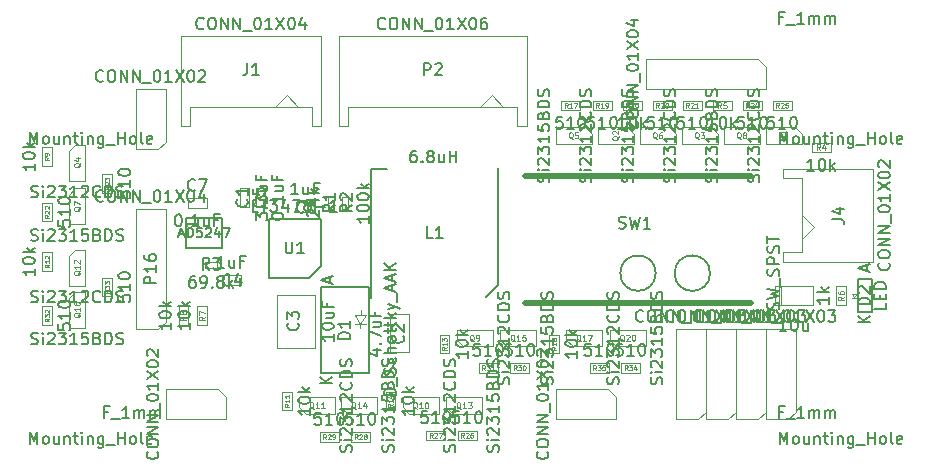
<source format=gbr>
G04 #@! TF.FileFunction,Other,Fab,Top*
%FSLAX46Y46*%
G04 Gerber Fmt 4.6, Leading zero omitted, Abs format (unit mm)*
G04 Created by KiCad (PCBNEW 4.0.7) date 05/02/18 00:14:41*
%MOMM*%
%LPD*%
G01*
G04 APERTURE LIST*
%ADD10C,0.100000*%
%ADD11C,0.150000*%
%ADD12C,0.500000*%
%ADD13C,0.075000*%
G04 APERTURE END LIST*
D10*
X670800Y16691000D02*
X1470800Y16691000D01*
X670800Y15091000D02*
X670800Y16691000D01*
X1470800Y15091000D02*
X670800Y15091000D01*
X1470800Y16691000D02*
X1470800Y15091000D01*
X40859800Y28998000D02*
X40859800Y27398000D01*
X40859800Y27398000D02*
X41659800Y27398000D01*
X41659800Y27398000D02*
X41659800Y34998000D01*
X41659800Y34998000D02*
X25759800Y34998000D01*
X25759800Y34998000D02*
X25759800Y27398000D01*
X25759800Y27398000D02*
X26559800Y27398000D01*
X26559800Y27398000D02*
X26559800Y28998000D01*
X26559800Y28998000D02*
X40859800Y28998000D01*
X39709800Y28998000D02*
X38709800Y29998000D01*
X38709800Y29998000D02*
X37709800Y28998000D01*
D11*
X29870300Y23724500D02*
X28470300Y23724500D01*
X28470300Y23724500D02*
X28470300Y12824500D01*
X38270300Y12924500D02*
X39270300Y13924500D01*
X39270300Y13924500D02*
X39270300Y23824500D01*
D10*
X50153800Y27259000D02*
X47703800Y27259000D01*
X50723800Y26709000D02*
X50723800Y25859000D01*
X50153800Y27259000D02*
X50723800Y26709000D01*
X50723800Y25859000D02*
X47683800Y25859000D01*
X47683800Y27259000D02*
X47683800Y25859000D01*
X64377800Y27259000D02*
X61927800Y27259000D01*
X64947800Y26709000D02*
X64947800Y25859000D01*
X64377800Y27259000D02*
X64947800Y26709000D01*
X64947800Y25859000D02*
X61907800Y25859000D01*
X61907800Y27259000D02*
X61907800Y25859000D01*
D11*
X13870300Y19574500D02*
X13870300Y19074500D01*
X13870300Y19074500D02*
X12870300Y19074500D01*
X12870300Y19574500D02*
X12870300Y17074500D01*
X12870300Y17074500D02*
X15870300Y17074500D01*
X15870300Y17074500D02*
X15870300Y19574500D01*
X15870300Y19574500D02*
X12870300Y19574500D01*
D10*
X62697800Y13808000D02*
X62697800Y12208000D01*
X62697800Y12208000D02*
X65897800Y12208000D01*
X65897800Y12208000D02*
X65897800Y13808000D01*
X65897800Y13808000D02*
X62697800Y13808000D01*
X63017800Y13808000D02*
X63017800Y12208000D01*
X63177800Y13808000D02*
X63177800Y12208000D01*
X17470300Y14724500D02*
X17470300Y13924500D01*
X15870300Y14724500D02*
X17470300Y14724500D01*
X15870300Y13924500D02*
X15870300Y14724500D01*
X17470300Y13924500D02*
X15870300Y13924500D01*
X30097800Y11408000D02*
X31697800Y11408000D01*
X30097800Y8208000D02*
X30097800Y11408000D01*
X31697800Y8208000D02*
X30097800Y8208000D01*
X31697800Y11408000D02*
X31697800Y8208000D01*
X23720300Y8574500D02*
X20520300Y8574500D01*
X23720300Y13074500D02*
X23720300Y8574500D01*
X20520300Y13074500D02*
X23720300Y13074500D01*
X20520300Y8574500D02*
X20520300Y13074500D01*
X19520300Y20524500D02*
X18720300Y20524500D01*
X19520300Y22124500D02*
X19520300Y20524500D01*
X18720300Y22124500D02*
X19520300Y22124500D01*
X18720300Y20524500D02*
X18720300Y22124500D01*
X23720300Y20924500D02*
X23720300Y20124500D01*
X22120300Y20924500D02*
X23720300Y20924500D01*
X22120300Y20124500D02*
X22120300Y20924500D01*
X23720300Y20124500D02*
X22120300Y20124500D01*
X26570300Y20374500D02*
X26070300Y20374500D01*
X26570300Y21374500D02*
X26570300Y20374500D01*
X26070300Y21374500D02*
X26570300Y21374500D01*
X26070300Y20374500D02*
X26070300Y21374500D01*
X24820300Y21374500D02*
X25320300Y21374500D01*
X24820300Y20374500D02*
X24820300Y21374500D01*
X25320300Y20374500D02*
X24820300Y20374500D01*
X25320300Y21374500D02*
X25320300Y20374500D01*
X14470300Y15324500D02*
X14470300Y15824500D01*
X15470300Y15324500D02*
X14470300Y15324500D01*
X15470300Y15824500D02*
X15470300Y15324500D01*
X14470300Y15824500D02*
X15470300Y15824500D01*
D11*
X57197800Y14908000D02*
G75*
G03X57197800Y14908000I-1500000J0D01*
G01*
X52597800Y14908000D02*
G75*
G03X52597800Y14908000I-1500000J0D01*
G01*
D12*
X41567800Y23158000D02*
X60667800Y23158000D01*
X41567800Y12368000D02*
X60667800Y12368000D01*
D11*
X23220300Y14524500D02*
X19820300Y14524500D01*
X19820300Y14524500D02*
X19820300Y19524500D01*
X19820300Y19524500D02*
X24220300Y19524500D01*
X24220300Y19524500D02*
X24220300Y15524500D01*
X24220300Y15524500D02*
X23220300Y14524500D01*
X24220300Y6434500D02*
X28320300Y6434500D01*
X28320300Y6434500D02*
X28320300Y13704500D01*
X28320300Y13704500D02*
X24220300Y13704500D01*
X24220300Y13704500D02*
X24220300Y6434500D01*
D10*
X27610300Y11394500D02*
X27610300Y11794500D01*
X27100300Y11384500D02*
X27600300Y10584500D01*
X28100300Y11384500D02*
X27100300Y11384500D01*
X27600300Y10584500D02*
X28100300Y11384500D01*
X27600300Y10584500D02*
X28100300Y10584500D01*
X27600300Y10584500D02*
X27100300Y10584500D01*
X27600300Y10284500D02*
X27600300Y10584500D01*
D11*
X69697800Y11608000D02*
X69697800Y14408000D01*
X69697800Y14408000D02*
X70897800Y14408000D01*
X70897800Y14408000D02*
X70897800Y11608000D01*
X70897800Y11608000D02*
X69697800Y11608000D01*
D10*
X69227800Y12818000D02*
X69627800Y12818000D01*
X69427800Y12868000D02*
X69227800Y13168000D01*
X69627800Y13168000D02*
X69427800Y12868000D01*
X69227800Y13168000D02*
X69627800Y13168000D01*
X18170300Y20524500D02*
X17370300Y20524500D01*
X18170300Y22124500D02*
X18170300Y20524500D01*
X17370300Y22124500D02*
X18170300Y22124500D01*
X17370300Y20524500D02*
X17370300Y22124500D01*
X64972800Y16658000D02*
X63372800Y16658000D01*
X63372800Y16658000D02*
X63372800Y15858000D01*
X63372800Y15858000D02*
X70972800Y15858000D01*
X70972800Y15858000D02*
X70972800Y23758000D01*
X70972800Y23758000D02*
X63372800Y23758000D01*
X63372800Y23758000D02*
X63372800Y22958000D01*
X63372800Y22958000D02*
X64972800Y22958000D01*
X64972800Y22958000D02*
X64972800Y16658000D01*
X64972800Y17808000D02*
X65972800Y18808000D01*
X65972800Y18808000D02*
X64972800Y19808000D01*
X12974800Y20436000D02*
X12974800Y21236000D01*
X14574800Y20436000D02*
X12974800Y20436000D01*
X14574800Y21236000D02*
X14574800Y20436000D01*
X12974800Y21236000D02*
X14574800Y21236000D01*
X65802800Y25143000D02*
X65802800Y25943000D01*
X67402800Y25143000D02*
X65802800Y25143000D01*
X67402800Y25943000D02*
X67402800Y25143000D01*
X65802800Y25943000D02*
X67402800Y25943000D01*
X57420800Y28699000D02*
X57420800Y29499000D01*
X59020800Y28699000D02*
X57420800Y28699000D01*
X59020800Y29499000D02*
X59020800Y28699000D01*
X57420800Y29499000D02*
X59020800Y29499000D01*
X67897800Y13808000D02*
X68697800Y13808000D01*
X67897800Y12208000D02*
X67897800Y13808000D01*
X68697800Y12208000D02*
X67897800Y12208000D01*
X68697800Y13808000D02*
X68697800Y12208000D01*
X13797800Y12108000D02*
X14597800Y12108000D01*
X13797800Y10508000D02*
X13797800Y12108000D01*
X14597800Y10508000D02*
X13797800Y10508000D01*
X14597800Y12108000D02*
X14597800Y10508000D01*
X12197800Y12108000D02*
X12997800Y12108000D01*
X12197800Y10508000D02*
X12197800Y12108000D01*
X12997800Y10508000D02*
X12197800Y10508000D01*
X12997800Y12108000D02*
X12997800Y10508000D01*
X57265800Y27259000D02*
X54815800Y27259000D01*
X57835800Y26709000D02*
X57835800Y25859000D01*
X57265800Y27259000D02*
X57835800Y26709000D01*
X57835800Y25859000D02*
X54795800Y25859000D01*
X54795800Y27259000D02*
X54795800Y25859000D01*
X2910800Y25223000D02*
X2910800Y22773000D01*
X3460800Y25793000D02*
X4310800Y25793000D01*
X2910800Y25223000D02*
X3460800Y25793000D01*
X4310800Y25793000D02*
X4310800Y22753000D01*
X2910800Y22753000D02*
X4310800Y22753000D01*
X46597800Y27259000D02*
X44147800Y27259000D01*
X47167800Y26709000D02*
X47167800Y25859000D01*
X46597800Y27259000D02*
X47167800Y26709000D01*
X47167800Y25859000D02*
X44127800Y25859000D01*
X44127800Y27259000D02*
X44127800Y25859000D01*
X53709800Y27259000D02*
X51259800Y27259000D01*
X54279800Y26709000D02*
X54279800Y25859000D01*
X53709800Y27259000D02*
X54279800Y26709000D01*
X54279800Y25859000D02*
X51239800Y25859000D01*
X51239800Y27259000D02*
X51239800Y25859000D01*
X2910800Y21540000D02*
X2910800Y19090000D01*
X3460800Y22110000D02*
X4310800Y22110000D01*
X2910800Y21540000D02*
X3460800Y22110000D01*
X4310800Y22110000D02*
X4310800Y19070000D01*
X2910800Y19070000D02*
X4310800Y19070000D01*
X60821800Y27259000D02*
X58371800Y27259000D01*
X61391800Y26709000D02*
X61391800Y25859000D01*
X60821800Y27259000D02*
X61391800Y26709000D01*
X61391800Y25859000D02*
X58351800Y25859000D01*
X58351800Y27259000D02*
X58351800Y25859000D01*
X36315800Y8714000D02*
X38765800Y8714000D01*
X35745800Y9264000D02*
X35745800Y10114000D01*
X36315800Y8714000D02*
X35745800Y9264000D01*
X35745800Y10114000D02*
X38785800Y10114000D01*
X38785800Y8714000D02*
X38785800Y10114000D01*
X31743800Y2999000D02*
X34193800Y2999000D01*
X31173800Y3549000D02*
X31173800Y4399000D01*
X31743800Y2999000D02*
X31173800Y3549000D01*
X31173800Y4399000D02*
X34213800Y4399000D01*
X34213800Y2999000D02*
X34213800Y4399000D01*
X22980800Y2999000D02*
X25430800Y2999000D01*
X22410800Y3549000D02*
X22410800Y4399000D01*
X22980800Y2999000D02*
X22410800Y3549000D01*
X22410800Y4399000D02*
X25450800Y4399000D01*
X25450800Y2999000D02*
X25450800Y4399000D01*
X670800Y25581000D02*
X1470800Y25581000D01*
X670800Y23981000D02*
X670800Y25581000D01*
X1470800Y23981000D02*
X670800Y23981000D01*
X1470800Y25581000D02*
X1470800Y23981000D01*
X49800800Y28699000D02*
X49800800Y29499000D01*
X51400800Y28699000D02*
X49800800Y28699000D01*
X51400800Y29499000D02*
X51400800Y28699000D01*
X49800800Y29499000D02*
X51400800Y29499000D01*
X21790800Y3280000D02*
X20990800Y3280000D01*
X21790800Y4880000D02*
X21790800Y3280000D01*
X20990800Y4880000D02*
X21790800Y4880000D01*
X20990800Y3280000D02*
X20990800Y4880000D01*
X35125800Y8106000D02*
X34325800Y8106000D01*
X35125800Y9706000D02*
X35125800Y8106000D01*
X34325800Y9706000D02*
X35125800Y9706000D01*
X34325800Y8106000D02*
X34325800Y9706000D01*
X30553800Y3280000D02*
X29753800Y3280000D01*
X30553800Y4880000D02*
X30553800Y3280000D01*
X29753800Y4880000D02*
X30553800Y4880000D01*
X29753800Y3280000D02*
X29753800Y4880000D01*
X44396800Y8106000D02*
X43596800Y8106000D01*
X44396800Y9706000D02*
X44396800Y8106000D01*
X43596800Y9706000D02*
X44396800Y9706000D01*
X43596800Y8106000D02*
X43596800Y9706000D01*
X10468800Y25416000D02*
X8563800Y25416000D01*
X8563800Y25416000D02*
X8563800Y30496000D01*
X8563800Y30496000D02*
X11103800Y30496000D01*
X11103800Y30496000D02*
X11103800Y26051000D01*
X11103800Y26051000D02*
X10468800Y25416000D01*
X56188800Y2556000D02*
X54283800Y2556000D01*
X54283800Y2556000D02*
X54283800Y10176000D01*
X54283800Y10176000D02*
X56823800Y10176000D01*
X56823800Y10176000D02*
X56823800Y3191000D01*
X56823800Y3191000D02*
X56188800Y2556000D01*
X63808800Y2556000D02*
X61903800Y2556000D01*
X61903800Y2556000D02*
X61903800Y10176000D01*
X61903800Y10176000D02*
X64443800Y10176000D01*
X64443800Y10176000D02*
X64443800Y3191000D01*
X64443800Y3191000D02*
X63808800Y2556000D01*
X61268800Y2556000D02*
X59363800Y2556000D01*
X59363800Y2556000D02*
X59363800Y10176000D01*
X59363800Y10176000D02*
X61903800Y10176000D01*
X61903800Y10176000D02*
X61903800Y3191000D01*
X61903800Y3191000D02*
X61268800Y2556000D01*
X58728800Y2556000D02*
X56823800Y2556000D01*
X56823800Y2556000D02*
X56823800Y10176000D01*
X56823800Y10176000D02*
X59363800Y10176000D01*
X59363800Y10176000D02*
X59363800Y3191000D01*
X59363800Y3191000D02*
X58728800Y2556000D01*
X10468800Y10176000D02*
X8563800Y10176000D01*
X8563800Y10176000D02*
X8563800Y20336000D01*
X8563800Y20336000D02*
X11103800Y20336000D01*
X11103800Y20336000D02*
X11103800Y10811000D01*
X11103800Y10811000D02*
X10468800Y10176000D01*
X2910800Y16333000D02*
X2910800Y13883000D01*
X3460800Y16903000D02*
X4310800Y16903000D01*
X2910800Y16333000D02*
X3460800Y16903000D01*
X4310800Y16903000D02*
X4310800Y13863000D01*
X2910800Y13863000D02*
X4310800Y13863000D01*
X35426800Y2999000D02*
X37876800Y2999000D01*
X34856800Y3549000D02*
X34856800Y4399000D01*
X35426800Y2999000D02*
X34856800Y3549000D01*
X34856800Y4399000D02*
X37896800Y4399000D01*
X37896800Y2999000D02*
X37896800Y4399000D01*
X26536800Y2999000D02*
X28986800Y2999000D01*
X25966800Y3549000D02*
X25966800Y4399000D01*
X26536800Y2999000D02*
X25966800Y3549000D01*
X25966800Y4399000D02*
X29006800Y4399000D01*
X29006800Y2999000D02*
X29006800Y4399000D01*
X39998800Y8714000D02*
X42448800Y8714000D01*
X39428800Y9264000D02*
X39428800Y10114000D01*
X39998800Y8714000D02*
X39428800Y9264000D01*
X39428800Y10114000D02*
X42468800Y10114000D01*
X42468800Y8714000D02*
X42468800Y10114000D01*
X2910800Y12777000D02*
X2910800Y10327000D01*
X3460800Y13347000D02*
X4310800Y13347000D01*
X2910800Y12777000D02*
X3460800Y13347000D01*
X4310800Y13347000D02*
X4310800Y10307000D01*
X2910800Y10307000D02*
X4310800Y10307000D01*
X45586800Y8714000D02*
X48036800Y8714000D01*
X45016800Y9264000D02*
X45016800Y10114000D01*
X45586800Y8714000D02*
X45016800Y9264000D01*
X45016800Y10114000D02*
X48056800Y10114000D01*
X48056800Y8714000D02*
X48056800Y10114000D01*
X49269800Y8714000D02*
X51719800Y8714000D01*
X48699800Y9264000D02*
X48699800Y10114000D01*
X49269800Y8714000D02*
X48699800Y9264000D01*
X48699800Y10114000D02*
X51739800Y10114000D01*
X51739800Y8714000D02*
X51739800Y10114000D01*
X44593800Y28699000D02*
X44593800Y29499000D01*
X46193800Y28699000D02*
X44593800Y28699000D01*
X46193800Y29499000D02*
X46193800Y28699000D01*
X44593800Y29499000D02*
X46193800Y29499000D01*
X47260800Y28699000D02*
X47260800Y29499000D01*
X48860800Y28699000D02*
X47260800Y28699000D01*
X48860800Y29499000D02*
X48860800Y28699000D01*
X47260800Y29499000D02*
X48860800Y29499000D01*
X52340800Y28699000D02*
X52340800Y29499000D01*
X53940800Y28699000D02*
X52340800Y28699000D01*
X53940800Y29499000D02*
X53940800Y28699000D01*
X52340800Y29499000D02*
X53940800Y29499000D01*
X54880800Y28699000D02*
X54880800Y29499000D01*
X56480800Y28699000D02*
X54880800Y28699000D01*
X56480800Y29499000D02*
X56480800Y28699000D01*
X54880800Y29499000D02*
X56480800Y29499000D01*
X1470800Y19282000D02*
X670800Y19282000D01*
X1470800Y20882000D02*
X1470800Y19282000D01*
X670800Y20882000D02*
X1470800Y20882000D01*
X670800Y19282000D02*
X670800Y20882000D01*
X6550800Y21695000D02*
X5750800Y21695000D01*
X6550800Y23295000D02*
X6550800Y21695000D01*
X5750800Y23295000D02*
X6550800Y23295000D01*
X5750800Y21695000D02*
X5750800Y23295000D01*
X59960800Y28699000D02*
X59960800Y29499000D01*
X61560800Y28699000D02*
X59960800Y28699000D01*
X61560800Y29499000D02*
X61560800Y28699000D01*
X59960800Y29499000D02*
X61560800Y29499000D01*
X62500800Y28699000D02*
X62500800Y29499000D01*
X64100800Y28699000D02*
X62500800Y28699000D01*
X64100800Y29499000D02*
X64100800Y28699000D01*
X62500800Y29499000D02*
X64100800Y29499000D01*
X37430800Y1559000D02*
X37430800Y759000D01*
X35830800Y1559000D02*
X37430800Y1559000D01*
X35830800Y759000D02*
X35830800Y1559000D01*
X37430800Y759000D02*
X35830800Y759000D01*
X34763800Y1559000D02*
X34763800Y759000D01*
X33163800Y1559000D02*
X34763800Y1559000D01*
X33163800Y759000D02*
X33163800Y1559000D01*
X34763800Y759000D02*
X33163800Y759000D01*
X28413800Y1432000D02*
X28413800Y632000D01*
X26813800Y1432000D02*
X28413800Y1432000D01*
X26813800Y632000D02*
X26813800Y1432000D01*
X28413800Y632000D02*
X26813800Y632000D01*
X25746800Y1432000D02*
X25746800Y632000D01*
X24146800Y1432000D02*
X25746800Y1432000D01*
X24146800Y632000D02*
X24146800Y1432000D01*
X25746800Y632000D02*
X24146800Y632000D01*
X41875800Y7274000D02*
X41875800Y6474000D01*
X40275800Y7274000D02*
X41875800Y7274000D01*
X40275800Y6474000D02*
X40275800Y7274000D01*
X41875800Y6474000D02*
X40275800Y6474000D01*
X39208800Y7274000D02*
X39208800Y6474000D01*
X37608800Y7274000D02*
X39208800Y7274000D01*
X37608800Y6474000D02*
X37608800Y7274000D01*
X39208800Y6474000D02*
X37608800Y6474000D01*
X1470800Y10519000D02*
X670800Y10519000D01*
X1470800Y12119000D02*
X1470800Y10519000D01*
X670800Y12119000D02*
X1470800Y12119000D01*
X670800Y10519000D02*
X670800Y12119000D01*
X6550800Y12932000D02*
X5750800Y12932000D01*
X6550800Y14532000D02*
X6550800Y12932000D01*
X5750800Y14532000D02*
X6550800Y14532000D01*
X5750800Y12932000D02*
X5750800Y14532000D01*
X51273800Y7274000D02*
X51273800Y6474000D01*
X49673800Y7274000D02*
X51273800Y7274000D01*
X49673800Y6474000D02*
X49673800Y7274000D01*
X51273800Y6474000D02*
X49673800Y6474000D01*
X48606800Y7274000D02*
X48606800Y6474000D01*
X47006800Y7274000D02*
X48606800Y7274000D01*
X47006800Y6474000D02*
X47006800Y7274000D01*
X48606800Y6474000D02*
X47006800Y6474000D01*
X49203800Y4461000D02*
X49203800Y2556000D01*
X49203800Y2556000D02*
X44123800Y2556000D01*
X44123800Y2556000D02*
X44123800Y5096000D01*
X44123800Y5096000D02*
X48568800Y5096000D01*
X48568800Y5096000D02*
X49203800Y4461000D01*
X23492800Y28998000D02*
X23492800Y27398000D01*
X23492800Y27398000D02*
X24292800Y27398000D01*
X24292800Y27398000D02*
X24292800Y34998000D01*
X24292800Y34998000D02*
X12392800Y34998000D01*
X12392800Y34998000D02*
X12392800Y27398000D01*
X12392800Y27398000D02*
X13192800Y27398000D01*
X13192800Y27398000D02*
X13192800Y28998000D01*
X13192800Y28998000D02*
X23492800Y28998000D01*
X22342800Y28998000D02*
X21342800Y29998000D01*
X21342800Y29998000D02*
X20342800Y28998000D01*
X16183800Y4461000D02*
X16183800Y2556000D01*
X16183800Y2556000D02*
X11103800Y2556000D01*
X11103800Y2556000D02*
X11103800Y5096000D01*
X11103800Y5096000D02*
X15548800Y5096000D01*
X15548800Y5096000D02*
X16183800Y4461000D01*
X61903800Y32401000D02*
X61903800Y30496000D01*
X61903800Y30496000D02*
X51743800Y30496000D01*
X51743800Y30496000D02*
X51743800Y33036000D01*
X51743800Y33036000D02*
X61268800Y33036000D01*
X61268800Y33036000D02*
X61903800Y32401000D01*
D11*
X23181Y15295762D02*
X23181Y14724333D01*
X23181Y15010047D02*
X-976819Y15010047D01*
X-833962Y14914809D01*
X-738724Y14819571D01*
X-691105Y14724333D01*
X-976819Y15914809D02*
X-976819Y16010048D01*
X-929200Y16105286D01*
X-881581Y16152905D01*
X-786343Y16200524D01*
X-595867Y16248143D01*
X-357771Y16248143D01*
X-167295Y16200524D01*
X-72057Y16152905D01*
X-24438Y16105286D01*
X23181Y16010048D01*
X23181Y15914809D01*
X-24438Y15819571D01*
X-72057Y15771952D01*
X-167295Y15724333D01*
X-357771Y15676714D01*
X-595867Y15676714D01*
X-786343Y15724333D01*
X-881581Y15771952D01*
X-929200Y15819571D01*
X-976819Y15914809D01*
X23181Y16676714D02*
X-976819Y16676714D01*
X-357771Y16771952D02*
X23181Y17057667D01*
X-643486Y17057667D02*
X-262533Y16676714D01*
D13*
X1251752Y15633858D02*
X1061276Y15500524D01*
X1251752Y15405286D02*
X851752Y15405286D01*
X851752Y15557667D01*
X870800Y15595762D01*
X889848Y15614810D01*
X927943Y15633858D01*
X985086Y15633858D01*
X1023181Y15614810D01*
X1042229Y15595762D01*
X1061276Y15557667D01*
X1061276Y15405286D01*
X1251752Y16014810D02*
X1251752Y15786238D01*
X1251752Y15900524D02*
X851752Y15900524D01*
X908895Y15862429D01*
X946990Y15824334D01*
X966038Y15786238D01*
X889848Y16167190D02*
X870800Y16186238D01*
X851752Y16224333D01*
X851752Y16319571D01*
X870800Y16357667D01*
X889848Y16376714D01*
X927943Y16395762D01*
X966038Y16395762D01*
X1023181Y16376714D01*
X1251752Y16148143D01*
X1251752Y16395762D01*
D11*
X29685991Y35640857D02*
X29638372Y35593238D01*
X29495515Y35545619D01*
X29400277Y35545619D01*
X29257419Y35593238D01*
X29162181Y35688476D01*
X29114562Y35783714D01*
X29066943Y35974190D01*
X29066943Y36117048D01*
X29114562Y36307524D01*
X29162181Y36402762D01*
X29257419Y36498000D01*
X29400277Y36545619D01*
X29495515Y36545619D01*
X29638372Y36498000D01*
X29685991Y36450381D01*
X30305038Y36545619D02*
X30495515Y36545619D01*
X30590753Y36498000D01*
X30685991Y36402762D01*
X30733610Y36212286D01*
X30733610Y35878952D01*
X30685991Y35688476D01*
X30590753Y35593238D01*
X30495515Y35545619D01*
X30305038Y35545619D01*
X30209800Y35593238D01*
X30114562Y35688476D01*
X30066943Y35878952D01*
X30066943Y36212286D01*
X30114562Y36402762D01*
X30209800Y36498000D01*
X30305038Y36545619D01*
X31162181Y35545619D02*
X31162181Y36545619D01*
X31733610Y35545619D01*
X31733610Y36545619D01*
X32209800Y35545619D02*
X32209800Y36545619D01*
X32781229Y35545619D01*
X32781229Y36545619D01*
X33019324Y35450381D02*
X33781229Y35450381D01*
X34209800Y36545619D02*
X34305039Y36545619D01*
X34400277Y36498000D01*
X34447896Y36450381D01*
X34495515Y36355143D01*
X34543134Y36164667D01*
X34543134Y35926571D01*
X34495515Y35736095D01*
X34447896Y35640857D01*
X34400277Y35593238D01*
X34305039Y35545619D01*
X34209800Y35545619D01*
X34114562Y35593238D01*
X34066943Y35640857D01*
X34019324Y35736095D01*
X33971705Y35926571D01*
X33971705Y36164667D01*
X34019324Y36355143D01*
X34066943Y36450381D01*
X34114562Y36498000D01*
X34209800Y36545619D01*
X35495515Y35545619D02*
X34924086Y35545619D01*
X35209800Y35545619D02*
X35209800Y36545619D01*
X35114562Y36402762D01*
X35019324Y36307524D01*
X34924086Y36259905D01*
X35828848Y36545619D02*
X36495515Y35545619D01*
X36495515Y36545619D02*
X35828848Y35545619D01*
X37066943Y36545619D02*
X37162182Y36545619D01*
X37257420Y36498000D01*
X37305039Y36450381D01*
X37352658Y36355143D01*
X37400277Y36164667D01*
X37400277Y35926571D01*
X37352658Y35736095D01*
X37305039Y35640857D01*
X37257420Y35593238D01*
X37162182Y35545619D01*
X37066943Y35545619D01*
X36971705Y35593238D01*
X36924086Y35640857D01*
X36876467Y35736095D01*
X36828848Y35926571D01*
X36828848Y36164667D01*
X36876467Y36355143D01*
X36924086Y36450381D01*
X36971705Y36498000D01*
X37066943Y36545619D01*
X38257420Y36545619D02*
X38066943Y36545619D01*
X37971705Y36498000D01*
X37924086Y36450381D01*
X37828848Y36307524D01*
X37781229Y36117048D01*
X37781229Y35736095D01*
X37828848Y35640857D01*
X37876467Y35593238D01*
X37971705Y35545619D01*
X38162182Y35545619D01*
X38257420Y35593238D01*
X38305039Y35640857D01*
X38352658Y35736095D01*
X38352658Y35974190D01*
X38305039Y36069429D01*
X38257420Y36117048D01*
X38162182Y36164667D01*
X37971705Y36164667D01*
X37876467Y36117048D01*
X37828848Y36069429D01*
X37781229Y35974190D01*
X32971705Y31670619D02*
X32971705Y32670619D01*
X33352658Y32670619D01*
X33447896Y32623000D01*
X33495515Y32575381D01*
X33543134Y32480143D01*
X33543134Y32337286D01*
X33495515Y32242048D01*
X33447896Y32194429D01*
X33352658Y32146810D01*
X32971705Y32146810D01*
X33924086Y32575381D02*
X33971705Y32623000D01*
X34066943Y32670619D01*
X34305039Y32670619D01*
X34400277Y32623000D01*
X34447896Y32575381D01*
X34495515Y32480143D01*
X34495515Y32384905D01*
X34447896Y32242048D01*
X33876467Y31670619D01*
X34495515Y31670619D01*
X32290301Y25292119D02*
X32099824Y25292119D01*
X32004586Y25244500D01*
X31956967Y25196881D01*
X31861729Y25054024D01*
X31814110Y24863548D01*
X31814110Y24482595D01*
X31861729Y24387357D01*
X31909348Y24339738D01*
X32004586Y24292119D01*
X32195063Y24292119D01*
X32290301Y24339738D01*
X32337920Y24387357D01*
X32385539Y24482595D01*
X32385539Y24720690D01*
X32337920Y24815929D01*
X32290301Y24863548D01*
X32195063Y24911167D01*
X32004586Y24911167D01*
X31909348Y24863548D01*
X31861729Y24815929D01*
X31814110Y24720690D01*
X32814110Y24387357D02*
X32861729Y24339738D01*
X32814110Y24292119D01*
X32766491Y24339738D01*
X32814110Y24387357D01*
X32814110Y24292119D01*
X33433157Y24863548D02*
X33337919Y24911167D01*
X33290300Y24958786D01*
X33242681Y25054024D01*
X33242681Y25101643D01*
X33290300Y25196881D01*
X33337919Y25244500D01*
X33433157Y25292119D01*
X33623634Y25292119D01*
X33718872Y25244500D01*
X33766491Y25196881D01*
X33814110Y25101643D01*
X33814110Y25054024D01*
X33766491Y24958786D01*
X33718872Y24911167D01*
X33623634Y24863548D01*
X33433157Y24863548D01*
X33337919Y24815929D01*
X33290300Y24768310D01*
X33242681Y24673071D01*
X33242681Y24482595D01*
X33290300Y24387357D01*
X33337919Y24339738D01*
X33433157Y24292119D01*
X33623634Y24292119D01*
X33718872Y24339738D01*
X33766491Y24387357D01*
X33814110Y24482595D01*
X33814110Y24673071D01*
X33766491Y24768310D01*
X33718872Y24815929D01*
X33623634Y24863548D01*
X34671253Y24958786D02*
X34671253Y24292119D01*
X34242681Y24958786D02*
X34242681Y24434976D01*
X34290300Y24339738D01*
X34385538Y24292119D01*
X34528396Y24292119D01*
X34623634Y24339738D01*
X34671253Y24387357D01*
X35147443Y24292119D02*
X35147443Y25292119D01*
X35147443Y24815929D02*
X35718872Y24815929D01*
X35718872Y24292119D02*
X35718872Y25292119D01*
X33703634Y17872119D02*
X33227443Y17872119D01*
X33227443Y18872119D01*
X34560777Y17872119D02*
X33989348Y17872119D01*
X34275062Y17872119D02*
X34275062Y18872119D01*
X34179824Y18729262D01*
X34084586Y18634024D01*
X33989348Y18586405D01*
X47108562Y22654238D02*
X47156181Y22797095D01*
X47156181Y23035191D01*
X47108562Y23130429D01*
X47060943Y23178048D01*
X46965705Y23225667D01*
X46870467Y23225667D01*
X46775229Y23178048D01*
X46727610Y23130429D01*
X46679990Y23035191D01*
X46632371Y22844714D01*
X46584752Y22749476D01*
X46537133Y22701857D01*
X46441895Y22654238D01*
X46346657Y22654238D01*
X46251419Y22701857D01*
X46203800Y22749476D01*
X46156181Y22844714D01*
X46156181Y23082810D01*
X46203800Y23225667D01*
X47156181Y23654238D02*
X46489514Y23654238D01*
X46156181Y23654238D02*
X46203800Y23606619D01*
X46251419Y23654238D01*
X46203800Y23701857D01*
X46156181Y23654238D01*
X46251419Y23654238D01*
X46251419Y24082809D02*
X46203800Y24130428D01*
X46156181Y24225666D01*
X46156181Y24463762D01*
X46203800Y24559000D01*
X46251419Y24606619D01*
X46346657Y24654238D01*
X46441895Y24654238D01*
X46584752Y24606619D01*
X47156181Y24035190D01*
X47156181Y24654238D01*
X46156181Y24987571D02*
X46156181Y25606619D01*
X46537133Y25273285D01*
X46537133Y25416143D01*
X46584752Y25511381D01*
X46632371Y25559000D01*
X46727610Y25606619D01*
X46965705Y25606619D01*
X47060943Y25559000D01*
X47108562Y25511381D01*
X47156181Y25416143D01*
X47156181Y25130428D01*
X47108562Y25035190D01*
X47060943Y24987571D01*
X47156181Y26559000D02*
X47156181Y25987571D01*
X47156181Y26273285D02*
X46156181Y26273285D01*
X46299038Y26178047D01*
X46394276Y26082809D01*
X46441895Y25987571D01*
X46251419Y26939952D02*
X46203800Y26987571D01*
X46156181Y27082809D01*
X46156181Y27320905D01*
X46203800Y27416143D01*
X46251419Y27463762D01*
X46346657Y27511381D01*
X46441895Y27511381D01*
X46584752Y27463762D01*
X47156181Y26892333D01*
X47156181Y27511381D01*
X47060943Y28511381D02*
X47108562Y28463762D01*
X47156181Y28320905D01*
X47156181Y28225667D01*
X47108562Y28082809D01*
X47013324Y27987571D01*
X46918086Y27939952D01*
X46727610Y27892333D01*
X46584752Y27892333D01*
X46394276Y27939952D01*
X46299038Y27987571D01*
X46203800Y28082809D01*
X46156181Y28225667D01*
X46156181Y28320905D01*
X46203800Y28463762D01*
X46251419Y28511381D01*
X47156181Y28939952D02*
X46156181Y28939952D01*
X46156181Y29178047D01*
X46203800Y29320905D01*
X46299038Y29416143D01*
X46394276Y29463762D01*
X46584752Y29511381D01*
X46727610Y29511381D01*
X46918086Y29463762D01*
X47013324Y29416143D01*
X47108562Y29320905D01*
X47156181Y29178047D01*
X47156181Y28939952D01*
X47108562Y29892333D02*
X47156181Y30035190D01*
X47156181Y30273286D01*
X47108562Y30368524D01*
X47060943Y30416143D01*
X46965705Y30463762D01*
X46870467Y30463762D01*
X46775229Y30416143D01*
X46727610Y30368524D01*
X46679990Y30273286D01*
X46632371Y30082809D01*
X46584752Y29987571D01*
X46537133Y29939952D01*
X46441895Y29892333D01*
X46346657Y29892333D01*
X46251419Y29939952D01*
X46203800Y29987571D01*
X46156181Y30082809D01*
X46156181Y30320905D01*
X46203800Y30463762D01*
D13*
X49477610Y26511381D02*
X49453800Y26463762D01*
X49406181Y26416143D01*
X49334752Y26344714D01*
X49310943Y26297095D01*
X49310943Y26249476D01*
X49429990Y26273286D02*
X49406181Y26225667D01*
X49358562Y26178048D01*
X49263324Y26154238D01*
X49096657Y26154238D01*
X49001419Y26178048D01*
X48953800Y26225667D01*
X48929990Y26273286D01*
X48929990Y26368524D01*
X48953800Y26416143D01*
X49001419Y26463762D01*
X49096657Y26487571D01*
X49263324Y26487571D01*
X49358562Y26463762D01*
X49406181Y26416143D01*
X49429990Y26368524D01*
X49429990Y26273286D01*
X48977610Y26678048D02*
X48953800Y26701858D01*
X48929990Y26749477D01*
X48929990Y26868524D01*
X48953800Y26916143D01*
X48977610Y26939953D01*
X49025229Y26963762D01*
X49072848Y26963762D01*
X49144276Y26939953D01*
X49429990Y26654239D01*
X49429990Y26963762D01*
D11*
X61332562Y22654238D02*
X61380181Y22797095D01*
X61380181Y23035191D01*
X61332562Y23130429D01*
X61284943Y23178048D01*
X61189705Y23225667D01*
X61094467Y23225667D01*
X60999229Y23178048D01*
X60951610Y23130429D01*
X60903990Y23035191D01*
X60856371Y22844714D01*
X60808752Y22749476D01*
X60761133Y22701857D01*
X60665895Y22654238D01*
X60570657Y22654238D01*
X60475419Y22701857D01*
X60427800Y22749476D01*
X60380181Y22844714D01*
X60380181Y23082810D01*
X60427800Y23225667D01*
X61380181Y23654238D02*
X60713514Y23654238D01*
X60380181Y23654238D02*
X60427800Y23606619D01*
X60475419Y23654238D01*
X60427800Y23701857D01*
X60380181Y23654238D01*
X60475419Y23654238D01*
X60475419Y24082809D02*
X60427800Y24130428D01*
X60380181Y24225666D01*
X60380181Y24463762D01*
X60427800Y24559000D01*
X60475419Y24606619D01*
X60570657Y24654238D01*
X60665895Y24654238D01*
X60808752Y24606619D01*
X61380181Y24035190D01*
X61380181Y24654238D01*
X60380181Y24987571D02*
X60380181Y25606619D01*
X60761133Y25273285D01*
X60761133Y25416143D01*
X60808752Y25511381D01*
X60856371Y25559000D01*
X60951610Y25606619D01*
X61189705Y25606619D01*
X61284943Y25559000D01*
X61332562Y25511381D01*
X61380181Y25416143D01*
X61380181Y25130428D01*
X61332562Y25035190D01*
X61284943Y24987571D01*
X61380181Y26559000D02*
X61380181Y25987571D01*
X61380181Y26273285D02*
X60380181Y26273285D01*
X60523038Y26178047D01*
X60618276Y26082809D01*
X60665895Y25987571D01*
X60475419Y26939952D02*
X60427800Y26987571D01*
X60380181Y27082809D01*
X60380181Y27320905D01*
X60427800Y27416143D01*
X60475419Y27463762D01*
X60570657Y27511381D01*
X60665895Y27511381D01*
X60808752Y27463762D01*
X61380181Y26892333D01*
X61380181Y27511381D01*
X61284943Y28511381D02*
X61332562Y28463762D01*
X61380181Y28320905D01*
X61380181Y28225667D01*
X61332562Y28082809D01*
X61237324Y27987571D01*
X61142086Y27939952D01*
X60951610Y27892333D01*
X60808752Y27892333D01*
X60618276Y27939952D01*
X60523038Y27987571D01*
X60427800Y28082809D01*
X60380181Y28225667D01*
X60380181Y28320905D01*
X60427800Y28463762D01*
X60475419Y28511381D01*
X61380181Y28939952D02*
X60380181Y28939952D01*
X60380181Y29178047D01*
X60427800Y29320905D01*
X60523038Y29416143D01*
X60618276Y29463762D01*
X60808752Y29511381D01*
X60951610Y29511381D01*
X61142086Y29463762D01*
X61237324Y29416143D01*
X61332562Y29320905D01*
X61380181Y29178047D01*
X61380181Y28939952D01*
X61332562Y29892333D02*
X61380181Y30035190D01*
X61380181Y30273286D01*
X61332562Y30368524D01*
X61284943Y30416143D01*
X61189705Y30463762D01*
X61094467Y30463762D01*
X60999229Y30416143D01*
X60951610Y30368524D01*
X60903990Y30273286D01*
X60856371Y30082809D01*
X60808752Y29987571D01*
X60761133Y29939952D01*
X60665895Y29892333D01*
X60570657Y29892333D01*
X60475419Y29939952D01*
X60427800Y29987571D01*
X60380181Y30082809D01*
X60380181Y30320905D01*
X60427800Y30463762D01*
D13*
X63701610Y26511381D02*
X63677800Y26463762D01*
X63630181Y26416143D01*
X63558752Y26344714D01*
X63534943Y26297095D01*
X63534943Y26249476D01*
X63653990Y26273286D02*
X63630181Y26225667D01*
X63582562Y26178048D01*
X63487324Y26154238D01*
X63320657Y26154238D01*
X63225419Y26178048D01*
X63177800Y26225667D01*
X63153990Y26273286D01*
X63153990Y26368524D01*
X63177800Y26416143D01*
X63225419Y26463762D01*
X63320657Y26487571D01*
X63487324Y26487571D01*
X63582562Y26463762D01*
X63630181Y26416143D01*
X63653990Y26368524D01*
X63653990Y26273286D01*
X63653990Y26963762D02*
X63653990Y26678048D01*
X63653990Y26820905D02*
X63153990Y26820905D01*
X63225419Y26773286D01*
X63273038Y26725667D01*
X63296848Y26678048D01*
D11*
X12256014Y18191167D02*
X12636966Y18191167D01*
X12179823Y17962595D02*
X12446490Y18762595D01*
X12713157Y17962595D01*
X12979823Y17962595D02*
X12979823Y18762595D01*
X13170299Y18762595D01*
X13284585Y18724500D01*
X13360776Y18648310D01*
X13398871Y18572119D01*
X13436966Y18419738D01*
X13436966Y18305452D01*
X13398871Y18153071D01*
X13360776Y18076881D01*
X13284585Y18000690D01*
X13170299Y17962595D01*
X12979823Y17962595D01*
X14160776Y18762595D02*
X13779823Y18762595D01*
X13741728Y18381643D01*
X13779823Y18419738D01*
X13856014Y18457833D01*
X14046490Y18457833D01*
X14122680Y18419738D01*
X14160776Y18381643D01*
X14198871Y18305452D01*
X14198871Y18114976D01*
X14160776Y18038786D01*
X14122680Y18000690D01*
X14046490Y17962595D01*
X13856014Y17962595D01*
X13779823Y18000690D01*
X13741728Y18038786D01*
X14503633Y18686405D02*
X14541728Y18724500D01*
X14617919Y18762595D01*
X14808395Y18762595D01*
X14884585Y18724500D01*
X14922681Y18686405D01*
X14960776Y18610214D01*
X14960776Y18534024D01*
X14922681Y18419738D01*
X14465538Y17962595D01*
X14960776Y17962595D01*
X15646490Y18495929D02*
X15646490Y17962595D01*
X15456014Y18800690D02*
X15265538Y18229262D01*
X15760776Y18229262D01*
X15989348Y18762595D02*
X16522681Y18762595D01*
X16179824Y17962595D01*
X63654943Y10005619D02*
X63083514Y10005619D01*
X63369228Y10005619D02*
X63369228Y11005619D01*
X63273990Y10862762D01*
X63178752Y10767524D01*
X63083514Y10719905D01*
X64273990Y11005619D02*
X64369229Y11005619D01*
X64464467Y10958000D01*
X64512086Y10910381D01*
X64559705Y10815143D01*
X64607324Y10624667D01*
X64607324Y10386571D01*
X64559705Y10196095D01*
X64512086Y10100857D01*
X64464467Y10053238D01*
X64369229Y10005619D01*
X64273990Y10005619D01*
X64178752Y10053238D01*
X64131133Y10100857D01*
X64083514Y10196095D01*
X64035895Y10386571D01*
X64035895Y10624667D01*
X64083514Y10815143D01*
X64131133Y10910381D01*
X64178752Y10958000D01*
X64273990Y11005619D01*
X65464467Y10672286D02*
X65464467Y10005619D01*
X65035895Y10672286D02*
X65035895Y10148476D01*
X65083514Y10053238D01*
X65178752Y10005619D01*
X65321610Y10005619D01*
X65416848Y10053238D01*
X65464467Y10100857D01*
X16075062Y15372119D02*
X15503633Y15372119D01*
X15789347Y15372119D02*
X15789347Y16372119D01*
X15694109Y16229262D01*
X15598871Y16134024D01*
X15503633Y16086405D01*
X16932205Y16038786D02*
X16932205Y15372119D01*
X16503633Y16038786D02*
X16503633Y15514976D01*
X16551252Y15419738D01*
X16646490Y15372119D01*
X16789348Y15372119D01*
X16884586Y15419738D01*
X16932205Y15467357D01*
X17741729Y15895929D02*
X17408395Y15895929D01*
X17408395Y15372119D02*
X17408395Y16372119D01*
X17884586Y16372119D01*
X16583634Y13927357D02*
X16536015Y13879738D01*
X16393158Y13832119D01*
X16297920Y13832119D01*
X16155062Y13879738D01*
X16059824Y13974976D01*
X16012205Y14070214D01*
X15964586Y14260690D01*
X15964586Y14403548D01*
X16012205Y14594024D01*
X16059824Y14689262D01*
X16155062Y14784500D01*
X16297920Y14832119D01*
X16393158Y14832119D01*
X16536015Y14784500D01*
X16583634Y14736881D01*
X17440777Y14498786D02*
X17440777Y13832119D01*
X17202681Y14879738D02*
X16964586Y14165452D01*
X17583634Y14165452D01*
X28683514Y8403239D02*
X29350181Y8403239D01*
X28302562Y8165143D02*
X29016848Y7927048D01*
X29016848Y8546096D01*
X29254943Y8927048D02*
X29302562Y8974667D01*
X29350181Y8927048D01*
X29302562Y8879429D01*
X29254943Y8927048D01*
X29350181Y8927048D01*
X28350181Y9308000D02*
X28350181Y9974667D01*
X29350181Y9546095D01*
X28683514Y10784191D02*
X29350181Y10784191D01*
X28683514Y10355619D02*
X29207324Y10355619D01*
X29302562Y10403238D01*
X29350181Y10498476D01*
X29350181Y10641334D01*
X29302562Y10736572D01*
X29254943Y10784191D01*
X28826371Y11593715D02*
X28826371Y11260381D01*
X29350181Y11260381D02*
X28350181Y11260381D01*
X28350181Y11736572D01*
X31199943Y9611334D02*
X31247562Y9563715D01*
X31295181Y9420858D01*
X31295181Y9325620D01*
X31247562Y9182762D01*
X31152324Y9087524D01*
X31057086Y9039905D01*
X30866610Y8992286D01*
X30723752Y8992286D01*
X30533276Y9039905D01*
X30438038Y9087524D01*
X30342800Y9182762D01*
X30295181Y9325620D01*
X30295181Y9420858D01*
X30342800Y9563715D01*
X30390419Y9611334D01*
X30390419Y9992286D02*
X30342800Y10039905D01*
X30295181Y10135143D01*
X30295181Y10373239D01*
X30342800Y10468477D01*
X30390419Y10516096D01*
X30485657Y10563715D01*
X30580895Y10563715D01*
X30723752Y10516096D01*
X31295181Y9944667D01*
X31295181Y10563715D01*
X25322681Y9753072D02*
X25322681Y9181643D01*
X25322681Y9467357D02*
X24322681Y9467357D01*
X24465538Y9372119D01*
X24560776Y9276881D01*
X24608395Y9181643D01*
X24322681Y10372119D02*
X24322681Y10467358D01*
X24370300Y10562596D01*
X24417919Y10610215D01*
X24513157Y10657834D01*
X24703633Y10705453D01*
X24941729Y10705453D01*
X25132205Y10657834D01*
X25227443Y10610215D01*
X25275062Y10562596D01*
X25322681Y10467358D01*
X25322681Y10372119D01*
X25275062Y10276881D01*
X25227443Y10229262D01*
X25132205Y10181643D01*
X24941729Y10134024D01*
X24703633Y10134024D01*
X24513157Y10181643D01*
X24417919Y10229262D01*
X24370300Y10276881D01*
X24322681Y10372119D01*
X24656014Y11562596D02*
X25322681Y11562596D01*
X24656014Y11134024D02*
X25179824Y11134024D01*
X25275062Y11181643D01*
X25322681Y11276881D01*
X25322681Y11419739D01*
X25275062Y11514977D01*
X25227443Y11562596D01*
X24798871Y12372120D02*
X24798871Y12038786D01*
X25322681Y12038786D02*
X24322681Y12038786D01*
X24322681Y12514977D01*
X22297443Y10677834D02*
X22345062Y10630215D01*
X22392681Y10487358D01*
X22392681Y10392120D01*
X22345062Y10249262D01*
X22249824Y10154024D01*
X22154586Y10106405D01*
X21964110Y10058786D01*
X21821252Y10058786D01*
X21630776Y10106405D01*
X21535538Y10154024D01*
X21440300Y10249262D01*
X21392681Y10392120D01*
X21392681Y10487358D01*
X21440300Y10630215D01*
X21487919Y10677834D01*
X21392681Y11011167D02*
X21392681Y11630215D01*
X21773633Y11296881D01*
X21773633Y11439739D01*
X21821252Y11534977D01*
X21868871Y11582596D01*
X21964110Y11630215D01*
X22202205Y11630215D01*
X22297443Y11582596D01*
X22345062Y11534977D01*
X22392681Y11439739D01*
X22392681Y11154024D01*
X22345062Y11058786D01*
X22297443Y11011167D01*
X20072681Y19681643D02*
X20072681Y19776882D01*
X20120300Y19872120D01*
X20167919Y19919739D01*
X20263157Y19967358D01*
X20453633Y20014977D01*
X20691729Y20014977D01*
X20882205Y19967358D01*
X20977443Y19919739D01*
X21025062Y19872120D01*
X21072681Y19776882D01*
X21072681Y19681643D01*
X21025062Y19586405D01*
X20977443Y19538786D01*
X20882205Y19491167D01*
X20691729Y19443548D01*
X20453633Y19443548D01*
X20263157Y19491167D01*
X20167919Y19538786D01*
X20120300Y19586405D01*
X20072681Y19681643D01*
X20977443Y20443548D02*
X21025062Y20491167D01*
X21072681Y20443548D01*
X21025062Y20395929D01*
X20977443Y20443548D01*
X21072681Y20443548D01*
X21072681Y21443548D02*
X21072681Y20872119D01*
X21072681Y21157833D02*
X20072681Y21157833D01*
X20215538Y21062595D01*
X20310776Y20967357D01*
X20358395Y20872119D01*
X20406014Y22300691D02*
X21072681Y22300691D01*
X20406014Y21872119D02*
X20929824Y21872119D01*
X21025062Y21919738D01*
X21072681Y22014976D01*
X21072681Y22157834D01*
X21025062Y22253072D01*
X20977443Y22300691D01*
X20548871Y23110215D02*
X20548871Y22776881D01*
X21072681Y22776881D02*
X20072681Y22776881D01*
X20072681Y23253072D01*
X19422443Y21152834D02*
X19470062Y21105215D01*
X19517681Y20962358D01*
X19517681Y20867120D01*
X19470062Y20724262D01*
X19374824Y20629024D01*
X19279586Y20581405D01*
X19089110Y20533786D01*
X18946252Y20533786D01*
X18755776Y20581405D01*
X18660538Y20629024D01*
X18565300Y20724262D01*
X18517681Y20867120D01*
X18517681Y20962358D01*
X18565300Y21105215D01*
X18612919Y21152834D01*
X18517681Y22057596D02*
X18517681Y21581405D01*
X18993871Y21533786D01*
X18946252Y21581405D01*
X18898633Y21676643D01*
X18898633Y21914739D01*
X18946252Y22009977D01*
X18993871Y22057596D01*
X19089110Y22105215D01*
X19327205Y22105215D01*
X19422443Y22057596D01*
X19470062Y22009977D01*
X19517681Y21914739D01*
X19517681Y21676643D01*
X19470062Y21581405D01*
X19422443Y21533786D01*
X22325062Y21572119D02*
X21753633Y21572119D01*
X22039347Y21572119D02*
X22039347Y22572119D01*
X21944109Y22429262D01*
X21848871Y22334024D01*
X21753633Y22286405D01*
X23182205Y22238786D02*
X23182205Y21572119D01*
X22753633Y22238786D02*
X22753633Y21714976D01*
X22801252Y21619738D01*
X22896490Y21572119D01*
X23039348Y21572119D01*
X23134586Y21619738D01*
X23182205Y21667357D01*
X23991729Y22095929D02*
X23658395Y22095929D01*
X23658395Y21572119D02*
X23658395Y22572119D01*
X24134586Y22572119D01*
X22813634Y20137357D02*
X22766015Y20089738D01*
X22623158Y20042119D01*
X22527920Y20042119D01*
X22385062Y20089738D01*
X22289824Y20184976D01*
X22242205Y20280214D01*
X22194586Y20470690D01*
X22194586Y20613548D01*
X22242205Y20804024D01*
X22289824Y20899262D01*
X22385062Y20994500D01*
X22527920Y21042119D01*
X22623158Y21042119D01*
X22766015Y20994500D01*
X22813634Y20946881D01*
X23670777Y21042119D02*
X23480300Y21042119D01*
X23385062Y20994500D01*
X23337443Y20946881D01*
X23242205Y20804024D01*
X23194586Y20613548D01*
X23194586Y20232595D01*
X23242205Y20137357D01*
X23289824Y20089738D01*
X23385062Y20042119D01*
X23575539Y20042119D01*
X23670777Y20089738D01*
X23718396Y20137357D01*
X23766015Y20232595D01*
X23766015Y20470690D01*
X23718396Y20565929D01*
X23670777Y20613548D01*
X23575539Y20661167D01*
X23385062Y20661167D01*
X23289824Y20613548D01*
X23242205Y20565929D01*
X23194586Y20470690D01*
X28322681Y19753072D02*
X28322681Y19181643D01*
X28322681Y19467357D02*
X27322681Y19467357D01*
X27465538Y19372119D01*
X27560776Y19276881D01*
X27608395Y19181643D01*
X27322681Y20372119D02*
X27322681Y20467358D01*
X27370300Y20562596D01*
X27417919Y20610215D01*
X27513157Y20657834D01*
X27703633Y20705453D01*
X27941729Y20705453D01*
X28132205Y20657834D01*
X28227443Y20610215D01*
X28275062Y20562596D01*
X28322681Y20467358D01*
X28322681Y20372119D01*
X28275062Y20276881D01*
X28227443Y20229262D01*
X28132205Y20181643D01*
X27941729Y20134024D01*
X27703633Y20134024D01*
X27513157Y20181643D01*
X27417919Y20229262D01*
X27370300Y20276881D01*
X27322681Y20372119D01*
X27322681Y21324500D02*
X27322681Y21419739D01*
X27370300Y21514977D01*
X27417919Y21562596D01*
X27513157Y21610215D01*
X27703633Y21657834D01*
X27941729Y21657834D01*
X28132205Y21610215D01*
X28227443Y21562596D01*
X28275062Y21514977D01*
X28322681Y21419739D01*
X28322681Y21324500D01*
X28275062Y21229262D01*
X28227443Y21181643D01*
X28132205Y21134024D01*
X27941729Y21086405D01*
X27703633Y21086405D01*
X27513157Y21134024D01*
X27417919Y21181643D01*
X27370300Y21229262D01*
X27322681Y21324500D01*
X28322681Y22086405D02*
X27322681Y22086405D01*
X27941729Y22181643D02*
X28322681Y22467358D01*
X27656014Y22467358D02*
X28036967Y22086405D01*
X25422681Y20707834D02*
X24946490Y20374500D01*
X25422681Y20136405D02*
X24422681Y20136405D01*
X24422681Y20517358D01*
X24470300Y20612596D01*
X24517919Y20660215D01*
X24613157Y20707834D01*
X24756014Y20707834D01*
X24851252Y20660215D01*
X24898871Y20612596D01*
X24946490Y20517358D01*
X24946490Y20136405D01*
X25422681Y21660215D02*
X25422681Y21088786D01*
X25422681Y21374500D02*
X24422681Y21374500D01*
X24565538Y21279262D01*
X24660776Y21184024D01*
X24708395Y21088786D01*
X23167919Y19707833D02*
X23120300Y19755452D01*
X23072681Y19850690D01*
X23072681Y20088786D01*
X23120300Y20184024D01*
X23167919Y20231643D01*
X23263157Y20279262D01*
X23358395Y20279262D01*
X23501252Y20231643D01*
X24072681Y19660214D01*
X24072681Y20279262D01*
X23406014Y21136405D02*
X24072681Y21136405D01*
X23025062Y20898309D02*
X23739348Y20660214D01*
X23739348Y21279262D01*
X24072681Y21660214D02*
X23072681Y21660214D01*
X23691729Y21755452D02*
X24072681Y22041167D01*
X23406014Y22041167D02*
X23786967Y21660214D01*
X26872681Y20707834D02*
X26396490Y20374500D01*
X26872681Y20136405D02*
X25872681Y20136405D01*
X25872681Y20517358D01*
X25920300Y20612596D01*
X25967919Y20660215D01*
X26063157Y20707834D01*
X26206014Y20707834D01*
X26301252Y20660215D01*
X26348871Y20612596D01*
X26396490Y20517358D01*
X26396490Y20136405D01*
X25967919Y21088786D02*
X25920300Y21136405D01*
X25872681Y21231643D01*
X25872681Y21469739D01*
X25920300Y21564977D01*
X25967919Y21612596D01*
X26063157Y21660215D01*
X26158395Y21660215D01*
X26301252Y21612596D01*
X26872681Y21041167D01*
X26872681Y21660215D01*
X13565539Y14672119D02*
X13375062Y14672119D01*
X13279824Y14624500D01*
X13232205Y14576881D01*
X13136967Y14434024D01*
X13089348Y14243548D01*
X13089348Y13862595D01*
X13136967Y13767357D01*
X13184586Y13719738D01*
X13279824Y13672119D01*
X13470301Y13672119D01*
X13565539Y13719738D01*
X13613158Y13767357D01*
X13660777Y13862595D01*
X13660777Y14100690D01*
X13613158Y14195929D01*
X13565539Y14243548D01*
X13470301Y14291167D01*
X13279824Y14291167D01*
X13184586Y14243548D01*
X13136967Y14195929D01*
X13089348Y14100690D01*
X14136967Y13672119D02*
X14327443Y13672119D01*
X14422682Y13719738D01*
X14470301Y13767357D01*
X14565539Y13910214D01*
X14613158Y14100690D01*
X14613158Y14481643D01*
X14565539Y14576881D01*
X14517920Y14624500D01*
X14422682Y14672119D01*
X14232205Y14672119D01*
X14136967Y14624500D01*
X14089348Y14576881D01*
X14041729Y14481643D01*
X14041729Y14243548D01*
X14089348Y14148310D01*
X14136967Y14100690D01*
X14232205Y14053071D01*
X14422682Y14053071D01*
X14517920Y14100690D01*
X14565539Y14148310D01*
X14613158Y14243548D01*
X15041729Y13767357D02*
X15089348Y13719738D01*
X15041729Y13672119D01*
X14994110Y13719738D01*
X15041729Y13767357D01*
X15041729Y13672119D01*
X15660776Y14243548D02*
X15565538Y14291167D01*
X15517919Y14338786D01*
X15470300Y14434024D01*
X15470300Y14481643D01*
X15517919Y14576881D01*
X15565538Y14624500D01*
X15660776Y14672119D01*
X15851253Y14672119D01*
X15946491Y14624500D01*
X15994110Y14576881D01*
X16041729Y14481643D01*
X16041729Y14434024D01*
X15994110Y14338786D01*
X15946491Y14291167D01*
X15851253Y14243548D01*
X15660776Y14243548D01*
X15565538Y14195929D01*
X15517919Y14148310D01*
X15470300Y14053071D01*
X15470300Y13862595D01*
X15517919Y13767357D01*
X15565538Y13719738D01*
X15660776Y13672119D01*
X15851253Y13672119D01*
X15946491Y13719738D01*
X15994110Y13767357D01*
X16041729Y13862595D01*
X16041729Y14053071D01*
X15994110Y14148310D01*
X15946491Y14195929D01*
X15851253Y14243548D01*
X16470300Y13672119D02*
X16470300Y14672119D01*
X16565538Y14053071D02*
X16851253Y13672119D01*
X16851253Y14338786D02*
X16470300Y13957833D01*
X14813634Y15212119D02*
X14480300Y15688310D01*
X14242205Y15212119D02*
X14242205Y16212119D01*
X14623158Y16212119D01*
X14718396Y16164500D01*
X14766015Y16116881D01*
X14813634Y16021643D01*
X14813634Y15878786D01*
X14766015Y15783548D01*
X14718396Y15735929D01*
X14623158Y15688310D01*
X14242205Y15688310D01*
X15146967Y16212119D02*
X15766015Y16212119D01*
X15432681Y15831167D01*
X15575539Y15831167D01*
X15670777Y15783548D01*
X15718396Y15735929D01*
X15766015Y15640690D01*
X15766015Y15402595D01*
X15718396Y15307357D01*
X15670777Y15259738D01*
X15575539Y15212119D01*
X15289824Y15212119D01*
X15194586Y15259738D01*
X15146967Y15307357D01*
X63002562Y11836571D02*
X63050181Y11979428D01*
X63050181Y12217524D01*
X63002562Y12312762D01*
X62954943Y12360381D01*
X62859705Y12408000D01*
X62764467Y12408000D01*
X62669229Y12360381D01*
X62621610Y12312762D01*
X62573990Y12217524D01*
X62526371Y12027047D01*
X62478752Y11931809D01*
X62431133Y11884190D01*
X62335895Y11836571D01*
X62240657Y11836571D01*
X62145419Y11884190D01*
X62097800Y11931809D01*
X62050181Y12027047D01*
X62050181Y12265143D01*
X62097800Y12408000D01*
X62050181Y12741333D02*
X63050181Y12979428D01*
X62335895Y13169905D01*
X63050181Y13360381D01*
X62050181Y13598476D01*
X63145419Y13741333D02*
X63145419Y14503238D01*
X63002562Y14693714D02*
X63050181Y14836571D01*
X63050181Y15074667D01*
X63002562Y15169905D01*
X62954943Y15217524D01*
X62859705Y15265143D01*
X62764467Y15265143D01*
X62669229Y15217524D01*
X62621610Y15169905D01*
X62573990Y15074667D01*
X62526371Y14884190D01*
X62478752Y14788952D01*
X62431133Y14741333D01*
X62335895Y14693714D01*
X62240657Y14693714D01*
X62145419Y14741333D01*
X62097800Y14788952D01*
X62050181Y14884190D01*
X62050181Y15122286D01*
X62097800Y15265143D01*
X63050181Y15693714D02*
X62050181Y15693714D01*
X62050181Y16074667D01*
X62097800Y16169905D01*
X62145419Y16217524D01*
X62240657Y16265143D01*
X62383514Y16265143D01*
X62478752Y16217524D01*
X62526371Y16169905D01*
X62573990Y16074667D01*
X62573990Y15693714D01*
X63002562Y16646095D02*
X63050181Y16788952D01*
X63050181Y17027048D01*
X63002562Y17122286D01*
X62954943Y17169905D01*
X62859705Y17217524D01*
X62764467Y17217524D01*
X62669229Y17169905D01*
X62621610Y17122286D01*
X62573990Y17027048D01*
X62526371Y16836571D01*
X62478752Y16741333D01*
X62431133Y16693714D01*
X62335895Y16646095D01*
X62240657Y16646095D01*
X62145419Y16693714D01*
X62097800Y16741333D01*
X62050181Y16836571D01*
X62050181Y17074667D01*
X62097800Y17217524D01*
X62050181Y17503238D02*
X62050181Y18074667D01*
X63050181Y17788952D02*
X62050181Y17788952D01*
X49479467Y18733238D02*
X49622324Y18685619D01*
X49860420Y18685619D01*
X49955658Y18733238D01*
X50003277Y18780857D01*
X50050896Y18876095D01*
X50050896Y18971333D01*
X50003277Y19066571D01*
X49955658Y19114190D01*
X49860420Y19161810D01*
X49669943Y19209429D01*
X49574705Y19257048D01*
X49527086Y19304667D01*
X49479467Y19399905D01*
X49479467Y19495143D01*
X49527086Y19590381D01*
X49574705Y19638000D01*
X49669943Y19685619D01*
X49908039Y19685619D01*
X50050896Y19638000D01*
X50384229Y19685619D02*
X50622324Y18685619D01*
X50812801Y19399905D01*
X51003277Y18685619D01*
X51241372Y19685619D01*
X52146134Y18685619D02*
X51574705Y18685619D01*
X51860419Y18685619D02*
X51860419Y19685619D01*
X51765181Y19542762D01*
X51669943Y19447524D01*
X51574705Y19399905D01*
X18948872Y20122119D02*
X18472681Y20122119D01*
X18472681Y21122119D01*
X19139348Y21122119D02*
X19710777Y21122119D01*
X19425062Y20122119D02*
X19425062Y21122119D01*
X19948872Y21122119D02*
X20567920Y21122119D01*
X20234586Y20741167D01*
X20377444Y20741167D01*
X20472682Y20693548D01*
X20520301Y20645929D01*
X20567920Y20550690D01*
X20567920Y20312595D01*
X20520301Y20217357D01*
X20472682Y20169738D01*
X20377444Y20122119D01*
X20091729Y20122119D01*
X19996491Y20169738D01*
X19948872Y20217357D01*
X21425063Y20788786D02*
X21425063Y20122119D01*
X21186967Y21169738D02*
X20948872Y20455452D01*
X21567920Y20455452D01*
X21853634Y21122119D02*
X22520301Y21122119D01*
X22091729Y20122119D01*
X23044110Y20693548D02*
X22948872Y20741167D01*
X22901253Y20788786D01*
X22853634Y20884024D01*
X22853634Y20931643D01*
X22901253Y21026881D01*
X22948872Y21074500D01*
X23044110Y21122119D01*
X23234587Y21122119D01*
X23329825Y21074500D01*
X23377444Y21026881D01*
X23425063Y20931643D01*
X23425063Y20884024D01*
X23377444Y20788786D01*
X23329825Y20741167D01*
X23234587Y20693548D01*
X23044110Y20693548D01*
X22948872Y20645929D01*
X22901253Y20598310D01*
X22853634Y20503071D01*
X22853634Y20312595D01*
X22901253Y20217357D01*
X22948872Y20169738D01*
X23044110Y20122119D01*
X23234587Y20122119D01*
X23329825Y20169738D01*
X23377444Y20217357D01*
X23425063Y20312595D01*
X23425063Y20503071D01*
X23377444Y20598310D01*
X23329825Y20645929D01*
X23234587Y20693548D01*
X23853634Y20503071D02*
X24615539Y20503071D01*
X25615539Y20122119D02*
X25044110Y20122119D01*
X25329824Y20122119D02*
X25329824Y21122119D01*
X25234586Y20979262D01*
X25139348Y20884024D01*
X25044110Y20836405D01*
X21258395Y17582119D02*
X21258395Y16772595D01*
X21306014Y16677357D01*
X21353633Y16629738D01*
X21448871Y16582119D01*
X21639348Y16582119D01*
X21734586Y16629738D01*
X21782205Y16677357D01*
X21829824Y16772595D01*
X21829824Y17582119D01*
X22829824Y16582119D02*
X22258395Y16582119D01*
X22544109Y16582119D02*
X22544109Y17582119D01*
X22448871Y17439262D01*
X22353633Y17344024D01*
X22258395Y17296405D01*
X30592681Y4606880D02*
X29592681Y4606880D01*
X29592681Y4844975D01*
X29640300Y4987833D01*
X29735538Y5083071D01*
X29830776Y5130690D01*
X30021252Y5178309D01*
X30164110Y5178309D01*
X30354586Y5130690D01*
X30449824Y5083071D01*
X30545062Y4987833D01*
X30592681Y4844975D01*
X30592681Y4606880D01*
X30687919Y5368785D02*
X30687919Y6130690D01*
X30545062Y6321166D02*
X30592681Y6464023D01*
X30592681Y6702119D01*
X30545062Y6797357D01*
X30497443Y6844976D01*
X30402205Y6892595D01*
X30306967Y6892595D01*
X30211729Y6844976D01*
X30164110Y6797357D01*
X30116490Y6702119D01*
X30068871Y6511642D01*
X30021252Y6416404D01*
X29973633Y6368785D01*
X29878395Y6321166D01*
X29783157Y6321166D01*
X29687919Y6368785D01*
X29640300Y6416404D01*
X29592681Y6511642D01*
X29592681Y6749738D01*
X29640300Y6892595D01*
X30545062Y7749738D02*
X30592681Y7654500D01*
X30592681Y7464023D01*
X30545062Y7368785D01*
X30497443Y7321166D01*
X30402205Y7273547D01*
X30116490Y7273547D01*
X30021252Y7321166D01*
X29973633Y7368785D01*
X29926014Y7464023D01*
X29926014Y7654500D01*
X29973633Y7749738D01*
X30592681Y8178309D02*
X29592681Y8178309D01*
X30592681Y8606881D02*
X30068871Y8606881D01*
X29973633Y8559262D01*
X29926014Y8464024D01*
X29926014Y8321166D01*
X29973633Y8225928D01*
X30021252Y8178309D01*
X30592681Y9225928D02*
X30545062Y9130690D01*
X30497443Y9083071D01*
X30402205Y9035452D01*
X30116490Y9035452D01*
X30021252Y9083071D01*
X29973633Y9130690D01*
X29926014Y9225928D01*
X29926014Y9368786D01*
X29973633Y9464024D01*
X30021252Y9511643D01*
X30116490Y9559262D01*
X30402205Y9559262D01*
X30497443Y9511643D01*
X30545062Y9464024D01*
X30592681Y9368786D01*
X30592681Y9225928D01*
X29926014Y9844976D02*
X29926014Y10225928D01*
X29592681Y9987833D02*
X30449824Y9987833D01*
X30545062Y10035452D01*
X30592681Y10130690D01*
X30592681Y10225928D01*
X29926014Y10416405D02*
X29926014Y10797357D01*
X29592681Y10559262D02*
X30449824Y10559262D01*
X30545062Y10606881D01*
X30592681Y10702119D01*
X30592681Y10797357D01*
X30592681Y11130691D02*
X29592681Y11130691D01*
X30211729Y11225929D02*
X30592681Y11511644D01*
X29926014Y11511644D02*
X30306967Y11130691D01*
X29926014Y11844977D02*
X30592681Y12083072D01*
X29926014Y12321168D02*
X30592681Y12083072D01*
X30830776Y11987834D01*
X30878395Y11940215D01*
X30926014Y11844977D01*
X30687919Y12464025D02*
X30687919Y13225930D01*
X30306967Y13416406D02*
X30306967Y13892597D01*
X30592681Y13321168D02*
X29592681Y13654501D01*
X30592681Y13987835D01*
X30306967Y14273549D02*
X30306967Y14749740D01*
X30592681Y14178311D02*
X29592681Y14511644D01*
X30592681Y14844978D01*
X30592681Y15178311D02*
X29592681Y15178311D01*
X30592681Y15749740D02*
X30021252Y15321168D01*
X29592681Y15749740D02*
X30164110Y15178311D01*
X25212681Y5582595D02*
X24212681Y5582595D01*
X25212681Y6154024D02*
X24641252Y5725452D01*
X24212681Y6154024D02*
X24784110Y5582595D01*
X24986967Y14076405D02*
X24986967Y14552596D01*
X25272681Y13981167D02*
X24272681Y14314500D01*
X25272681Y14647834D01*
X26722681Y9336405D02*
X25722681Y9336405D01*
X25722681Y9574500D01*
X25770300Y9717358D01*
X25865538Y9812596D01*
X25960776Y9860215D01*
X26151252Y9907834D01*
X26294110Y9907834D01*
X26484586Y9860215D01*
X26579824Y9812596D01*
X26675062Y9717358D01*
X26722681Y9574500D01*
X26722681Y9336405D01*
X26722681Y10860215D02*
X26722681Y10288786D01*
X26722681Y10574500D02*
X25722681Y10574500D01*
X25865538Y10479262D01*
X25960776Y10384024D01*
X26008395Y10288786D01*
X72100181Y12365143D02*
X72100181Y11888952D01*
X71100181Y11888952D01*
X71576371Y12698476D02*
X71576371Y13031810D01*
X72100181Y13174667D02*
X72100181Y12698476D01*
X71100181Y12698476D01*
X71100181Y13174667D01*
X72100181Y13603238D02*
X71100181Y13603238D01*
X71100181Y13841333D01*
X71147800Y13984191D01*
X71243038Y14079429D01*
X71338276Y14127048D01*
X71528752Y14174667D01*
X71671610Y14174667D01*
X71862086Y14127048D01*
X71957324Y14079429D01*
X72052562Y13984191D01*
X72100181Y13841333D01*
X72100181Y13603238D01*
X70750181Y10746095D02*
X69750181Y10746095D01*
X70750181Y11317524D02*
X70178752Y10888952D01*
X69750181Y11317524D02*
X70321610Y10746095D01*
X70464467Y15069905D02*
X70464467Y15546096D01*
X70750181Y14974667D02*
X69750181Y15308000D01*
X70750181Y15641334D01*
X70750181Y12269905D02*
X69750181Y12269905D01*
X69750181Y12508000D01*
X69797800Y12650858D01*
X69893038Y12746096D01*
X69988276Y12793715D01*
X70178752Y12841334D01*
X70321610Y12841334D01*
X70512086Y12793715D01*
X70607324Y12746096D01*
X70702562Y12650858D01*
X70750181Y12508000D01*
X70750181Y12269905D01*
X69845419Y13222286D02*
X69797800Y13269905D01*
X69750181Y13365143D01*
X69750181Y13603239D01*
X69797800Y13698477D01*
X69845419Y13746096D01*
X69940657Y13793715D01*
X70035895Y13793715D01*
X70178752Y13746096D01*
X70750181Y13174667D01*
X70750181Y13793715D01*
X18722681Y19395929D02*
X18722681Y20014977D01*
X19103633Y19681643D01*
X19103633Y19824501D01*
X19151252Y19919739D01*
X19198871Y19967358D01*
X19294110Y20014977D01*
X19532205Y20014977D01*
X19627443Y19967358D01*
X19675062Y19919739D01*
X19722681Y19824501D01*
X19722681Y19538786D01*
X19675062Y19443548D01*
X19627443Y19395929D01*
X19627443Y20443548D02*
X19675062Y20491167D01*
X19722681Y20443548D01*
X19675062Y20395929D01*
X19627443Y20443548D01*
X19722681Y20443548D01*
X18722681Y20824500D02*
X18722681Y21443548D01*
X19103633Y21110214D01*
X19103633Y21253072D01*
X19151252Y21348310D01*
X19198871Y21395929D01*
X19294110Y21443548D01*
X19532205Y21443548D01*
X19627443Y21395929D01*
X19675062Y21348310D01*
X19722681Y21253072D01*
X19722681Y20967357D01*
X19675062Y20872119D01*
X19627443Y20824500D01*
X19056014Y22300691D02*
X19722681Y22300691D01*
X19056014Y21872119D02*
X19579824Y21872119D01*
X19675062Y21919738D01*
X19722681Y22014976D01*
X19722681Y22157834D01*
X19675062Y22253072D01*
X19627443Y22300691D01*
X19198871Y23110215D02*
X19198871Y22776881D01*
X19722681Y22776881D02*
X18722681Y22776881D01*
X18722681Y23253072D01*
X17977443Y21157834D02*
X18025062Y21110215D01*
X18072681Y20967358D01*
X18072681Y20872120D01*
X18025062Y20729262D01*
X17929824Y20634024D01*
X17834586Y20586405D01*
X17644110Y20538786D01*
X17501252Y20538786D01*
X17310776Y20586405D01*
X17215538Y20634024D01*
X17120300Y20729262D01*
X17072681Y20872120D01*
X17072681Y20967358D01*
X17120300Y21110215D01*
X17167919Y21157834D01*
X18072681Y22110215D02*
X18072681Y21538786D01*
X18072681Y21824500D02*
X17072681Y21824500D01*
X17215538Y21729262D01*
X17310776Y21634024D01*
X17358395Y21538786D01*
X72329943Y15784191D02*
X72377562Y15736572D01*
X72425181Y15593715D01*
X72425181Y15498477D01*
X72377562Y15355619D01*
X72282324Y15260381D01*
X72187086Y15212762D01*
X71996610Y15165143D01*
X71853752Y15165143D01*
X71663276Y15212762D01*
X71568038Y15260381D01*
X71472800Y15355619D01*
X71425181Y15498477D01*
X71425181Y15593715D01*
X71472800Y15736572D01*
X71520419Y15784191D01*
X71425181Y16403238D02*
X71425181Y16593715D01*
X71472800Y16688953D01*
X71568038Y16784191D01*
X71758514Y16831810D01*
X72091848Y16831810D01*
X72282324Y16784191D01*
X72377562Y16688953D01*
X72425181Y16593715D01*
X72425181Y16403238D01*
X72377562Y16308000D01*
X72282324Y16212762D01*
X72091848Y16165143D01*
X71758514Y16165143D01*
X71568038Y16212762D01*
X71472800Y16308000D01*
X71425181Y16403238D01*
X72425181Y17260381D02*
X71425181Y17260381D01*
X72425181Y17831810D01*
X71425181Y17831810D01*
X72425181Y18308000D02*
X71425181Y18308000D01*
X72425181Y18879429D01*
X71425181Y18879429D01*
X72520419Y19117524D02*
X72520419Y19879429D01*
X71425181Y20308000D02*
X71425181Y20403239D01*
X71472800Y20498477D01*
X71520419Y20546096D01*
X71615657Y20593715D01*
X71806133Y20641334D01*
X72044229Y20641334D01*
X72234705Y20593715D01*
X72329943Y20546096D01*
X72377562Y20498477D01*
X72425181Y20403239D01*
X72425181Y20308000D01*
X72377562Y20212762D01*
X72329943Y20165143D01*
X72234705Y20117524D01*
X72044229Y20069905D01*
X71806133Y20069905D01*
X71615657Y20117524D01*
X71520419Y20165143D01*
X71472800Y20212762D01*
X71425181Y20308000D01*
X72425181Y21593715D02*
X72425181Y21022286D01*
X72425181Y21308000D02*
X71425181Y21308000D01*
X71568038Y21212762D01*
X71663276Y21117524D01*
X71710895Y21022286D01*
X71425181Y21927048D02*
X72425181Y22593715D01*
X71425181Y22593715D02*
X72425181Y21927048D01*
X71425181Y23165143D02*
X71425181Y23260382D01*
X71472800Y23355620D01*
X71520419Y23403239D01*
X71615657Y23450858D01*
X71806133Y23498477D01*
X72044229Y23498477D01*
X72234705Y23450858D01*
X72329943Y23403239D01*
X72377562Y23355620D01*
X72425181Y23260382D01*
X72425181Y23165143D01*
X72377562Y23069905D01*
X72329943Y23022286D01*
X72234705Y22974667D01*
X72044229Y22927048D01*
X71806133Y22927048D01*
X71615657Y22974667D01*
X71520419Y23022286D01*
X71472800Y23069905D01*
X71425181Y23165143D01*
X71520419Y23879429D02*
X71472800Y23927048D01*
X71425181Y24022286D01*
X71425181Y24260382D01*
X71472800Y24355620D01*
X71520419Y24403239D01*
X71615657Y24450858D01*
X71710895Y24450858D01*
X71853752Y24403239D01*
X72425181Y23831810D01*
X72425181Y24450858D01*
X67550181Y19474667D02*
X68264467Y19474667D01*
X68407324Y19427047D01*
X68502562Y19331809D01*
X68550181Y19188952D01*
X68550181Y19093714D01*
X67883514Y20379429D02*
X68550181Y20379429D01*
X67502562Y20141333D02*
X68216848Y19903238D01*
X68216848Y20522286D01*
X12131943Y19883619D02*
X12227182Y19883619D01*
X12322420Y19836000D01*
X12370039Y19788381D01*
X12417658Y19693143D01*
X12465277Y19502667D01*
X12465277Y19264571D01*
X12417658Y19074095D01*
X12370039Y18978857D01*
X12322420Y18931238D01*
X12227182Y18883619D01*
X12131943Y18883619D01*
X12036705Y18931238D01*
X11989086Y18978857D01*
X11941467Y19074095D01*
X11893848Y19264571D01*
X11893848Y19502667D01*
X11941467Y19693143D01*
X11989086Y19788381D01*
X12036705Y19836000D01*
X12131943Y19883619D01*
X12893848Y18978857D02*
X12941467Y18931238D01*
X12893848Y18883619D01*
X12846229Y18931238D01*
X12893848Y18978857D01*
X12893848Y18883619D01*
X13893848Y18883619D02*
X13322419Y18883619D01*
X13608133Y18883619D02*
X13608133Y19883619D01*
X13512895Y19740762D01*
X13417657Y19645524D01*
X13322419Y19597905D01*
X14750991Y19550286D02*
X14750991Y18883619D01*
X14322419Y19550286D02*
X14322419Y19026476D01*
X14370038Y18931238D01*
X14465276Y18883619D01*
X14608134Y18883619D01*
X14703372Y18931238D01*
X14750991Y18978857D01*
X15560515Y19407429D02*
X15227181Y19407429D01*
X15227181Y18883619D02*
X15227181Y19883619D01*
X15703372Y19883619D01*
X13608134Y21978857D02*
X13560515Y21931238D01*
X13417658Y21883619D01*
X13322420Y21883619D01*
X13179562Y21931238D01*
X13084324Y22026476D01*
X13036705Y22121714D01*
X12989086Y22312190D01*
X12989086Y22455048D01*
X13036705Y22645524D01*
X13084324Y22740762D01*
X13179562Y22836000D01*
X13322420Y22883619D01*
X13417658Y22883619D01*
X13560515Y22836000D01*
X13608134Y22788381D01*
X13941467Y22883619D02*
X14608134Y22883619D01*
X14179562Y21883619D01*
X66007562Y23590619D02*
X65436133Y23590619D01*
X65721847Y23590619D02*
X65721847Y24590619D01*
X65626609Y24447762D01*
X65531371Y24352524D01*
X65436133Y24304905D01*
X66626609Y24590619D02*
X66721848Y24590619D01*
X66817086Y24543000D01*
X66864705Y24495381D01*
X66912324Y24400143D01*
X66959943Y24209667D01*
X66959943Y23971571D01*
X66912324Y23781095D01*
X66864705Y23685857D01*
X66817086Y23638238D01*
X66721848Y23590619D01*
X66626609Y23590619D01*
X66531371Y23638238D01*
X66483752Y23685857D01*
X66436133Y23781095D01*
X66388514Y23971571D01*
X66388514Y24209667D01*
X66436133Y24400143D01*
X66483752Y24495381D01*
X66531371Y24543000D01*
X66626609Y24590619D01*
X67388514Y23590619D02*
X67388514Y24590619D01*
X67483752Y23971571D02*
X67769467Y23590619D01*
X67769467Y24257286D02*
X67388514Y23876333D01*
D13*
X66519467Y25316810D02*
X66352800Y25554905D01*
X66233753Y25316810D02*
X66233753Y25816810D01*
X66424229Y25816810D01*
X66471848Y25793000D01*
X66495657Y25769190D01*
X66519467Y25721571D01*
X66519467Y25650143D01*
X66495657Y25602524D01*
X66471848Y25578714D01*
X66424229Y25554905D01*
X66233753Y25554905D01*
X66948038Y25650143D02*
X66948038Y25316810D01*
X66828991Y25840619D02*
X66709943Y25483476D01*
X67019467Y25483476D01*
D11*
X57625562Y27146619D02*
X57054133Y27146619D01*
X57339847Y27146619D02*
X57339847Y28146619D01*
X57244609Y28003762D01*
X57149371Y27908524D01*
X57054133Y27860905D01*
X58244609Y28146619D02*
X58339848Y28146619D01*
X58435086Y28099000D01*
X58482705Y28051381D01*
X58530324Y27956143D01*
X58577943Y27765667D01*
X58577943Y27527571D01*
X58530324Y27337095D01*
X58482705Y27241857D01*
X58435086Y27194238D01*
X58339848Y27146619D01*
X58244609Y27146619D01*
X58149371Y27194238D01*
X58101752Y27241857D01*
X58054133Y27337095D01*
X58006514Y27527571D01*
X58006514Y27765667D01*
X58054133Y27956143D01*
X58101752Y28051381D01*
X58149371Y28099000D01*
X58244609Y28146619D01*
X59006514Y27146619D02*
X59006514Y28146619D01*
X59101752Y27527571D02*
X59387467Y27146619D01*
X59387467Y27813286D02*
X59006514Y27432333D01*
D13*
X58137467Y28872810D02*
X57970800Y29110905D01*
X57851753Y28872810D02*
X57851753Y29372810D01*
X58042229Y29372810D01*
X58089848Y29349000D01*
X58113657Y29325190D01*
X58137467Y29277571D01*
X58137467Y29206143D01*
X58113657Y29158524D01*
X58089848Y29134714D01*
X58042229Y29110905D01*
X57851753Y29110905D01*
X58589848Y29372810D02*
X58351753Y29372810D01*
X58327943Y29134714D01*
X58351753Y29158524D01*
X58399372Y29182333D01*
X58518419Y29182333D01*
X58566038Y29158524D01*
X58589848Y29134714D01*
X58613657Y29087095D01*
X58613657Y28968048D01*
X58589848Y28920429D01*
X58566038Y28896619D01*
X58518419Y28872810D01*
X58399372Y28872810D01*
X58351753Y28896619D01*
X58327943Y28920429D01*
D11*
X67250181Y12888953D02*
X67250181Y12317524D01*
X67250181Y12603238D02*
X66250181Y12603238D01*
X66393038Y12508000D01*
X66488276Y12412762D01*
X66535895Y12317524D01*
X67250181Y13317524D02*
X66250181Y13317524D01*
X66869229Y13412762D02*
X67250181Y13698477D01*
X66583514Y13698477D02*
X66964467Y13317524D01*
D13*
X68523990Y12924667D02*
X68285895Y12758000D01*
X68523990Y12638953D02*
X68023990Y12638953D01*
X68023990Y12829429D01*
X68047800Y12877048D01*
X68071610Y12900857D01*
X68119229Y12924667D01*
X68190657Y12924667D01*
X68238276Y12900857D01*
X68262086Y12877048D01*
X68285895Y12829429D01*
X68285895Y12638953D01*
X68023990Y13353238D02*
X68023990Y13258000D01*
X68047800Y13210381D01*
X68071610Y13186572D01*
X68143038Y13138953D01*
X68238276Y13115143D01*
X68428752Y13115143D01*
X68476371Y13138953D01*
X68500181Y13162762D01*
X68523990Y13210381D01*
X68523990Y13305619D01*
X68500181Y13353238D01*
X68476371Y13377048D01*
X68428752Y13400857D01*
X68309705Y13400857D01*
X68262086Y13377048D01*
X68238276Y13353238D01*
X68214467Y13305619D01*
X68214467Y13210381D01*
X68238276Y13162762D01*
X68262086Y13138953D01*
X68309705Y13115143D01*
D11*
X13150181Y10712762D02*
X13150181Y10141333D01*
X13150181Y10427047D02*
X12150181Y10427047D01*
X12293038Y10331809D01*
X12388276Y10236571D01*
X12435895Y10141333D01*
X12150181Y11331809D02*
X12150181Y11427048D01*
X12197800Y11522286D01*
X12245419Y11569905D01*
X12340657Y11617524D01*
X12531133Y11665143D01*
X12769229Y11665143D01*
X12959705Y11617524D01*
X13054943Y11569905D01*
X13102562Y11522286D01*
X13150181Y11427048D01*
X13150181Y11331809D01*
X13102562Y11236571D01*
X13054943Y11188952D01*
X12959705Y11141333D01*
X12769229Y11093714D01*
X12531133Y11093714D01*
X12340657Y11141333D01*
X12245419Y11188952D01*
X12197800Y11236571D01*
X12150181Y11331809D01*
X13150181Y12093714D02*
X12150181Y12093714D01*
X12769229Y12188952D02*
X13150181Y12474667D01*
X12483514Y12474667D02*
X12864467Y12093714D01*
D13*
X14423990Y11224667D02*
X14185895Y11058000D01*
X14423990Y10938953D02*
X13923990Y10938953D01*
X13923990Y11129429D01*
X13947800Y11177048D01*
X13971610Y11200857D01*
X14019229Y11224667D01*
X14090657Y11224667D01*
X14138276Y11200857D01*
X14162086Y11177048D01*
X14185895Y11129429D01*
X14185895Y10938953D01*
X13923990Y11391334D02*
X13923990Y11724667D01*
X14423990Y11510381D01*
D11*
X11550181Y10712762D02*
X11550181Y10141333D01*
X11550181Y10427047D02*
X10550181Y10427047D01*
X10693038Y10331809D01*
X10788276Y10236571D01*
X10835895Y10141333D01*
X10550181Y11331809D02*
X10550181Y11427048D01*
X10597800Y11522286D01*
X10645419Y11569905D01*
X10740657Y11617524D01*
X10931133Y11665143D01*
X11169229Y11665143D01*
X11359705Y11617524D01*
X11454943Y11569905D01*
X11502562Y11522286D01*
X11550181Y11427048D01*
X11550181Y11331809D01*
X11502562Y11236571D01*
X11454943Y11188952D01*
X11359705Y11141333D01*
X11169229Y11093714D01*
X10931133Y11093714D01*
X10740657Y11141333D01*
X10645419Y11188952D01*
X10597800Y11236571D01*
X10550181Y11331809D01*
X11550181Y12093714D02*
X10550181Y12093714D01*
X11169229Y12188952D02*
X11550181Y12474667D01*
X10883514Y12474667D02*
X11264467Y12093714D01*
D13*
X12823990Y11224667D02*
X12585895Y11058000D01*
X12823990Y10938953D02*
X12323990Y10938953D01*
X12323990Y11129429D01*
X12347800Y11177048D01*
X12371610Y11200857D01*
X12419229Y11224667D01*
X12490657Y11224667D01*
X12538276Y11200857D01*
X12562086Y11177048D01*
X12585895Y11129429D01*
X12585895Y10938953D01*
X12538276Y11510381D02*
X12514467Y11462762D01*
X12490657Y11438953D01*
X12443038Y11415143D01*
X12419229Y11415143D01*
X12371610Y11438953D01*
X12347800Y11462762D01*
X12323990Y11510381D01*
X12323990Y11605619D01*
X12347800Y11653238D01*
X12371610Y11677048D01*
X12419229Y11700857D01*
X12443038Y11700857D01*
X12490657Y11677048D01*
X12514467Y11653238D01*
X12538276Y11605619D01*
X12538276Y11510381D01*
X12562086Y11462762D01*
X12585895Y11438953D01*
X12633514Y11415143D01*
X12728752Y11415143D01*
X12776371Y11438953D01*
X12800181Y11462762D01*
X12823990Y11510381D01*
X12823990Y11605619D01*
X12800181Y11653238D01*
X12776371Y11677048D01*
X12728752Y11700857D01*
X12633514Y11700857D01*
X12585895Y11677048D01*
X12562086Y11653238D01*
X12538276Y11605619D01*
D11*
X54220562Y22654238D02*
X54268181Y22797095D01*
X54268181Y23035191D01*
X54220562Y23130429D01*
X54172943Y23178048D01*
X54077705Y23225667D01*
X53982467Y23225667D01*
X53887229Y23178048D01*
X53839610Y23130429D01*
X53791990Y23035191D01*
X53744371Y22844714D01*
X53696752Y22749476D01*
X53649133Y22701857D01*
X53553895Y22654238D01*
X53458657Y22654238D01*
X53363419Y22701857D01*
X53315800Y22749476D01*
X53268181Y22844714D01*
X53268181Y23082810D01*
X53315800Y23225667D01*
X54268181Y23654238D02*
X53601514Y23654238D01*
X53268181Y23654238D02*
X53315800Y23606619D01*
X53363419Y23654238D01*
X53315800Y23701857D01*
X53268181Y23654238D01*
X53363419Y23654238D01*
X53363419Y24082809D02*
X53315800Y24130428D01*
X53268181Y24225666D01*
X53268181Y24463762D01*
X53315800Y24559000D01*
X53363419Y24606619D01*
X53458657Y24654238D01*
X53553895Y24654238D01*
X53696752Y24606619D01*
X54268181Y24035190D01*
X54268181Y24654238D01*
X53268181Y24987571D02*
X53268181Y25606619D01*
X53649133Y25273285D01*
X53649133Y25416143D01*
X53696752Y25511381D01*
X53744371Y25559000D01*
X53839610Y25606619D01*
X54077705Y25606619D01*
X54172943Y25559000D01*
X54220562Y25511381D01*
X54268181Y25416143D01*
X54268181Y25130428D01*
X54220562Y25035190D01*
X54172943Y24987571D01*
X54268181Y26559000D02*
X54268181Y25987571D01*
X54268181Y26273285D02*
X53268181Y26273285D01*
X53411038Y26178047D01*
X53506276Y26082809D01*
X53553895Y25987571D01*
X53363419Y26939952D02*
X53315800Y26987571D01*
X53268181Y27082809D01*
X53268181Y27320905D01*
X53315800Y27416143D01*
X53363419Y27463762D01*
X53458657Y27511381D01*
X53553895Y27511381D01*
X53696752Y27463762D01*
X54268181Y26892333D01*
X54268181Y27511381D01*
X54172943Y28511381D02*
X54220562Y28463762D01*
X54268181Y28320905D01*
X54268181Y28225667D01*
X54220562Y28082809D01*
X54125324Y27987571D01*
X54030086Y27939952D01*
X53839610Y27892333D01*
X53696752Y27892333D01*
X53506276Y27939952D01*
X53411038Y27987571D01*
X53315800Y28082809D01*
X53268181Y28225667D01*
X53268181Y28320905D01*
X53315800Y28463762D01*
X53363419Y28511381D01*
X54268181Y28939952D02*
X53268181Y28939952D01*
X53268181Y29178047D01*
X53315800Y29320905D01*
X53411038Y29416143D01*
X53506276Y29463762D01*
X53696752Y29511381D01*
X53839610Y29511381D01*
X54030086Y29463762D01*
X54125324Y29416143D01*
X54220562Y29320905D01*
X54268181Y29178047D01*
X54268181Y28939952D01*
X54220562Y29892333D02*
X54268181Y30035190D01*
X54268181Y30273286D01*
X54220562Y30368524D01*
X54172943Y30416143D01*
X54077705Y30463762D01*
X53982467Y30463762D01*
X53887229Y30416143D01*
X53839610Y30368524D01*
X53791990Y30273286D01*
X53744371Y30082809D01*
X53696752Y29987571D01*
X53649133Y29939952D01*
X53553895Y29892333D01*
X53458657Y29892333D01*
X53363419Y29939952D01*
X53315800Y29987571D01*
X53268181Y30082809D01*
X53268181Y30320905D01*
X53315800Y30463762D01*
D13*
X56268181Y26285190D02*
X56220562Y26309000D01*
X56172943Y26356619D01*
X56101514Y26428048D01*
X56053895Y26451857D01*
X56006276Y26451857D01*
X56030086Y26332810D02*
X55982467Y26356619D01*
X55934848Y26404238D01*
X55911038Y26499476D01*
X55911038Y26666143D01*
X55934848Y26761381D01*
X55982467Y26809000D01*
X56030086Y26832810D01*
X56125324Y26832810D01*
X56172943Y26809000D01*
X56220562Y26761381D01*
X56244371Y26666143D01*
X56244371Y26499476D01*
X56220562Y26404238D01*
X56172943Y26356619D01*
X56125324Y26332810D01*
X56030086Y26332810D01*
X56411039Y26832810D02*
X56720562Y26832810D01*
X56553896Y26642333D01*
X56625324Y26642333D01*
X56672943Y26618524D01*
X56696753Y26594714D01*
X56720562Y26547095D01*
X56720562Y26428048D01*
X56696753Y26380429D01*
X56672943Y26356619D01*
X56625324Y26332810D01*
X56482467Y26332810D01*
X56434848Y26356619D01*
X56411039Y26380429D01*
D11*
X-293962Y21368238D02*
X-151105Y21320619D01*
X86991Y21320619D01*
X182229Y21368238D01*
X229848Y21415857D01*
X277467Y21511095D01*
X277467Y21606333D01*
X229848Y21701571D01*
X182229Y21749190D01*
X86991Y21796810D01*
X-103486Y21844429D01*
X-198724Y21892048D01*
X-246343Y21939667D01*
X-293962Y22034905D01*
X-293962Y22130143D01*
X-246343Y22225381D01*
X-198724Y22273000D01*
X-103486Y22320619D01*
X134610Y22320619D01*
X277467Y22273000D01*
X706038Y21320619D02*
X706038Y21987286D01*
X706038Y22320619D02*
X658419Y22273000D01*
X706038Y22225381D01*
X753657Y22273000D01*
X706038Y22320619D01*
X706038Y22225381D01*
X1134609Y22225381D02*
X1182228Y22273000D01*
X1277466Y22320619D01*
X1515562Y22320619D01*
X1610800Y22273000D01*
X1658419Y22225381D01*
X1706038Y22130143D01*
X1706038Y22034905D01*
X1658419Y21892048D01*
X1086990Y21320619D01*
X1706038Y21320619D01*
X2039371Y22320619D02*
X2658419Y22320619D01*
X2325085Y21939667D01*
X2467943Y21939667D01*
X2563181Y21892048D01*
X2610800Y21844429D01*
X2658419Y21749190D01*
X2658419Y21511095D01*
X2610800Y21415857D01*
X2563181Y21368238D01*
X2467943Y21320619D01*
X2182228Y21320619D01*
X2086990Y21368238D01*
X2039371Y21415857D01*
X3610800Y21320619D02*
X3039371Y21320619D01*
X3325085Y21320619D02*
X3325085Y22320619D01*
X3229847Y22177762D01*
X3134609Y22082524D01*
X3039371Y22034905D01*
X3991752Y22225381D02*
X4039371Y22273000D01*
X4134609Y22320619D01*
X4372705Y22320619D01*
X4467943Y22273000D01*
X4515562Y22225381D01*
X4563181Y22130143D01*
X4563181Y22034905D01*
X4515562Y21892048D01*
X3944133Y21320619D01*
X4563181Y21320619D01*
X5563181Y21415857D02*
X5515562Y21368238D01*
X5372705Y21320619D01*
X5277467Y21320619D01*
X5134609Y21368238D01*
X5039371Y21463476D01*
X4991752Y21558714D01*
X4944133Y21749190D01*
X4944133Y21892048D01*
X4991752Y22082524D01*
X5039371Y22177762D01*
X5134609Y22273000D01*
X5277467Y22320619D01*
X5372705Y22320619D01*
X5515562Y22273000D01*
X5563181Y22225381D01*
X5991752Y21320619D02*
X5991752Y22320619D01*
X6229847Y22320619D01*
X6372705Y22273000D01*
X6467943Y22177762D01*
X6515562Y22082524D01*
X6563181Y21892048D01*
X6563181Y21749190D01*
X6515562Y21558714D01*
X6467943Y21463476D01*
X6372705Y21368238D01*
X6229847Y21320619D01*
X5991752Y21320619D01*
X6944133Y21368238D02*
X7086990Y21320619D01*
X7325086Y21320619D01*
X7420324Y21368238D01*
X7467943Y21415857D01*
X7515562Y21511095D01*
X7515562Y21606333D01*
X7467943Y21701571D01*
X7420324Y21749190D01*
X7325086Y21796810D01*
X7134609Y21844429D01*
X7039371Y21892048D01*
X6991752Y21939667D01*
X6944133Y22034905D01*
X6944133Y22130143D01*
X6991752Y22225381D01*
X7039371Y22273000D01*
X7134609Y22320619D01*
X7372705Y22320619D01*
X7515562Y22273000D01*
D13*
X3884610Y24225381D02*
X3860800Y24177762D01*
X3813181Y24130143D01*
X3741752Y24058714D01*
X3717943Y24011095D01*
X3717943Y23963476D01*
X3836990Y23987286D02*
X3813181Y23939667D01*
X3765562Y23892048D01*
X3670324Y23868238D01*
X3503657Y23868238D01*
X3408419Y23892048D01*
X3360800Y23939667D01*
X3336990Y23987286D01*
X3336990Y24082524D01*
X3360800Y24130143D01*
X3408419Y24177762D01*
X3503657Y24201571D01*
X3670324Y24201571D01*
X3765562Y24177762D01*
X3813181Y24130143D01*
X3836990Y24082524D01*
X3836990Y23987286D01*
X3503657Y24630143D02*
X3836990Y24630143D01*
X3313181Y24511096D02*
X3670324Y24392048D01*
X3670324Y24701572D01*
D11*
X43552562Y22654238D02*
X43600181Y22797095D01*
X43600181Y23035191D01*
X43552562Y23130429D01*
X43504943Y23178048D01*
X43409705Y23225667D01*
X43314467Y23225667D01*
X43219229Y23178048D01*
X43171610Y23130429D01*
X43123990Y23035191D01*
X43076371Y22844714D01*
X43028752Y22749476D01*
X42981133Y22701857D01*
X42885895Y22654238D01*
X42790657Y22654238D01*
X42695419Y22701857D01*
X42647800Y22749476D01*
X42600181Y22844714D01*
X42600181Y23082810D01*
X42647800Y23225667D01*
X43600181Y23654238D02*
X42933514Y23654238D01*
X42600181Y23654238D02*
X42647800Y23606619D01*
X42695419Y23654238D01*
X42647800Y23701857D01*
X42600181Y23654238D01*
X42695419Y23654238D01*
X42695419Y24082809D02*
X42647800Y24130428D01*
X42600181Y24225666D01*
X42600181Y24463762D01*
X42647800Y24559000D01*
X42695419Y24606619D01*
X42790657Y24654238D01*
X42885895Y24654238D01*
X43028752Y24606619D01*
X43600181Y24035190D01*
X43600181Y24654238D01*
X42600181Y24987571D02*
X42600181Y25606619D01*
X42981133Y25273285D01*
X42981133Y25416143D01*
X43028752Y25511381D01*
X43076371Y25559000D01*
X43171610Y25606619D01*
X43409705Y25606619D01*
X43504943Y25559000D01*
X43552562Y25511381D01*
X43600181Y25416143D01*
X43600181Y25130428D01*
X43552562Y25035190D01*
X43504943Y24987571D01*
X43600181Y26559000D02*
X43600181Y25987571D01*
X43600181Y26273285D02*
X42600181Y26273285D01*
X42743038Y26178047D01*
X42838276Y26082809D01*
X42885895Y25987571D01*
X42600181Y27463762D02*
X42600181Y26987571D01*
X43076371Y26939952D01*
X43028752Y26987571D01*
X42981133Y27082809D01*
X42981133Y27320905D01*
X43028752Y27416143D01*
X43076371Y27463762D01*
X43171610Y27511381D01*
X43409705Y27511381D01*
X43504943Y27463762D01*
X43552562Y27416143D01*
X43600181Y27320905D01*
X43600181Y27082809D01*
X43552562Y26987571D01*
X43504943Y26939952D01*
X43076371Y28273286D02*
X43123990Y28416143D01*
X43171610Y28463762D01*
X43266848Y28511381D01*
X43409705Y28511381D01*
X43504943Y28463762D01*
X43552562Y28416143D01*
X43600181Y28320905D01*
X43600181Y27939952D01*
X42600181Y27939952D01*
X42600181Y28273286D01*
X42647800Y28368524D01*
X42695419Y28416143D01*
X42790657Y28463762D01*
X42885895Y28463762D01*
X42981133Y28416143D01*
X43028752Y28368524D01*
X43076371Y28273286D01*
X43076371Y27939952D01*
X43600181Y28939952D02*
X42600181Y28939952D01*
X42600181Y29178047D01*
X42647800Y29320905D01*
X42743038Y29416143D01*
X42838276Y29463762D01*
X43028752Y29511381D01*
X43171610Y29511381D01*
X43362086Y29463762D01*
X43457324Y29416143D01*
X43552562Y29320905D01*
X43600181Y29178047D01*
X43600181Y28939952D01*
X43552562Y29892333D02*
X43600181Y30035190D01*
X43600181Y30273286D01*
X43552562Y30368524D01*
X43504943Y30416143D01*
X43409705Y30463762D01*
X43314467Y30463762D01*
X43219229Y30416143D01*
X43171610Y30368524D01*
X43123990Y30273286D01*
X43076371Y30082809D01*
X43028752Y29987571D01*
X42981133Y29939952D01*
X42885895Y29892333D01*
X42790657Y29892333D01*
X42695419Y29939952D01*
X42647800Y29987571D01*
X42600181Y30082809D01*
X42600181Y30320905D01*
X42647800Y30463762D01*
D13*
X45600181Y26285190D02*
X45552562Y26309000D01*
X45504943Y26356619D01*
X45433514Y26428048D01*
X45385895Y26451857D01*
X45338276Y26451857D01*
X45362086Y26332810D02*
X45314467Y26356619D01*
X45266848Y26404238D01*
X45243038Y26499476D01*
X45243038Y26666143D01*
X45266848Y26761381D01*
X45314467Y26809000D01*
X45362086Y26832810D01*
X45457324Y26832810D01*
X45504943Y26809000D01*
X45552562Y26761381D01*
X45576371Y26666143D01*
X45576371Y26499476D01*
X45552562Y26404238D01*
X45504943Y26356619D01*
X45457324Y26332810D01*
X45362086Y26332810D01*
X46028753Y26832810D02*
X45790658Y26832810D01*
X45766848Y26594714D01*
X45790658Y26618524D01*
X45838277Y26642333D01*
X45957324Y26642333D01*
X46004943Y26618524D01*
X46028753Y26594714D01*
X46052562Y26547095D01*
X46052562Y26428048D01*
X46028753Y26380429D01*
X46004943Y26356619D01*
X45957324Y26332810D01*
X45838277Y26332810D01*
X45790658Y26356619D01*
X45766848Y26380429D01*
D11*
X50664562Y22654238D02*
X50712181Y22797095D01*
X50712181Y23035191D01*
X50664562Y23130429D01*
X50616943Y23178048D01*
X50521705Y23225667D01*
X50426467Y23225667D01*
X50331229Y23178048D01*
X50283610Y23130429D01*
X50235990Y23035191D01*
X50188371Y22844714D01*
X50140752Y22749476D01*
X50093133Y22701857D01*
X49997895Y22654238D01*
X49902657Y22654238D01*
X49807419Y22701857D01*
X49759800Y22749476D01*
X49712181Y22844714D01*
X49712181Y23082810D01*
X49759800Y23225667D01*
X50712181Y23654238D02*
X50045514Y23654238D01*
X49712181Y23654238D02*
X49759800Y23606619D01*
X49807419Y23654238D01*
X49759800Y23701857D01*
X49712181Y23654238D01*
X49807419Y23654238D01*
X49807419Y24082809D02*
X49759800Y24130428D01*
X49712181Y24225666D01*
X49712181Y24463762D01*
X49759800Y24559000D01*
X49807419Y24606619D01*
X49902657Y24654238D01*
X49997895Y24654238D01*
X50140752Y24606619D01*
X50712181Y24035190D01*
X50712181Y24654238D01*
X49712181Y24987571D02*
X49712181Y25606619D01*
X50093133Y25273285D01*
X50093133Y25416143D01*
X50140752Y25511381D01*
X50188371Y25559000D01*
X50283610Y25606619D01*
X50521705Y25606619D01*
X50616943Y25559000D01*
X50664562Y25511381D01*
X50712181Y25416143D01*
X50712181Y25130428D01*
X50664562Y25035190D01*
X50616943Y24987571D01*
X50712181Y26559000D02*
X50712181Y25987571D01*
X50712181Y26273285D02*
X49712181Y26273285D01*
X49855038Y26178047D01*
X49950276Y26082809D01*
X49997895Y25987571D01*
X49712181Y27463762D02*
X49712181Y26987571D01*
X50188371Y26939952D01*
X50140752Y26987571D01*
X50093133Y27082809D01*
X50093133Y27320905D01*
X50140752Y27416143D01*
X50188371Y27463762D01*
X50283610Y27511381D01*
X50521705Y27511381D01*
X50616943Y27463762D01*
X50664562Y27416143D01*
X50712181Y27320905D01*
X50712181Y27082809D01*
X50664562Y26987571D01*
X50616943Y26939952D01*
X50188371Y28273286D02*
X50235990Y28416143D01*
X50283610Y28463762D01*
X50378848Y28511381D01*
X50521705Y28511381D01*
X50616943Y28463762D01*
X50664562Y28416143D01*
X50712181Y28320905D01*
X50712181Y27939952D01*
X49712181Y27939952D01*
X49712181Y28273286D01*
X49759800Y28368524D01*
X49807419Y28416143D01*
X49902657Y28463762D01*
X49997895Y28463762D01*
X50093133Y28416143D01*
X50140752Y28368524D01*
X50188371Y28273286D01*
X50188371Y27939952D01*
X50712181Y28939952D02*
X49712181Y28939952D01*
X49712181Y29178047D01*
X49759800Y29320905D01*
X49855038Y29416143D01*
X49950276Y29463762D01*
X50140752Y29511381D01*
X50283610Y29511381D01*
X50474086Y29463762D01*
X50569324Y29416143D01*
X50664562Y29320905D01*
X50712181Y29178047D01*
X50712181Y28939952D01*
X50664562Y29892333D02*
X50712181Y30035190D01*
X50712181Y30273286D01*
X50664562Y30368524D01*
X50616943Y30416143D01*
X50521705Y30463762D01*
X50426467Y30463762D01*
X50331229Y30416143D01*
X50283610Y30368524D01*
X50235990Y30273286D01*
X50188371Y30082809D01*
X50140752Y29987571D01*
X50093133Y29939952D01*
X49997895Y29892333D01*
X49902657Y29892333D01*
X49807419Y29939952D01*
X49759800Y29987571D01*
X49712181Y30082809D01*
X49712181Y30320905D01*
X49759800Y30463762D01*
D13*
X52712181Y26285190D02*
X52664562Y26309000D01*
X52616943Y26356619D01*
X52545514Y26428048D01*
X52497895Y26451857D01*
X52450276Y26451857D01*
X52474086Y26332810D02*
X52426467Y26356619D01*
X52378848Y26404238D01*
X52355038Y26499476D01*
X52355038Y26666143D01*
X52378848Y26761381D01*
X52426467Y26809000D01*
X52474086Y26832810D01*
X52569324Y26832810D01*
X52616943Y26809000D01*
X52664562Y26761381D01*
X52688371Y26666143D01*
X52688371Y26499476D01*
X52664562Y26404238D01*
X52616943Y26356619D01*
X52569324Y26332810D01*
X52474086Y26332810D01*
X53116943Y26832810D02*
X53021705Y26832810D01*
X52974086Y26809000D01*
X52950277Y26785190D01*
X52902658Y26713762D01*
X52878848Y26618524D01*
X52878848Y26428048D01*
X52902658Y26380429D01*
X52926467Y26356619D01*
X52974086Y26332810D01*
X53069324Y26332810D01*
X53116943Y26356619D01*
X53140753Y26380429D01*
X53164562Y26428048D01*
X53164562Y26547095D01*
X53140753Y26594714D01*
X53116943Y26618524D01*
X53069324Y26642333D01*
X52974086Y26642333D01*
X52926467Y26618524D01*
X52902658Y26594714D01*
X52878848Y26547095D01*
D11*
X-293962Y17685238D02*
X-151105Y17637619D01*
X86991Y17637619D01*
X182229Y17685238D01*
X229848Y17732857D01*
X277467Y17828095D01*
X277467Y17923333D01*
X229848Y18018571D01*
X182229Y18066190D01*
X86991Y18113810D01*
X-103486Y18161429D01*
X-198724Y18209048D01*
X-246343Y18256667D01*
X-293962Y18351905D01*
X-293962Y18447143D01*
X-246343Y18542381D01*
X-198724Y18590000D01*
X-103486Y18637619D01*
X134610Y18637619D01*
X277467Y18590000D01*
X706038Y17637619D02*
X706038Y18304286D01*
X706038Y18637619D02*
X658419Y18590000D01*
X706038Y18542381D01*
X753657Y18590000D01*
X706038Y18637619D01*
X706038Y18542381D01*
X1134609Y18542381D02*
X1182228Y18590000D01*
X1277466Y18637619D01*
X1515562Y18637619D01*
X1610800Y18590000D01*
X1658419Y18542381D01*
X1706038Y18447143D01*
X1706038Y18351905D01*
X1658419Y18209048D01*
X1086990Y17637619D01*
X1706038Y17637619D01*
X2039371Y18637619D02*
X2658419Y18637619D01*
X2325085Y18256667D01*
X2467943Y18256667D01*
X2563181Y18209048D01*
X2610800Y18161429D01*
X2658419Y18066190D01*
X2658419Y17828095D01*
X2610800Y17732857D01*
X2563181Y17685238D01*
X2467943Y17637619D01*
X2182228Y17637619D01*
X2086990Y17685238D01*
X2039371Y17732857D01*
X3610800Y17637619D02*
X3039371Y17637619D01*
X3325085Y17637619D02*
X3325085Y18637619D01*
X3229847Y18494762D01*
X3134609Y18399524D01*
X3039371Y18351905D01*
X4515562Y18637619D02*
X4039371Y18637619D01*
X3991752Y18161429D01*
X4039371Y18209048D01*
X4134609Y18256667D01*
X4372705Y18256667D01*
X4467943Y18209048D01*
X4515562Y18161429D01*
X4563181Y18066190D01*
X4563181Y17828095D01*
X4515562Y17732857D01*
X4467943Y17685238D01*
X4372705Y17637619D01*
X4134609Y17637619D01*
X4039371Y17685238D01*
X3991752Y17732857D01*
X5325086Y18161429D02*
X5467943Y18113810D01*
X5515562Y18066190D01*
X5563181Y17970952D01*
X5563181Y17828095D01*
X5515562Y17732857D01*
X5467943Y17685238D01*
X5372705Y17637619D01*
X4991752Y17637619D01*
X4991752Y18637619D01*
X5325086Y18637619D01*
X5420324Y18590000D01*
X5467943Y18542381D01*
X5515562Y18447143D01*
X5515562Y18351905D01*
X5467943Y18256667D01*
X5420324Y18209048D01*
X5325086Y18161429D01*
X4991752Y18161429D01*
X5991752Y17637619D02*
X5991752Y18637619D01*
X6229847Y18637619D01*
X6372705Y18590000D01*
X6467943Y18494762D01*
X6515562Y18399524D01*
X6563181Y18209048D01*
X6563181Y18066190D01*
X6515562Y17875714D01*
X6467943Y17780476D01*
X6372705Y17685238D01*
X6229847Y17637619D01*
X5991752Y17637619D01*
X6944133Y17685238D02*
X7086990Y17637619D01*
X7325086Y17637619D01*
X7420324Y17685238D01*
X7467943Y17732857D01*
X7515562Y17828095D01*
X7515562Y17923333D01*
X7467943Y18018571D01*
X7420324Y18066190D01*
X7325086Y18113810D01*
X7134609Y18161429D01*
X7039371Y18209048D01*
X6991752Y18256667D01*
X6944133Y18351905D01*
X6944133Y18447143D01*
X6991752Y18542381D01*
X7039371Y18590000D01*
X7134609Y18637619D01*
X7372705Y18637619D01*
X7515562Y18590000D01*
D13*
X3884610Y20542381D02*
X3860800Y20494762D01*
X3813181Y20447143D01*
X3741752Y20375714D01*
X3717943Y20328095D01*
X3717943Y20280476D01*
X3836990Y20304286D02*
X3813181Y20256667D01*
X3765562Y20209048D01*
X3670324Y20185238D01*
X3503657Y20185238D01*
X3408419Y20209048D01*
X3360800Y20256667D01*
X3336990Y20304286D01*
X3336990Y20399524D01*
X3360800Y20447143D01*
X3408419Y20494762D01*
X3503657Y20518571D01*
X3670324Y20518571D01*
X3765562Y20494762D01*
X3813181Y20447143D01*
X3836990Y20399524D01*
X3836990Y20304286D01*
X3336990Y20685239D02*
X3336990Y21018572D01*
X3836990Y20804286D01*
D11*
X57776562Y22654238D02*
X57824181Y22797095D01*
X57824181Y23035191D01*
X57776562Y23130429D01*
X57728943Y23178048D01*
X57633705Y23225667D01*
X57538467Y23225667D01*
X57443229Y23178048D01*
X57395610Y23130429D01*
X57347990Y23035191D01*
X57300371Y22844714D01*
X57252752Y22749476D01*
X57205133Y22701857D01*
X57109895Y22654238D01*
X57014657Y22654238D01*
X56919419Y22701857D01*
X56871800Y22749476D01*
X56824181Y22844714D01*
X56824181Y23082810D01*
X56871800Y23225667D01*
X57824181Y23654238D02*
X57157514Y23654238D01*
X56824181Y23654238D02*
X56871800Y23606619D01*
X56919419Y23654238D01*
X56871800Y23701857D01*
X56824181Y23654238D01*
X56919419Y23654238D01*
X56919419Y24082809D02*
X56871800Y24130428D01*
X56824181Y24225666D01*
X56824181Y24463762D01*
X56871800Y24559000D01*
X56919419Y24606619D01*
X57014657Y24654238D01*
X57109895Y24654238D01*
X57252752Y24606619D01*
X57824181Y24035190D01*
X57824181Y24654238D01*
X56824181Y24987571D02*
X56824181Y25606619D01*
X57205133Y25273285D01*
X57205133Y25416143D01*
X57252752Y25511381D01*
X57300371Y25559000D01*
X57395610Y25606619D01*
X57633705Y25606619D01*
X57728943Y25559000D01*
X57776562Y25511381D01*
X57824181Y25416143D01*
X57824181Y25130428D01*
X57776562Y25035190D01*
X57728943Y24987571D01*
X57824181Y26559000D02*
X57824181Y25987571D01*
X57824181Y26273285D02*
X56824181Y26273285D01*
X56967038Y26178047D01*
X57062276Y26082809D01*
X57109895Y25987571D01*
X56824181Y27463762D02*
X56824181Y26987571D01*
X57300371Y26939952D01*
X57252752Y26987571D01*
X57205133Y27082809D01*
X57205133Y27320905D01*
X57252752Y27416143D01*
X57300371Y27463762D01*
X57395610Y27511381D01*
X57633705Y27511381D01*
X57728943Y27463762D01*
X57776562Y27416143D01*
X57824181Y27320905D01*
X57824181Y27082809D01*
X57776562Y26987571D01*
X57728943Y26939952D01*
X57300371Y28273286D02*
X57347990Y28416143D01*
X57395610Y28463762D01*
X57490848Y28511381D01*
X57633705Y28511381D01*
X57728943Y28463762D01*
X57776562Y28416143D01*
X57824181Y28320905D01*
X57824181Y27939952D01*
X56824181Y27939952D01*
X56824181Y28273286D01*
X56871800Y28368524D01*
X56919419Y28416143D01*
X57014657Y28463762D01*
X57109895Y28463762D01*
X57205133Y28416143D01*
X57252752Y28368524D01*
X57300371Y28273286D01*
X57300371Y27939952D01*
X57824181Y28939952D02*
X56824181Y28939952D01*
X56824181Y29178047D01*
X56871800Y29320905D01*
X56967038Y29416143D01*
X57062276Y29463762D01*
X57252752Y29511381D01*
X57395610Y29511381D01*
X57586086Y29463762D01*
X57681324Y29416143D01*
X57776562Y29320905D01*
X57824181Y29178047D01*
X57824181Y28939952D01*
X57776562Y29892333D02*
X57824181Y30035190D01*
X57824181Y30273286D01*
X57776562Y30368524D01*
X57728943Y30416143D01*
X57633705Y30463762D01*
X57538467Y30463762D01*
X57443229Y30416143D01*
X57395610Y30368524D01*
X57347990Y30273286D01*
X57300371Y30082809D01*
X57252752Y29987571D01*
X57205133Y29939952D01*
X57109895Y29892333D01*
X57014657Y29892333D01*
X56919419Y29939952D01*
X56871800Y29987571D01*
X56824181Y30082809D01*
X56824181Y30320905D01*
X56871800Y30463762D01*
D13*
X59824181Y26285190D02*
X59776562Y26309000D01*
X59728943Y26356619D01*
X59657514Y26428048D01*
X59609895Y26451857D01*
X59562276Y26451857D01*
X59586086Y26332810D02*
X59538467Y26356619D01*
X59490848Y26404238D01*
X59467038Y26499476D01*
X59467038Y26666143D01*
X59490848Y26761381D01*
X59538467Y26809000D01*
X59586086Y26832810D01*
X59681324Y26832810D01*
X59728943Y26809000D01*
X59776562Y26761381D01*
X59800371Y26666143D01*
X59800371Y26499476D01*
X59776562Y26404238D01*
X59728943Y26356619D01*
X59681324Y26332810D01*
X59586086Y26332810D01*
X60086086Y26618524D02*
X60038467Y26642333D01*
X60014658Y26666143D01*
X59990848Y26713762D01*
X59990848Y26737571D01*
X60014658Y26785190D01*
X60038467Y26809000D01*
X60086086Y26832810D01*
X60181324Y26832810D01*
X60228943Y26809000D01*
X60252753Y26785190D01*
X60276562Y26737571D01*
X60276562Y26713762D01*
X60252753Y26666143D01*
X60228943Y26642333D01*
X60181324Y26618524D01*
X60086086Y26618524D01*
X60038467Y26594714D01*
X60014658Y26570905D01*
X59990848Y26523286D01*
X59990848Y26428048D01*
X60014658Y26380429D01*
X60038467Y26356619D01*
X60086086Y26332810D01*
X60181324Y26332810D01*
X60228943Y26356619D01*
X60252753Y26380429D01*
X60276562Y26428048D01*
X60276562Y26523286D01*
X60252753Y26570905D01*
X60228943Y26594714D01*
X60181324Y26618524D01*
D11*
X40170562Y5509238D02*
X40218181Y5652095D01*
X40218181Y5890191D01*
X40170562Y5985429D01*
X40122943Y6033048D01*
X40027705Y6080667D01*
X39932467Y6080667D01*
X39837229Y6033048D01*
X39789610Y5985429D01*
X39741990Y5890191D01*
X39694371Y5699714D01*
X39646752Y5604476D01*
X39599133Y5556857D01*
X39503895Y5509238D01*
X39408657Y5509238D01*
X39313419Y5556857D01*
X39265800Y5604476D01*
X39218181Y5699714D01*
X39218181Y5937810D01*
X39265800Y6080667D01*
X40218181Y6509238D02*
X39551514Y6509238D01*
X39218181Y6509238D02*
X39265800Y6461619D01*
X39313419Y6509238D01*
X39265800Y6556857D01*
X39218181Y6509238D01*
X39313419Y6509238D01*
X39313419Y6937809D02*
X39265800Y6985428D01*
X39218181Y7080666D01*
X39218181Y7318762D01*
X39265800Y7414000D01*
X39313419Y7461619D01*
X39408657Y7509238D01*
X39503895Y7509238D01*
X39646752Y7461619D01*
X40218181Y6890190D01*
X40218181Y7509238D01*
X39218181Y7842571D02*
X39218181Y8461619D01*
X39599133Y8128285D01*
X39599133Y8271143D01*
X39646752Y8366381D01*
X39694371Y8414000D01*
X39789610Y8461619D01*
X40027705Y8461619D01*
X40122943Y8414000D01*
X40170562Y8366381D01*
X40218181Y8271143D01*
X40218181Y7985428D01*
X40170562Y7890190D01*
X40122943Y7842571D01*
X40218181Y9414000D02*
X40218181Y8842571D01*
X40218181Y9128285D02*
X39218181Y9128285D01*
X39361038Y9033047D01*
X39456276Y8937809D01*
X39503895Y8842571D01*
X39313419Y9794952D02*
X39265800Y9842571D01*
X39218181Y9937809D01*
X39218181Y10175905D01*
X39265800Y10271143D01*
X39313419Y10318762D01*
X39408657Y10366381D01*
X39503895Y10366381D01*
X39646752Y10318762D01*
X40218181Y9747333D01*
X40218181Y10366381D01*
X40122943Y11366381D02*
X40170562Y11318762D01*
X40218181Y11175905D01*
X40218181Y11080667D01*
X40170562Y10937809D01*
X40075324Y10842571D01*
X39980086Y10794952D01*
X39789610Y10747333D01*
X39646752Y10747333D01*
X39456276Y10794952D01*
X39361038Y10842571D01*
X39265800Y10937809D01*
X39218181Y11080667D01*
X39218181Y11175905D01*
X39265800Y11318762D01*
X39313419Y11366381D01*
X40218181Y11794952D02*
X39218181Y11794952D01*
X39218181Y12033047D01*
X39265800Y12175905D01*
X39361038Y12271143D01*
X39456276Y12318762D01*
X39646752Y12366381D01*
X39789610Y12366381D01*
X39980086Y12318762D01*
X40075324Y12271143D01*
X40170562Y12175905D01*
X40218181Y12033047D01*
X40218181Y11794952D01*
X40170562Y12747333D02*
X40218181Y12890190D01*
X40218181Y13128286D01*
X40170562Y13223524D01*
X40122943Y13271143D01*
X40027705Y13318762D01*
X39932467Y13318762D01*
X39837229Y13271143D01*
X39789610Y13223524D01*
X39741990Y13128286D01*
X39694371Y12937809D01*
X39646752Y12842571D01*
X39599133Y12794952D01*
X39503895Y12747333D01*
X39408657Y12747333D01*
X39313419Y12794952D01*
X39265800Y12842571D01*
X39218181Y12937809D01*
X39218181Y13175905D01*
X39265800Y13318762D01*
D13*
X37218181Y9140190D02*
X37170562Y9164000D01*
X37122943Y9211619D01*
X37051514Y9283048D01*
X37003895Y9306857D01*
X36956276Y9306857D01*
X36980086Y9187810D02*
X36932467Y9211619D01*
X36884848Y9259238D01*
X36861038Y9354476D01*
X36861038Y9521143D01*
X36884848Y9616381D01*
X36932467Y9664000D01*
X36980086Y9687810D01*
X37075324Y9687810D01*
X37122943Y9664000D01*
X37170562Y9616381D01*
X37194371Y9521143D01*
X37194371Y9354476D01*
X37170562Y9259238D01*
X37122943Y9211619D01*
X37075324Y9187810D01*
X36980086Y9187810D01*
X37432467Y9187810D02*
X37527705Y9187810D01*
X37575324Y9211619D01*
X37599134Y9235429D01*
X37646753Y9306857D01*
X37670562Y9402095D01*
X37670562Y9592571D01*
X37646753Y9640190D01*
X37622943Y9664000D01*
X37575324Y9687810D01*
X37480086Y9687810D01*
X37432467Y9664000D01*
X37408658Y9640190D01*
X37384848Y9592571D01*
X37384848Y9473524D01*
X37408658Y9425905D01*
X37432467Y9402095D01*
X37480086Y9378286D01*
X37575324Y9378286D01*
X37622943Y9402095D01*
X37646753Y9425905D01*
X37670562Y9473524D01*
D11*
X35598562Y-205762D02*
X35646181Y-62905D01*
X35646181Y175191D01*
X35598562Y270429D01*
X35550943Y318048D01*
X35455705Y365667D01*
X35360467Y365667D01*
X35265229Y318048D01*
X35217610Y270429D01*
X35169990Y175191D01*
X35122371Y-15286D01*
X35074752Y-110524D01*
X35027133Y-158143D01*
X34931895Y-205762D01*
X34836657Y-205762D01*
X34741419Y-158143D01*
X34693800Y-110524D01*
X34646181Y-15286D01*
X34646181Y222810D01*
X34693800Y365667D01*
X35646181Y794238D02*
X34979514Y794238D01*
X34646181Y794238D02*
X34693800Y746619D01*
X34741419Y794238D01*
X34693800Y841857D01*
X34646181Y794238D01*
X34741419Y794238D01*
X34741419Y1222809D02*
X34693800Y1270428D01*
X34646181Y1365666D01*
X34646181Y1603762D01*
X34693800Y1699000D01*
X34741419Y1746619D01*
X34836657Y1794238D01*
X34931895Y1794238D01*
X35074752Y1746619D01*
X35646181Y1175190D01*
X35646181Y1794238D01*
X34646181Y2127571D02*
X34646181Y2746619D01*
X35027133Y2413285D01*
X35027133Y2556143D01*
X35074752Y2651381D01*
X35122371Y2699000D01*
X35217610Y2746619D01*
X35455705Y2746619D01*
X35550943Y2699000D01*
X35598562Y2651381D01*
X35646181Y2556143D01*
X35646181Y2270428D01*
X35598562Y2175190D01*
X35550943Y2127571D01*
X35646181Y3699000D02*
X35646181Y3127571D01*
X35646181Y3413285D02*
X34646181Y3413285D01*
X34789038Y3318047D01*
X34884276Y3222809D01*
X34931895Y3127571D01*
X34741419Y4079952D02*
X34693800Y4127571D01*
X34646181Y4222809D01*
X34646181Y4460905D01*
X34693800Y4556143D01*
X34741419Y4603762D01*
X34836657Y4651381D01*
X34931895Y4651381D01*
X35074752Y4603762D01*
X35646181Y4032333D01*
X35646181Y4651381D01*
X35550943Y5651381D02*
X35598562Y5603762D01*
X35646181Y5460905D01*
X35646181Y5365667D01*
X35598562Y5222809D01*
X35503324Y5127571D01*
X35408086Y5079952D01*
X35217610Y5032333D01*
X35074752Y5032333D01*
X34884276Y5079952D01*
X34789038Y5127571D01*
X34693800Y5222809D01*
X34646181Y5365667D01*
X34646181Y5460905D01*
X34693800Y5603762D01*
X34741419Y5651381D01*
X35646181Y6079952D02*
X34646181Y6079952D01*
X34646181Y6318047D01*
X34693800Y6460905D01*
X34789038Y6556143D01*
X34884276Y6603762D01*
X35074752Y6651381D01*
X35217610Y6651381D01*
X35408086Y6603762D01*
X35503324Y6556143D01*
X35598562Y6460905D01*
X35646181Y6318047D01*
X35646181Y6079952D01*
X35598562Y7032333D02*
X35646181Y7175190D01*
X35646181Y7413286D01*
X35598562Y7508524D01*
X35550943Y7556143D01*
X35455705Y7603762D01*
X35360467Y7603762D01*
X35265229Y7556143D01*
X35217610Y7508524D01*
X35169990Y7413286D01*
X35122371Y7222809D01*
X35074752Y7127571D01*
X35027133Y7079952D01*
X34931895Y7032333D01*
X34836657Y7032333D01*
X34741419Y7079952D01*
X34693800Y7127571D01*
X34646181Y7222809D01*
X34646181Y7460905D01*
X34693800Y7603762D01*
D13*
X32408086Y3425190D02*
X32360467Y3449000D01*
X32312848Y3496619D01*
X32241419Y3568048D01*
X32193800Y3591857D01*
X32146181Y3591857D01*
X32169991Y3472810D02*
X32122372Y3496619D01*
X32074753Y3544238D01*
X32050943Y3639476D01*
X32050943Y3806143D01*
X32074753Y3901381D01*
X32122372Y3949000D01*
X32169991Y3972810D01*
X32265229Y3972810D01*
X32312848Y3949000D01*
X32360467Y3901381D01*
X32384276Y3806143D01*
X32384276Y3639476D01*
X32360467Y3544238D01*
X32312848Y3496619D01*
X32265229Y3472810D01*
X32169991Y3472810D01*
X32860467Y3472810D02*
X32574753Y3472810D01*
X32717610Y3472810D02*
X32717610Y3972810D01*
X32669991Y3901381D01*
X32622372Y3853762D01*
X32574753Y3829952D01*
X33169991Y3972810D02*
X33217610Y3972810D01*
X33265229Y3949000D01*
X33289038Y3925190D01*
X33312848Y3877571D01*
X33336657Y3782333D01*
X33336657Y3663286D01*
X33312848Y3568048D01*
X33289038Y3520429D01*
X33265229Y3496619D01*
X33217610Y3472810D01*
X33169991Y3472810D01*
X33122372Y3496619D01*
X33098562Y3520429D01*
X33074753Y3568048D01*
X33050943Y3663286D01*
X33050943Y3782333D01*
X33074753Y3877571D01*
X33098562Y3925190D01*
X33122372Y3949000D01*
X33169991Y3972810D01*
D11*
X26835562Y-205762D02*
X26883181Y-62905D01*
X26883181Y175191D01*
X26835562Y270429D01*
X26787943Y318048D01*
X26692705Y365667D01*
X26597467Y365667D01*
X26502229Y318048D01*
X26454610Y270429D01*
X26406990Y175191D01*
X26359371Y-15286D01*
X26311752Y-110524D01*
X26264133Y-158143D01*
X26168895Y-205762D01*
X26073657Y-205762D01*
X25978419Y-158143D01*
X25930800Y-110524D01*
X25883181Y-15286D01*
X25883181Y222810D01*
X25930800Y365667D01*
X26883181Y794238D02*
X26216514Y794238D01*
X25883181Y794238D02*
X25930800Y746619D01*
X25978419Y794238D01*
X25930800Y841857D01*
X25883181Y794238D01*
X25978419Y794238D01*
X25978419Y1222809D02*
X25930800Y1270428D01*
X25883181Y1365666D01*
X25883181Y1603762D01*
X25930800Y1699000D01*
X25978419Y1746619D01*
X26073657Y1794238D01*
X26168895Y1794238D01*
X26311752Y1746619D01*
X26883181Y1175190D01*
X26883181Y1794238D01*
X25883181Y2127571D02*
X25883181Y2746619D01*
X26264133Y2413285D01*
X26264133Y2556143D01*
X26311752Y2651381D01*
X26359371Y2699000D01*
X26454610Y2746619D01*
X26692705Y2746619D01*
X26787943Y2699000D01*
X26835562Y2651381D01*
X26883181Y2556143D01*
X26883181Y2270428D01*
X26835562Y2175190D01*
X26787943Y2127571D01*
X26883181Y3699000D02*
X26883181Y3127571D01*
X26883181Y3413285D02*
X25883181Y3413285D01*
X26026038Y3318047D01*
X26121276Y3222809D01*
X26168895Y3127571D01*
X25978419Y4079952D02*
X25930800Y4127571D01*
X25883181Y4222809D01*
X25883181Y4460905D01*
X25930800Y4556143D01*
X25978419Y4603762D01*
X26073657Y4651381D01*
X26168895Y4651381D01*
X26311752Y4603762D01*
X26883181Y4032333D01*
X26883181Y4651381D01*
X26787943Y5651381D02*
X26835562Y5603762D01*
X26883181Y5460905D01*
X26883181Y5365667D01*
X26835562Y5222809D01*
X26740324Y5127571D01*
X26645086Y5079952D01*
X26454610Y5032333D01*
X26311752Y5032333D01*
X26121276Y5079952D01*
X26026038Y5127571D01*
X25930800Y5222809D01*
X25883181Y5365667D01*
X25883181Y5460905D01*
X25930800Y5603762D01*
X25978419Y5651381D01*
X26883181Y6079952D02*
X25883181Y6079952D01*
X25883181Y6318047D01*
X25930800Y6460905D01*
X26026038Y6556143D01*
X26121276Y6603762D01*
X26311752Y6651381D01*
X26454610Y6651381D01*
X26645086Y6603762D01*
X26740324Y6556143D01*
X26835562Y6460905D01*
X26883181Y6318047D01*
X26883181Y6079952D01*
X26835562Y7032333D02*
X26883181Y7175190D01*
X26883181Y7413286D01*
X26835562Y7508524D01*
X26787943Y7556143D01*
X26692705Y7603762D01*
X26597467Y7603762D01*
X26502229Y7556143D01*
X26454610Y7508524D01*
X26406990Y7413286D01*
X26359371Y7222809D01*
X26311752Y7127571D01*
X26264133Y7079952D01*
X26168895Y7032333D01*
X26073657Y7032333D01*
X25978419Y7079952D01*
X25930800Y7127571D01*
X25883181Y7222809D01*
X25883181Y7460905D01*
X25930800Y7603762D01*
D13*
X23645086Y3425190D02*
X23597467Y3449000D01*
X23549848Y3496619D01*
X23478419Y3568048D01*
X23430800Y3591857D01*
X23383181Y3591857D01*
X23406991Y3472810D02*
X23359372Y3496619D01*
X23311753Y3544238D01*
X23287943Y3639476D01*
X23287943Y3806143D01*
X23311753Y3901381D01*
X23359372Y3949000D01*
X23406991Y3972810D01*
X23502229Y3972810D01*
X23549848Y3949000D01*
X23597467Y3901381D01*
X23621276Y3806143D01*
X23621276Y3639476D01*
X23597467Y3544238D01*
X23549848Y3496619D01*
X23502229Y3472810D01*
X23406991Y3472810D01*
X24097467Y3472810D02*
X23811753Y3472810D01*
X23954610Y3472810D02*
X23954610Y3972810D01*
X23906991Y3901381D01*
X23859372Y3853762D01*
X23811753Y3829952D01*
X24573657Y3472810D02*
X24287943Y3472810D01*
X24430800Y3472810D02*
X24430800Y3972810D01*
X24383181Y3901381D01*
X24335562Y3853762D01*
X24287943Y3829952D01*
D11*
X23181Y24185762D02*
X23181Y23614333D01*
X23181Y23900047D02*
X-976819Y23900047D01*
X-833962Y23804809D01*
X-738724Y23709571D01*
X-691105Y23614333D01*
X-976819Y24804809D02*
X-976819Y24900048D01*
X-929200Y24995286D01*
X-881581Y25042905D01*
X-786343Y25090524D01*
X-595867Y25138143D01*
X-357771Y25138143D01*
X-167295Y25090524D01*
X-72057Y25042905D01*
X-24438Y24995286D01*
X23181Y24900048D01*
X23181Y24804809D01*
X-24438Y24709571D01*
X-72057Y24661952D01*
X-167295Y24614333D01*
X-357771Y24566714D01*
X-595867Y24566714D01*
X-786343Y24614333D01*
X-881581Y24661952D01*
X-929200Y24709571D01*
X-976819Y24804809D01*
X23181Y25566714D02*
X-976819Y25566714D01*
X-357771Y25661952D02*
X23181Y25947667D01*
X-643486Y25947667D02*
X-262533Y25566714D01*
D13*
X1251752Y24714334D02*
X1061276Y24581000D01*
X1251752Y24485762D02*
X851752Y24485762D01*
X851752Y24638143D01*
X870800Y24676238D01*
X889848Y24695286D01*
X927943Y24714334D01*
X985086Y24714334D01*
X1023181Y24695286D01*
X1042229Y24676238D01*
X1061276Y24638143D01*
X1061276Y24485762D01*
X1251752Y24904810D02*
X1251752Y24981000D01*
X1232705Y25019095D01*
X1213657Y25038143D01*
X1156514Y25076238D01*
X1080324Y25095286D01*
X927943Y25095286D01*
X889848Y25076238D01*
X870800Y25057191D01*
X851752Y25019095D01*
X851752Y24942905D01*
X870800Y24904810D01*
X889848Y24885762D01*
X927943Y24866714D01*
X1023181Y24866714D01*
X1061276Y24885762D01*
X1080324Y24904810D01*
X1099371Y24942905D01*
X1099371Y25019095D01*
X1080324Y25057191D01*
X1061276Y25076238D01*
X1023181Y25095286D01*
D11*
X50005562Y27146619D02*
X49434133Y27146619D01*
X49719847Y27146619D02*
X49719847Y28146619D01*
X49624609Y28003762D01*
X49529371Y27908524D01*
X49434133Y27860905D01*
X50624609Y28146619D02*
X50719848Y28146619D01*
X50815086Y28099000D01*
X50862705Y28051381D01*
X50910324Y27956143D01*
X50957943Y27765667D01*
X50957943Y27527571D01*
X50910324Y27337095D01*
X50862705Y27241857D01*
X50815086Y27194238D01*
X50719848Y27146619D01*
X50624609Y27146619D01*
X50529371Y27194238D01*
X50481752Y27241857D01*
X50434133Y27337095D01*
X50386514Y27527571D01*
X50386514Y27765667D01*
X50434133Y27956143D01*
X50481752Y28051381D01*
X50529371Y28099000D01*
X50624609Y28146619D01*
X51386514Y27146619D02*
X51386514Y28146619D01*
X51481752Y27527571D02*
X51767467Y27146619D01*
X51767467Y27813286D02*
X51386514Y27432333D01*
D13*
X50343658Y28918048D02*
X50210324Y29108524D01*
X50115086Y28918048D02*
X50115086Y29318048D01*
X50267467Y29318048D01*
X50305562Y29299000D01*
X50324610Y29279952D01*
X50343658Y29241857D01*
X50343658Y29184714D01*
X50324610Y29146619D01*
X50305562Y29127571D01*
X50267467Y29108524D01*
X50115086Y29108524D01*
X50724610Y28918048D02*
X50496038Y28918048D01*
X50610324Y28918048D02*
X50610324Y29318048D01*
X50572229Y29260905D01*
X50534134Y29222810D01*
X50496038Y29203762D01*
X50972229Y29318048D02*
X51010324Y29318048D01*
X51048419Y29299000D01*
X51067467Y29279952D01*
X51086514Y29241857D01*
X51105562Y29165667D01*
X51105562Y29070429D01*
X51086514Y28994238D01*
X51067467Y28956143D01*
X51048419Y28937095D01*
X51010324Y28918048D01*
X50972229Y28918048D01*
X50934133Y28937095D01*
X50915086Y28956143D01*
X50896038Y28994238D01*
X50876990Y29070429D01*
X50876990Y29165667D01*
X50896038Y29241857D01*
X50915086Y29279952D01*
X50934133Y29299000D01*
X50972229Y29318048D01*
D11*
X23343181Y3484762D02*
X23343181Y2913333D01*
X23343181Y3199047D02*
X22343181Y3199047D01*
X22486038Y3103809D01*
X22581276Y3008571D01*
X22628895Y2913333D01*
X22343181Y4103809D02*
X22343181Y4199048D01*
X22390800Y4294286D01*
X22438419Y4341905D01*
X22533657Y4389524D01*
X22724133Y4437143D01*
X22962229Y4437143D01*
X23152705Y4389524D01*
X23247943Y4341905D01*
X23295562Y4294286D01*
X23343181Y4199048D01*
X23343181Y4103809D01*
X23295562Y4008571D01*
X23247943Y3960952D01*
X23152705Y3913333D01*
X22962229Y3865714D01*
X22724133Y3865714D01*
X22533657Y3913333D01*
X22438419Y3960952D01*
X22390800Y4008571D01*
X22343181Y4103809D01*
X23343181Y4865714D02*
X22343181Y4865714D01*
X22962229Y4960952D02*
X23343181Y5246667D01*
X22676514Y5246667D02*
X23057467Y4865714D01*
D13*
X21571752Y3822858D02*
X21381276Y3689524D01*
X21571752Y3594286D02*
X21171752Y3594286D01*
X21171752Y3746667D01*
X21190800Y3784762D01*
X21209848Y3803810D01*
X21247943Y3822858D01*
X21305086Y3822858D01*
X21343181Y3803810D01*
X21362229Y3784762D01*
X21381276Y3746667D01*
X21381276Y3594286D01*
X21571752Y4203810D02*
X21571752Y3975238D01*
X21571752Y4089524D02*
X21171752Y4089524D01*
X21228895Y4051429D01*
X21266990Y4013334D01*
X21286038Y3975238D01*
X21571752Y4584762D02*
X21571752Y4356190D01*
X21571752Y4470476D02*
X21171752Y4470476D01*
X21228895Y4432381D01*
X21266990Y4394286D01*
X21286038Y4356190D01*
D11*
X36678181Y8310762D02*
X36678181Y7739333D01*
X36678181Y8025047D02*
X35678181Y8025047D01*
X35821038Y7929809D01*
X35916276Y7834571D01*
X35963895Y7739333D01*
X35678181Y8929809D02*
X35678181Y9025048D01*
X35725800Y9120286D01*
X35773419Y9167905D01*
X35868657Y9215524D01*
X36059133Y9263143D01*
X36297229Y9263143D01*
X36487705Y9215524D01*
X36582943Y9167905D01*
X36630562Y9120286D01*
X36678181Y9025048D01*
X36678181Y8929809D01*
X36630562Y8834571D01*
X36582943Y8786952D01*
X36487705Y8739333D01*
X36297229Y8691714D01*
X36059133Y8691714D01*
X35868657Y8739333D01*
X35773419Y8786952D01*
X35725800Y8834571D01*
X35678181Y8929809D01*
X36678181Y9691714D02*
X35678181Y9691714D01*
X36297229Y9786952D02*
X36678181Y10072667D01*
X36011514Y10072667D02*
X36392467Y9691714D01*
D13*
X34906752Y8648858D02*
X34716276Y8515524D01*
X34906752Y8420286D02*
X34506752Y8420286D01*
X34506752Y8572667D01*
X34525800Y8610762D01*
X34544848Y8629810D01*
X34582943Y8648858D01*
X34640086Y8648858D01*
X34678181Y8629810D01*
X34697229Y8610762D01*
X34716276Y8572667D01*
X34716276Y8420286D01*
X34906752Y9029810D02*
X34906752Y8801238D01*
X34906752Y8915524D02*
X34506752Y8915524D01*
X34563895Y8877429D01*
X34601990Y8839334D01*
X34621038Y8801238D01*
X34506752Y9163143D02*
X34506752Y9410762D01*
X34659133Y9277429D01*
X34659133Y9334571D01*
X34678181Y9372667D01*
X34697229Y9391714D01*
X34735324Y9410762D01*
X34830562Y9410762D01*
X34868657Y9391714D01*
X34887705Y9372667D01*
X34906752Y9334571D01*
X34906752Y9220286D01*
X34887705Y9182190D01*
X34868657Y9163143D01*
D11*
X32106181Y3484762D02*
X32106181Y2913333D01*
X32106181Y3199047D02*
X31106181Y3199047D01*
X31249038Y3103809D01*
X31344276Y3008571D01*
X31391895Y2913333D01*
X31106181Y4103809D02*
X31106181Y4199048D01*
X31153800Y4294286D01*
X31201419Y4341905D01*
X31296657Y4389524D01*
X31487133Y4437143D01*
X31725229Y4437143D01*
X31915705Y4389524D01*
X32010943Y4341905D01*
X32058562Y4294286D01*
X32106181Y4199048D01*
X32106181Y4103809D01*
X32058562Y4008571D01*
X32010943Y3960952D01*
X31915705Y3913333D01*
X31725229Y3865714D01*
X31487133Y3865714D01*
X31296657Y3913333D01*
X31201419Y3960952D01*
X31153800Y4008571D01*
X31106181Y4103809D01*
X32106181Y4865714D02*
X31106181Y4865714D01*
X31725229Y4960952D02*
X32106181Y5246667D01*
X31439514Y5246667D02*
X31820467Y4865714D01*
D13*
X30334752Y3822858D02*
X30144276Y3689524D01*
X30334752Y3594286D02*
X29934752Y3594286D01*
X29934752Y3746667D01*
X29953800Y3784762D01*
X29972848Y3803810D01*
X30010943Y3822858D01*
X30068086Y3822858D01*
X30106181Y3803810D01*
X30125229Y3784762D01*
X30144276Y3746667D01*
X30144276Y3594286D01*
X30334752Y4203810D02*
X30334752Y3975238D01*
X30334752Y4089524D02*
X29934752Y4089524D01*
X29991895Y4051429D01*
X30029990Y4013334D01*
X30049038Y3975238D01*
X30068086Y4546667D02*
X30334752Y4546667D01*
X29915705Y4451429D02*
X30201419Y4356190D01*
X30201419Y4603810D01*
D11*
X45949181Y8310762D02*
X45949181Y7739333D01*
X45949181Y8025047D02*
X44949181Y8025047D01*
X45092038Y7929809D01*
X45187276Y7834571D01*
X45234895Y7739333D01*
X44949181Y8929809D02*
X44949181Y9025048D01*
X44996800Y9120286D01*
X45044419Y9167905D01*
X45139657Y9215524D01*
X45330133Y9263143D01*
X45568229Y9263143D01*
X45758705Y9215524D01*
X45853943Y9167905D01*
X45901562Y9120286D01*
X45949181Y9025048D01*
X45949181Y8929809D01*
X45901562Y8834571D01*
X45853943Y8786952D01*
X45758705Y8739333D01*
X45568229Y8691714D01*
X45330133Y8691714D01*
X45139657Y8739333D01*
X45044419Y8786952D01*
X44996800Y8834571D01*
X44949181Y8929809D01*
X45949181Y9691714D02*
X44949181Y9691714D01*
X45568229Y9786952D02*
X45949181Y10072667D01*
X45282514Y10072667D02*
X45663467Y9691714D01*
D13*
X44177752Y8648858D02*
X43987276Y8515524D01*
X44177752Y8420286D02*
X43777752Y8420286D01*
X43777752Y8572667D01*
X43796800Y8610762D01*
X43815848Y8629810D01*
X43853943Y8648858D01*
X43911086Y8648858D01*
X43949181Y8629810D01*
X43968229Y8610762D01*
X43987276Y8572667D01*
X43987276Y8420286D01*
X44177752Y9029810D02*
X44177752Y8801238D01*
X44177752Y8915524D02*
X43777752Y8915524D01*
X43834895Y8877429D01*
X43872990Y8839334D01*
X43892038Y8801238D01*
X43777752Y9372667D02*
X43777752Y9296476D01*
X43796800Y9258381D01*
X43815848Y9239333D01*
X43872990Y9201238D01*
X43949181Y9182190D01*
X44101562Y9182190D01*
X44139657Y9201238D01*
X44158705Y9220286D01*
X44177752Y9258381D01*
X44177752Y9334571D01*
X44158705Y9372667D01*
X44139657Y9391714D01*
X44101562Y9410762D01*
X44006324Y9410762D01*
X43968229Y9391714D01*
X43949181Y9372667D01*
X43930133Y9334571D01*
X43930133Y9258381D01*
X43949181Y9220286D01*
X43968229Y9201238D01*
X44006324Y9182190D01*
D11*
X6211382Y3157429D02*
X5878048Y3157429D01*
X5878048Y2633619D02*
X5878048Y3633619D01*
X6354239Y3633619D01*
X6497096Y2538381D02*
X7259001Y2538381D01*
X8020906Y2633619D02*
X7449477Y2633619D01*
X7735191Y2633619D02*
X7735191Y3633619D01*
X7639953Y3490762D01*
X7544715Y3395524D01*
X7449477Y3347905D01*
X8449477Y2633619D02*
X8449477Y3300286D01*
X8449477Y3205048D02*
X8497096Y3252667D01*
X8592334Y3300286D01*
X8735192Y3300286D01*
X8830430Y3252667D01*
X8878049Y3157429D01*
X8878049Y2633619D01*
X8878049Y3157429D02*
X8925668Y3252667D01*
X9020906Y3300286D01*
X9163763Y3300286D01*
X9259001Y3252667D01*
X9306620Y3157429D01*
X9306620Y2633619D01*
X9782810Y2633619D02*
X9782810Y3300286D01*
X9782810Y3205048D02*
X9830429Y3252667D01*
X9925667Y3300286D01*
X10068525Y3300286D01*
X10163763Y3252667D01*
X10211382Y3157429D01*
X10211382Y2633619D01*
X10211382Y3157429D02*
X10259001Y3252667D01*
X10354239Y3300286D01*
X10497096Y3300286D01*
X10592334Y3252667D01*
X10639953Y3157429D01*
X10639953Y2633619D01*
X63361382Y36558429D02*
X63028048Y36558429D01*
X63028048Y36034619D02*
X63028048Y37034619D01*
X63504239Y37034619D01*
X63647096Y35939381D02*
X64409001Y35939381D01*
X65170906Y36034619D02*
X64599477Y36034619D01*
X64885191Y36034619D02*
X64885191Y37034619D01*
X64789953Y36891762D01*
X64694715Y36796524D01*
X64599477Y36748905D01*
X65599477Y36034619D02*
X65599477Y36701286D01*
X65599477Y36606048D02*
X65647096Y36653667D01*
X65742334Y36701286D01*
X65885192Y36701286D01*
X65980430Y36653667D01*
X66028049Y36558429D01*
X66028049Y36034619D01*
X66028049Y36558429D02*
X66075668Y36653667D01*
X66170906Y36701286D01*
X66313763Y36701286D01*
X66409001Y36653667D01*
X66456620Y36558429D01*
X66456620Y36034619D01*
X66932810Y36034619D02*
X66932810Y36701286D01*
X66932810Y36606048D02*
X66980429Y36653667D01*
X67075667Y36701286D01*
X67218525Y36701286D01*
X67313763Y36653667D01*
X67361382Y36558429D01*
X67361382Y36034619D01*
X67361382Y36558429D02*
X67409001Y36653667D01*
X67504239Y36701286D01*
X67647096Y36701286D01*
X67742334Y36653667D01*
X67789953Y36558429D01*
X67789953Y36034619D01*
X63361382Y3157429D02*
X63028048Y3157429D01*
X63028048Y2633619D02*
X63028048Y3633619D01*
X63504239Y3633619D01*
X63647096Y2538381D02*
X64409001Y2538381D01*
X65170906Y2633619D02*
X64599477Y2633619D01*
X64885191Y2633619D02*
X64885191Y3633619D01*
X64789953Y3490762D01*
X64694715Y3395524D01*
X64599477Y3347905D01*
X65599477Y2633619D02*
X65599477Y3300286D01*
X65599477Y3205048D02*
X65647096Y3252667D01*
X65742334Y3300286D01*
X65885192Y3300286D01*
X65980430Y3252667D01*
X66028049Y3157429D01*
X66028049Y2633619D01*
X66028049Y3157429D02*
X66075668Y3252667D01*
X66170906Y3300286D01*
X66313763Y3300286D01*
X66409001Y3252667D01*
X66456620Y3157429D01*
X66456620Y2633619D01*
X66932810Y2633619D02*
X66932810Y3300286D01*
X66932810Y3205048D02*
X66980429Y3252667D01*
X67075667Y3300286D01*
X67218525Y3300286D01*
X67313763Y3252667D01*
X67361382Y3157429D01*
X67361382Y2633619D01*
X67361382Y3157429D02*
X67409001Y3252667D01*
X67504239Y3300286D01*
X67647096Y3300286D01*
X67742334Y3252667D01*
X67789953Y3157429D01*
X67789953Y2633619D01*
X-412867Y25843619D02*
X-412867Y26843619D01*
X-79533Y26129333D01*
X253800Y26843619D01*
X253800Y25843619D01*
X872847Y25843619D02*
X777609Y25891238D01*
X729990Y25938857D01*
X682371Y26034095D01*
X682371Y26319810D01*
X729990Y26415048D01*
X777609Y26462667D01*
X872847Y26510286D01*
X1015705Y26510286D01*
X1110943Y26462667D01*
X1158562Y26415048D01*
X1206181Y26319810D01*
X1206181Y26034095D01*
X1158562Y25938857D01*
X1110943Y25891238D01*
X1015705Y25843619D01*
X872847Y25843619D01*
X2063324Y26510286D02*
X2063324Y25843619D01*
X1634752Y26510286D02*
X1634752Y25986476D01*
X1682371Y25891238D01*
X1777609Y25843619D01*
X1920467Y25843619D01*
X2015705Y25891238D01*
X2063324Y25938857D01*
X2539514Y26510286D02*
X2539514Y25843619D01*
X2539514Y26415048D02*
X2587133Y26462667D01*
X2682371Y26510286D01*
X2825229Y26510286D01*
X2920467Y26462667D01*
X2968086Y26367429D01*
X2968086Y25843619D01*
X3301419Y26510286D02*
X3682371Y26510286D01*
X3444276Y26843619D02*
X3444276Y25986476D01*
X3491895Y25891238D01*
X3587133Y25843619D01*
X3682371Y25843619D01*
X4015705Y25843619D02*
X4015705Y26510286D01*
X4015705Y26843619D02*
X3968086Y26796000D01*
X4015705Y26748381D01*
X4063324Y26796000D01*
X4015705Y26843619D01*
X4015705Y26748381D01*
X4491895Y26510286D02*
X4491895Y25843619D01*
X4491895Y26415048D02*
X4539514Y26462667D01*
X4634752Y26510286D01*
X4777610Y26510286D01*
X4872848Y26462667D01*
X4920467Y26367429D01*
X4920467Y25843619D01*
X5825229Y26510286D02*
X5825229Y25700762D01*
X5777610Y25605524D01*
X5729991Y25557905D01*
X5634752Y25510286D01*
X5491895Y25510286D01*
X5396657Y25557905D01*
X5825229Y25891238D02*
X5729991Y25843619D01*
X5539514Y25843619D01*
X5444276Y25891238D01*
X5396657Y25938857D01*
X5349038Y26034095D01*
X5349038Y26319810D01*
X5396657Y26415048D01*
X5444276Y26462667D01*
X5539514Y26510286D01*
X5729991Y26510286D01*
X5825229Y26462667D01*
X6063324Y25748381D02*
X6825229Y25748381D01*
X7063324Y25843619D02*
X7063324Y26843619D01*
X7063324Y26367429D02*
X7634753Y26367429D01*
X7634753Y25843619D02*
X7634753Y26843619D01*
X8253800Y25843619D02*
X8158562Y25891238D01*
X8110943Y25938857D01*
X8063324Y26034095D01*
X8063324Y26319810D01*
X8110943Y26415048D01*
X8158562Y26462667D01*
X8253800Y26510286D01*
X8396658Y26510286D01*
X8491896Y26462667D01*
X8539515Y26415048D01*
X8587134Y26319810D01*
X8587134Y26034095D01*
X8539515Y25938857D01*
X8491896Y25891238D01*
X8396658Y25843619D01*
X8253800Y25843619D01*
X9158562Y25843619D02*
X9063324Y25891238D01*
X9015705Y25986476D01*
X9015705Y26843619D01*
X9920468Y25891238D02*
X9825230Y25843619D01*
X9634753Y25843619D01*
X9539515Y25891238D01*
X9491896Y25986476D01*
X9491896Y26367429D01*
X9539515Y26462667D01*
X9634753Y26510286D01*
X9825230Y26510286D01*
X9920468Y26462667D01*
X9968087Y26367429D01*
X9968087Y26272190D01*
X9491896Y26176952D01*
X63087133Y443619D02*
X63087133Y1443619D01*
X63420467Y729333D01*
X63753800Y1443619D01*
X63753800Y443619D01*
X64372847Y443619D02*
X64277609Y491238D01*
X64229990Y538857D01*
X64182371Y634095D01*
X64182371Y919810D01*
X64229990Y1015048D01*
X64277609Y1062667D01*
X64372847Y1110286D01*
X64515705Y1110286D01*
X64610943Y1062667D01*
X64658562Y1015048D01*
X64706181Y919810D01*
X64706181Y634095D01*
X64658562Y538857D01*
X64610943Y491238D01*
X64515705Y443619D01*
X64372847Y443619D01*
X65563324Y1110286D02*
X65563324Y443619D01*
X65134752Y1110286D02*
X65134752Y586476D01*
X65182371Y491238D01*
X65277609Y443619D01*
X65420467Y443619D01*
X65515705Y491238D01*
X65563324Y538857D01*
X66039514Y1110286D02*
X66039514Y443619D01*
X66039514Y1015048D02*
X66087133Y1062667D01*
X66182371Y1110286D01*
X66325229Y1110286D01*
X66420467Y1062667D01*
X66468086Y967429D01*
X66468086Y443619D01*
X66801419Y1110286D02*
X67182371Y1110286D01*
X66944276Y1443619D02*
X66944276Y586476D01*
X66991895Y491238D01*
X67087133Y443619D01*
X67182371Y443619D01*
X67515705Y443619D02*
X67515705Y1110286D01*
X67515705Y1443619D02*
X67468086Y1396000D01*
X67515705Y1348381D01*
X67563324Y1396000D01*
X67515705Y1443619D01*
X67515705Y1348381D01*
X67991895Y1110286D02*
X67991895Y443619D01*
X67991895Y1015048D02*
X68039514Y1062667D01*
X68134752Y1110286D01*
X68277610Y1110286D01*
X68372848Y1062667D01*
X68420467Y967429D01*
X68420467Y443619D01*
X69325229Y1110286D02*
X69325229Y300762D01*
X69277610Y205524D01*
X69229991Y157905D01*
X69134752Y110286D01*
X68991895Y110286D01*
X68896657Y157905D01*
X69325229Y491238D02*
X69229991Y443619D01*
X69039514Y443619D01*
X68944276Y491238D01*
X68896657Y538857D01*
X68849038Y634095D01*
X68849038Y919810D01*
X68896657Y1015048D01*
X68944276Y1062667D01*
X69039514Y1110286D01*
X69229991Y1110286D01*
X69325229Y1062667D01*
X69563324Y348381D02*
X70325229Y348381D01*
X70563324Y443619D02*
X70563324Y1443619D01*
X70563324Y967429D02*
X71134753Y967429D01*
X71134753Y443619D02*
X71134753Y1443619D01*
X71753800Y443619D02*
X71658562Y491238D01*
X71610943Y538857D01*
X71563324Y634095D01*
X71563324Y919810D01*
X71610943Y1015048D01*
X71658562Y1062667D01*
X71753800Y1110286D01*
X71896658Y1110286D01*
X71991896Y1062667D01*
X72039515Y1015048D01*
X72087134Y919810D01*
X72087134Y634095D01*
X72039515Y538857D01*
X71991896Y491238D01*
X71896658Y443619D01*
X71753800Y443619D01*
X72658562Y443619D02*
X72563324Y491238D01*
X72515705Y586476D01*
X72515705Y1443619D01*
X73420468Y491238D02*
X73325230Y443619D01*
X73134753Y443619D01*
X73039515Y491238D01*
X72991896Y586476D01*
X72991896Y967429D01*
X73039515Y1062667D01*
X73134753Y1110286D01*
X73325230Y1110286D01*
X73420468Y1062667D01*
X73468087Y967429D01*
X73468087Y872190D01*
X72991896Y776952D01*
X63087133Y25843619D02*
X63087133Y26843619D01*
X63420467Y26129333D01*
X63753800Y26843619D01*
X63753800Y25843619D01*
X64372847Y25843619D02*
X64277609Y25891238D01*
X64229990Y25938857D01*
X64182371Y26034095D01*
X64182371Y26319810D01*
X64229990Y26415048D01*
X64277609Y26462667D01*
X64372847Y26510286D01*
X64515705Y26510286D01*
X64610943Y26462667D01*
X64658562Y26415048D01*
X64706181Y26319810D01*
X64706181Y26034095D01*
X64658562Y25938857D01*
X64610943Y25891238D01*
X64515705Y25843619D01*
X64372847Y25843619D01*
X65563324Y26510286D02*
X65563324Y25843619D01*
X65134752Y26510286D02*
X65134752Y25986476D01*
X65182371Y25891238D01*
X65277609Y25843619D01*
X65420467Y25843619D01*
X65515705Y25891238D01*
X65563324Y25938857D01*
X66039514Y26510286D02*
X66039514Y25843619D01*
X66039514Y26415048D02*
X66087133Y26462667D01*
X66182371Y26510286D01*
X66325229Y26510286D01*
X66420467Y26462667D01*
X66468086Y26367429D01*
X66468086Y25843619D01*
X66801419Y26510286D02*
X67182371Y26510286D01*
X66944276Y26843619D02*
X66944276Y25986476D01*
X66991895Y25891238D01*
X67087133Y25843619D01*
X67182371Y25843619D01*
X67515705Y25843619D02*
X67515705Y26510286D01*
X67515705Y26843619D02*
X67468086Y26796000D01*
X67515705Y26748381D01*
X67563324Y26796000D01*
X67515705Y26843619D01*
X67515705Y26748381D01*
X67991895Y26510286D02*
X67991895Y25843619D01*
X67991895Y26415048D02*
X68039514Y26462667D01*
X68134752Y26510286D01*
X68277610Y26510286D01*
X68372848Y26462667D01*
X68420467Y26367429D01*
X68420467Y25843619D01*
X69325229Y26510286D02*
X69325229Y25700762D01*
X69277610Y25605524D01*
X69229991Y25557905D01*
X69134752Y25510286D01*
X68991895Y25510286D01*
X68896657Y25557905D01*
X69325229Y25891238D02*
X69229991Y25843619D01*
X69039514Y25843619D01*
X68944276Y25891238D01*
X68896657Y25938857D01*
X68849038Y26034095D01*
X68849038Y26319810D01*
X68896657Y26415048D01*
X68944276Y26462667D01*
X69039514Y26510286D01*
X69229991Y26510286D01*
X69325229Y26462667D01*
X69563324Y25748381D02*
X70325229Y25748381D01*
X70563324Y25843619D02*
X70563324Y26843619D01*
X70563324Y26367429D02*
X71134753Y26367429D01*
X71134753Y25843619D02*
X71134753Y26843619D01*
X71753800Y25843619D02*
X71658562Y25891238D01*
X71610943Y25938857D01*
X71563324Y26034095D01*
X71563324Y26319810D01*
X71610943Y26415048D01*
X71658562Y26462667D01*
X71753800Y26510286D01*
X71896658Y26510286D01*
X71991896Y26462667D01*
X72039515Y26415048D01*
X72087134Y26319810D01*
X72087134Y26034095D01*
X72039515Y25938857D01*
X71991896Y25891238D01*
X71896658Y25843619D01*
X71753800Y25843619D01*
X72658562Y25843619D02*
X72563324Y25891238D01*
X72515705Y25986476D01*
X72515705Y26843619D01*
X73420468Y25891238D02*
X73325230Y25843619D01*
X73134753Y25843619D01*
X73039515Y25891238D01*
X72991896Y25986476D01*
X72991896Y26367429D01*
X73039515Y26462667D01*
X73134753Y26510286D01*
X73325230Y26510286D01*
X73420468Y26462667D01*
X73468087Y26367429D01*
X73468087Y26272190D01*
X72991896Y26176952D01*
X-412867Y443619D02*
X-412867Y1443619D01*
X-79533Y729333D01*
X253800Y1443619D01*
X253800Y443619D01*
X872847Y443619D02*
X777609Y491238D01*
X729990Y538857D01*
X682371Y634095D01*
X682371Y919810D01*
X729990Y1015048D01*
X777609Y1062667D01*
X872847Y1110286D01*
X1015705Y1110286D01*
X1110943Y1062667D01*
X1158562Y1015048D01*
X1206181Y919810D01*
X1206181Y634095D01*
X1158562Y538857D01*
X1110943Y491238D01*
X1015705Y443619D01*
X872847Y443619D01*
X2063324Y1110286D02*
X2063324Y443619D01*
X1634752Y1110286D02*
X1634752Y586476D01*
X1682371Y491238D01*
X1777609Y443619D01*
X1920467Y443619D01*
X2015705Y491238D01*
X2063324Y538857D01*
X2539514Y1110286D02*
X2539514Y443619D01*
X2539514Y1015048D02*
X2587133Y1062667D01*
X2682371Y1110286D01*
X2825229Y1110286D01*
X2920467Y1062667D01*
X2968086Y967429D01*
X2968086Y443619D01*
X3301419Y1110286D02*
X3682371Y1110286D01*
X3444276Y1443619D02*
X3444276Y586476D01*
X3491895Y491238D01*
X3587133Y443619D01*
X3682371Y443619D01*
X4015705Y443619D02*
X4015705Y1110286D01*
X4015705Y1443619D02*
X3968086Y1396000D01*
X4015705Y1348381D01*
X4063324Y1396000D01*
X4015705Y1443619D01*
X4015705Y1348381D01*
X4491895Y1110286D02*
X4491895Y443619D01*
X4491895Y1015048D02*
X4539514Y1062667D01*
X4634752Y1110286D01*
X4777610Y1110286D01*
X4872848Y1062667D01*
X4920467Y967429D01*
X4920467Y443619D01*
X5825229Y1110286D02*
X5825229Y300762D01*
X5777610Y205524D01*
X5729991Y157905D01*
X5634752Y110286D01*
X5491895Y110286D01*
X5396657Y157905D01*
X5825229Y491238D02*
X5729991Y443619D01*
X5539514Y443619D01*
X5444276Y491238D01*
X5396657Y538857D01*
X5349038Y634095D01*
X5349038Y919810D01*
X5396657Y1015048D01*
X5444276Y1062667D01*
X5539514Y1110286D01*
X5729991Y1110286D01*
X5825229Y1062667D01*
X6063324Y348381D02*
X6825229Y348381D01*
X7063324Y443619D02*
X7063324Y1443619D01*
X7063324Y967429D02*
X7634753Y967429D01*
X7634753Y443619D02*
X7634753Y1443619D01*
X8253800Y443619D02*
X8158562Y491238D01*
X8110943Y538857D01*
X8063324Y634095D01*
X8063324Y919810D01*
X8110943Y1015048D01*
X8158562Y1062667D01*
X8253800Y1110286D01*
X8396658Y1110286D01*
X8491896Y1062667D01*
X8539515Y1015048D01*
X8587134Y919810D01*
X8587134Y634095D01*
X8539515Y538857D01*
X8491896Y491238D01*
X8396658Y443619D01*
X8253800Y443619D01*
X9158562Y443619D02*
X9063324Y491238D01*
X9015705Y586476D01*
X9015705Y1443619D01*
X9920468Y491238D02*
X9825230Y443619D01*
X9634753Y443619D01*
X9539515Y491238D01*
X9491896Y586476D01*
X9491896Y967429D01*
X9539515Y1062667D01*
X9634753Y1110286D01*
X9825230Y1110286D01*
X9920468Y1062667D01*
X9968087Y967429D01*
X9968087Y872190D01*
X9491896Y776952D01*
X5809991Y31198857D02*
X5762372Y31151238D01*
X5619515Y31103619D01*
X5524277Y31103619D01*
X5381419Y31151238D01*
X5286181Y31246476D01*
X5238562Y31341714D01*
X5190943Y31532190D01*
X5190943Y31675048D01*
X5238562Y31865524D01*
X5286181Y31960762D01*
X5381419Y32056000D01*
X5524277Y32103619D01*
X5619515Y32103619D01*
X5762372Y32056000D01*
X5809991Y32008381D01*
X6429038Y32103619D02*
X6619515Y32103619D01*
X6714753Y32056000D01*
X6809991Y31960762D01*
X6857610Y31770286D01*
X6857610Y31436952D01*
X6809991Y31246476D01*
X6714753Y31151238D01*
X6619515Y31103619D01*
X6429038Y31103619D01*
X6333800Y31151238D01*
X6238562Y31246476D01*
X6190943Y31436952D01*
X6190943Y31770286D01*
X6238562Y31960762D01*
X6333800Y32056000D01*
X6429038Y32103619D01*
X7286181Y31103619D02*
X7286181Y32103619D01*
X7857610Y31103619D01*
X7857610Y32103619D01*
X8333800Y31103619D02*
X8333800Y32103619D01*
X8905229Y31103619D01*
X8905229Y32103619D01*
X9143324Y31008381D02*
X9905229Y31008381D01*
X10333800Y32103619D02*
X10429039Y32103619D01*
X10524277Y32056000D01*
X10571896Y32008381D01*
X10619515Y31913143D01*
X10667134Y31722667D01*
X10667134Y31484571D01*
X10619515Y31294095D01*
X10571896Y31198857D01*
X10524277Y31151238D01*
X10429039Y31103619D01*
X10333800Y31103619D01*
X10238562Y31151238D01*
X10190943Y31198857D01*
X10143324Y31294095D01*
X10095705Y31484571D01*
X10095705Y31722667D01*
X10143324Y31913143D01*
X10190943Y32008381D01*
X10238562Y32056000D01*
X10333800Y32103619D01*
X11619515Y31103619D02*
X11048086Y31103619D01*
X11333800Y31103619D02*
X11333800Y32103619D01*
X11238562Y31960762D01*
X11143324Y31865524D01*
X11048086Y31817905D01*
X11952848Y32103619D02*
X12619515Y31103619D01*
X12619515Y32103619D02*
X11952848Y31103619D01*
X13190943Y32103619D02*
X13286182Y32103619D01*
X13381420Y32056000D01*
X13429039Y32008381D01*
X13476658Y31913143D01*
X13524277Y31722667D01*
X13524277Y31484571D01*
X13476658Y31294095D01*
X13429039Y31198857D01*
X13381420Y31151238D01*
X13286182Y31103619D01*
X13190943Y31103619D01*
X13095705Y31151238D01*
X13048086Y31198857D01*
X13000467Y31294095D01*
X12952848Y31484571D01*
X12952848Y31722667D01*
X13000467Y31913143D01*
X13048086Y32008381D01*
X13095705Y32056000D01*
X13190943Y32103619D01*
X13905229Y32008381D02*
X13952848Y32056000D01*
X14048086Y32103619D01*
X14286182Y32103619D01*
X14381420Y32056000D01*
X14429039Y32008381D01*
X14476658Y31913143D01*
X14476658Y31817905D01*
X14429039Y31675048D01*
X13857610Y31103619D01*
X14476658Y31103619D01*
X51529991Y10878857D02*
X51482372Y10831238D01*
X51339515Y10783619D01*
X51244277Y10783619D01*
X51101419Y10831238D01*
X51006181Y10926476D01*
X50958562Y11021714D01*
X50910943Y11212190D01*
X50910943Y11355048D01*
X50958562Y11545524D01*
X51006181Y11640762D01*
X51101419Y11736000D01*
X51244277Y11783619D01*
X51339515Y11783619D01*
X51482372Y11736000D01*
X51529991Y11688381D01*
X52149038Y11783619D02*
X52339515Y11783619D01*
X52434753Y11736000D01*
X52529991Y11640762D01*
X52577610Y11450286D01*
X52577610Y11116952D01*
X52529991Y10926476D01*
X52434753Y10831238D01*
X52339515Y10783619D01*
X52149038Y10783619D01*
X52053800Y10831238D01*
X51958562Y10926476D01*
X51910943Y11116952D01*
X51910943Y11450286D01*
X51958562Y11640762D01*
X52053800Y11736000D01*
X52149038Y11783619D01*
X53006181Y10783619D02*
X53006181Y11783619D01*
X53577610Y10783619D01*
X53577610Y11783619D01*
X54053800Y10783619D02*
X54053800Y11783619D01*
X54625229Y10783619D01*
X54625229Y11783619D01*
X54863324Y10688381D02*
X55625229Y10688381D01*
X56053800Y11783619D02*
X56149039Y11783619D01*
X56244277Y11736000D01*
X56291896Y11688381D01*
X56339515Y11593143D01*
X56387134Y11402667D01*
X56387134Y11164571D01*
X56339515Y10974095D01*
X56291896Y10878857D01*
X56244277Y10831238D01*
X56149039Y10783619D01*
X56053800Y10783619D01*
X55958562Y10831238D01*
X55910943Y10878857D01*
X55863324Y10974095D01*
X55815705Y11164571D01*
X55815705Y11402667D01*
X55863324Y11593143D01*
X55910943Y11688381D01*
X55958562Y11736000D01*
X56053800Y11783619D01*
X57339515Y10783619D02*
X56768086Y10783619D01*
X57053800Y10783619D02*
X57053800Y11783619D01*
X56958562Y11640762D01*
X56863324Y11545524D01*
X56768086Y11497905D01*
X57672848Y11783619D02*
X58339515Y10783619D01*
X58339515Y11783619D02*
X57672848Y10783619D01*
X58910943Y11783619D02*
X59006182Y11783619D01*
X59101420Y11736000D01*
X59149039Y11688381D01*
X59196658Y11593143D01*
X59244277Y11402667D01*
X59244277Y11164571D01*
X59196658Y10974095D01*
X59149039Y10878857D01*
X59101420Y10831238D01*
X59006182Y10783619D01*
X58910943Y10783619D01*
X58815705Y10831238D01*
X58768086Y10878857D01*
X58720467Y10974095D01*
X58672848Y11164571D01*
X58672848Y11402667D01*
X58720467Y11593143D01*
X58768086Y11688381D01*
X58815705Y11736000D01*
X58910943Y11783619D01*
X59577610Y11783619D02*
X60196658Y11783619D01*
X59863324Y11402667D01*
X60006182Y11402667D01*
X60101420Y11355048D01*
X60149039Y11307429D01*
X60196658Y11212190D01*
X60196658Y10974095D01*
X60149039Y10878857D01*
X60101420Y10831238D01*
X60006182Y10783619D01*
X59720467Y10783619D01*
X59625229Y10831238D01*
X59577610Y10878857D01*
X59149991Y10878857D02*
X59102372Y10831238D01*
X58959515Y10783619D01*
X58864277Y10783619D01*
X58721419Y10831238D01*
X58626181Y10926476D01*
X58578562Y11021714D01*
X58530943Y11212190D01*
X58530943Y11355048D01*
X58578562Y11545524D01*
X58626181Y11640762D01*
X58721419Y11736000D01*
X58864277Y11783619D01*
X58959515Y11783619D01*
X59102372Y11736000D01*
X59149991Y11688381D01*
X59769038Y11783619D02*
X59959515Y11783619D01*
X60054753Y11736000D01*
X60149991Y11640762D01*
X60197610Y11450286D01*
X60197610Y11116952D01*
X60149991Y10926476D01*
X60054753Y10831238D01*
X59959515Y10783619D01*
X59769038Y10783619D01*
X59673800Y10831238D01*
X59578562Y10926476D01*
X59530943Y11116952D01*
X59530943Y11450286D01*
X59578562Y11640762D01*
X59673800Y11736000D01*
X59769038Y11783619D01*
X60626181Y10783619D02*
X60626181Y11783619D01*
X61197610Y10783619D01*
X61197610Y11783619D01*
X61673800Y10783619D02*
X61673800Y11783619D01*
X62245229Y10783619D01*
X62245229Y11783619D01*
X62483324Y10688381D02*
X63245229Y10688381D01*
X63673800Y11783619D02*
X63769039Y11783619D01*
X63864277Y11736000D01*
X63911896Y11688381D01*
X63959515Y11593143D01*
X64007134Y11402667D01*
X64007134Y11164571D01*
X63959515Y10974095D01*
X63911896Y10878857D01*
X63864277Y10831238D01*
X63769039Y10783619D01*
X63673800Y10783619D01*
X63578562Y10831238D01*
X63530943Y10878857D01*
X63483324Y10974095D01*
X63435705Y11164571D01*
X63435705Y11402667D01*
X63483324Y11593143D01*
X63530943Y11688381D01*
X63578562Y11736000D01*
X63673800Y11783619D01*
X64959515Y10783619D02*
X64388086Y10783619D01*
X64673800Y10783619D02*
X64673800Y11783619D01*
X64578562Y11640762D01*
X64483324Y11545524D01*
X64388086Y11497905D01*
X65292848Y11783619D02*
X65959515Y10783619D01*
X65959515Y11783619D02*
X65292848Y10783619D01*
X66530943Y11783619D02*
X66626182Y11783619D01*
X66721420Y11736000D01*
X66769039Y11688381D01*
X66816658Y11593143D01*
X66864277Y11402667D01*
X66864277Y11164571D01*
X66816658Y10974095D01*
X66769039Y10878857D01*
X66721420Y10831238D01*
X66626182Y10783619D01*
X66530943Y10783619D01*
X66435705Y10831238D01*
X66388086Y10878857D01*
X66340467Y10974095D01*
X66292848Y11164571D01*
X66292848Y11402667D01*
X66340467Y11593143D01*
X66388086Y11688381D01*
X66435705Y11736000D01*
X66530943Y11783619D01*
X67197610Y11783619D02*
X67816658Y11783619D01*
X67483324Y11402667D01*
X67626182Y11402667D01*
X67721420Y11355048D01*
X67769039Y11307429D01*
X67816658Y11212190D01*
X67816658Y10974095D01*
X67769039Y10878857D01*
X67721420Y10831238D01*
X67626182Y10783619D01*
X67340467Y10783619D01*
X67245229Y10831238D01*
X67197610Y10878857D01*
X56609991Y10878857D02*
X56562372Y10831238D01*
X56419515Y10783619D01*
X56324277Y10783619D01*
X56181419Y10831238D01*
X56086181Y10926476D01*
X56038562Y11021714D01*
X55990943Y11212190D01*
X55990943Y11355048D01*
X56038562Y11545524D01*
X56086181Y11640762D01*
X56181419Y11736000D01*
X56324277Y11783619D01*
X56419515Y11783619D01*
X56562372Y11736000D01*
X56609991Y11688381D01*
X57229038Y11783619D02*
X57419515Y11783619D01*
X57514753Y11736000D01*
X57609991Y11640762D01*
X57657610Y11450286D01*
X57657610Y11116952D01*
X57609991Y10926476D01*
X57514753Y10831238D01*
X57419515Y10783619D01*
X57229038Y10783619D01*
X57133800Y10831238D01*
X57038562Y10926476D01*
X56990943Y11116952D01*
X56990943Y11450286D01*
X57038562Y11640762D01*
X57133800Y11736000D01*
X57229038Y11783619D01*
X58086181Y10783619D02*
X58086181Y11783619D01*
X58657610Y10783619D01*
X58657610Y11783619D01*
X59133800Y10783619D02*
X59133800Y11783619D01*
X59705229Y10783619D01*
X59705229Y11783619D01*
X59943324Y10688381D02*
X60705229Y10688381D01*
X61133800Y11783619D02*
X61229039Y11783619D01*
X61324277Y11736000D01*
X61371896Y11688381D01*
X61419515Y11593143D01*
X61467134Y11402667D01*
X61467134Y11164571D01*
X61419515Y10974095D01*
X61371896Y10878857D01*
X61324277Y10831238D01*
X61229039Y10783619D01*
X61133800Y10783619D01*
X61038562Y10831238D01*
X60990943Y10878857D01*
X60943324Y10974095D01*
X60895705Y11164571D01*
X60895705Y11402667D01*
X60943324Y11593143D01*
X60990943Y11688381D01*
X61038562Y11736000D01*
X61133800Y11783619D01*
X62419515Y10783619D02*
X61848086Y10783619D01*
X62133800Y10783619D02*
X62133800Y11783619D01*
X62038562Y11640762D01*
X61943324Y11545524D01*
X61848086Y11497905D01*
X62752848Y11783619D02*
X63419515Y10783619D01*
X63419515Y11783619D02*
X62752848Y10783619D01*
X63990943Y11783619D02*
X64086182Y11783619D01*
X64181420Y11736000D01*
X64229039Y11688381D01*
X64276658Y11593143D01*
X64324277Y11402667D01*
X64324277Y11164571D01*
X64276658Y10974095D01*
X64229039Y10878857D01*
X64181420Y10831238D01*
X64086182Y10783619D01*
X63990943Y10783619D01*
X63895705Y10831238D01*
X63848086Y10878857D01*
X63800467Y10974095D01*
X63752848Y11164571D01*
X63752848Y11402667D01*
X63800467Y11593143D01*
X63848086Y11688381D01*
X63895705Y11736000D01*
X63990943Y11783619D01*
X64657610Y11783619D02*
X65276658Y11783619D01*
X64943324Y11402667D01*
X65086182Y11402667D01*
X65181420Y11355048D01*
X65229039Y11307429D01*
X65276658Y11212190D01*
X65276658Y10974095D01*
X65229039Y10878857D01*
X65181420Y10831238D01*
X65086182Y10783619D01*
X64800467Y10783619D01*
X64705229Y10831238D01*
X64657610Y10878857D01*
X54069991Y10878857D02*
X54022372Y10831238D01*
X53879515Y10783619D01*
X53784277Y10783619D01*
X53641419Y10831238D01*
X53546181Y10926476D01*
X53498562Y11021714D01*
X53450943Y11212190D01*
X53450943Y11355048D01*
X53498562Y11545524D01*
X53546181Y11640762D01*
X53641419Y11736000D01*
X53784277Y11783619D01*
X53879515Y11783619D01*
X54022372Y11736000D01*
X54069991Y11688381D01*
X54689038Y11783619D02*
X54879515Y11783619D01*
X54974753Y11736000D01*
X55069991Y11640762D01*
X55117610Y11450286D01*
X55117610Y11116952D01*
X55069991Y10926476D01*
X54974753Y10831238D01*
X54879515Y10783619D01*
X54689038Y10783619D01*
X54593800Y10831238D01*
X54498562Y10926476D01*
X54450943Y11116952D01*
X54450943Y11450286D01*
X54498562Y11640762D01*
X54593800Y11736000D01*
X54689038Y11783619D01*
X55546181Y10783619D02*
X55546181Y11783619D01*
X56117610Y10783619D01*
X56117610Y11783619D01*
X56593800Y10783619D02*
X56593800Y11783619D01*
X57165229Y10783619D01*
X57165229Y11783619D01*
X57403324Y10688381D02*
X58165229Y10688381D01*
X58593800Y11783619D02*
X58689039Y11783619D01*
X58784277Y11736000D01*
X58831896Y11688381D01*
X58879515Y11593143D01*
X58927134Y11402667D01*
X58927134Y11164571D01*
X58879515Y10974095D01*
X58831896Y10878857D01*
X58784277Y10831238D01*
X58689039Y10783619D01*
X58593800Y10783619D01*
X58498562Y10831238D01*
X58450943Y10878857D01*
X58403324Y10974095D01*
X58355705Y11164571D01*
X58355705Y11402667D01*
X58403324Y11593143D01*
X58450943Y11688381D01*
X58498562Y11736000D01*
X58593800Y11783619D01*
X59879515Y10783619D02*
X59308086Y10783619D01*
X59593800Y10783619D02*
X59593800Y11783619D01*
X59498562Y11640762D01*
X59403324Y11545524D01*
X59308086Y11497905D01*
X60212848Y11783619D02*
X60879515Y10783619D01*
X60879515Y11783619D02*
X60212848Y10783619D01*
X61450943Y11783619D02*
X61546182Y11783619D01*
X61641420Y11736000D01*
X61689039Y11688381D01*
X61736658Y11593143D01*
X61784277Y11402667D01*
X61784277Y11164571D01*
X61736658Y10974095D01*
X61689039Y10878857D01*
X61641420Y10831238D01*
X61546182Y10783619D01*
X61450943Y10783619D01*
X61355705Y10831238D01*
X61308086Y10878857D01*
X61260467Y10974095D01*
X61212848Y11164571D01*
X61212848Y11402667D01*
X61260467Y11593143D01*
X61308086Y11688381D01*
X61355705Y11736000D01*
X61450943Y11783619D01*
X62117610Y11783619D02*
X62736658Y11783619D01*
X62403324Y11402667D01*
X62546182Y11402667D01*
X62641420Y11355048D01*
X62689039Y11307429D01*
X62736658Y11212190D01*
X62736658Y10974095D01*
X62689039Y10878857D01*
X62641420Y10831238D01*
X62546182Y10783619D01*
X62260467Y10783619D01*
X62165229Y10831238D01*
X62117610Y10878857D01*
X5809991Y21038857D02*
X5762372Y20991238D01*
X5619515Y20943619D01*
X5524277Y20943619D01*
X5381419Y20991238D01*
X5286181Y21086476D01*
X5238562Y21181714D01*
X5190943Y21372190D01*
X5190943Y21515048D01*
X5238562Y21705524D01*
X5286181Y21800762D01*
X5381419Y21896000D01*
X5524277Y21943619D01*
X5619515Y21943619D01*
X5762372Y21896000D01*
X5809991Y21848381D01*
X6429038Y21943619D02*
X6619515Y21943619D01*
X6714753Y21896000D01*
X6809991Y21800762D01*
X6857610Y21610286D01*
X6857610Y21276952D01*
X6809991Y21086476D01*
X6714753Y20991238D01*
X6619515Y20943619D01*
X6429038Y20943619D01*
X6333800Y20991238D01*
X6238562Y21086476D01*
X6190943Y21276952D01*
X6190943Y21610286D01*
X6238562Y21800762D01*
X6333800Y21896000D01*
X6429038Y21943619D01*
X7286181Y20943619D02*
X7286181Y21943619D01*
X7857610Y20943619D01*
X7857610Y21943619D01*
X8333800Y20943619D02*
X8333800Y21943619D01*
X8905229Y20943619D01*
X8905229Y21943619D01*
X9143324Y20848381D02*
X9905229Y20848381D01*
X10333800Y21943619D02*
X10429039Y21943619D01*
X10524277Y21896000D01*
X10571896Y21848381D01*
X10619515Y21753143D01*
X10667134Y21562667D01*
X10667134Y21324571D01*
X10619515Y21134095D01*
X10571896Y21038857D01*
X10524277Y20991238D01*
X10429039Y20943619D01*
X10333800Y20943619D01*
X10238562Y20991238D01*
X10190943Y21038857D01*
X10143324Y21134095D01*
X10095705Y21324571D01*
X10095705Y21562667D01*
X10143324Y21753143D01*
X10190943Y21848381D01*
X10238562Y21896000D01*
X10333800Y21943619D01*
X11619515Y20943619D02*
X11048086Y20943619D01*
X11333800Y20943619D02*
X11333800Y21943619D01*
X11238562Y21800762D01*
X11143324Y21705524D01*
X11048086Y21657905D01*
X11952848Y21943619D02*
X12619515Y20943619D01*
X12619515Y21943619D02*
X11952848Y20943619D01*
X13190943Y21943619D02*
X13286182Y21943619D01*
X13381420Y21896000D01*
X13429039Y21848381D01*
X13476658Y21753143D01*
X13524277Y21562667D01*
X13524277Y21324571D01*
X13476658Y21134095D01*
X13429039Y21038857D01*
X13381420Y20991238D01*
X13286182Y20943619D01*
X13190943Y20943619D01*
X13095705Y20991238D01*
X13048086Y21038857D01*
X13000467Y21134095D01*
X12952848Y21324571D01*
X12952848Y21562667D01*
X13000467Y21753143D01*
X13048086Y21848381D01*
X13095705Y21896000D01*
X13190943Y21943619D01*
X14381420Y21610286D02*
X14381420Y20943619D01*
X14143324Y21991238D02*
X13905229Y21276952D01*
X14524277Y21276952D01*
X10286181Y14041714D02*
X9286181Y14041714D01*
X9286181Y14422667D01*
X9333800Y14517905D01*
X9381419Y14565524D01*
X9476657Y14613143D01*
X9619514Y14613143D01*
X9714752Y14565524D01*
X9762371Y14517905D01*
X9809990Y14422667D01*
X9809990Y14041714D01*
X10286181Y15565524D02*
X10286181Y14994095D01*
X10286181Y15279809D02*
X9286181Y15279809D01*
X9429038Y15184571D01*
X9524276Y15089333D01*
X9571895Y14994095D01*
X9286181Y16422667D02*
X9286181Y16232190D01*
X9333800Y16136952D01*
X9381419Y16089333D01*
X9524276Y15994095D01*
X9714752Y15946476D01*
X10095705Y15946476D01*
X10190943Y15994095D01*
X10238562Y16041714D01*
X10286181Y16136952D01*
X10286181Y16327429D01*
X10238562Y16422667D01*
X10190943Y16470286D01*
X10095705Y16517905D01*
X9857610Y16517905D01*
X9762371Y16470286D01*
X9714752Y16422667D01*
X9667133Y16327429D01*
X9667133Y16136952D01*
X9714752Y16041714D01*
X9762371Y15994095D01*
X9857610Y15946476D01*
X-293962Y12478238D02*
X-151105Y12430619D01*
X86991Y12430619D01*
X182229Y12478238D01*
X229848Y12525857D01*
X277467Y12621095D01*
X277467Y12716333D01*
X229848Y12811571D01*
X182229Y12859190D01*
X86991Y12906810D01*
X-103486Y12954429D01*
X-198724Y13002048D01*
X-246343Y13049667D01*
X-293962Y13144905D01*
X-293962Y13240143D01*
X-246343Y13335381D01*
X-198724Y13383000D01*
X-103486Y13430619D01*
X134610Y13430619D01*
X277467Y13383000D01*
X706038Y12430619D02*
X706038Y13097286D01*
X706038Y13430619D02*
X658419Y13383000D01*
X706038Y13335381D01*
X753657Y13383000D01*
X706038Y13430619D01*
X706038Y13335381D01*
X1134609Y13335381D02*
X1182228Y13383000D01*
X1277466Y13430619D01*
X1515562Y13430619D01*
X1610800Y13383000D01*
X1658419Y13335381D01*
X1706038Y13240143D01*
X1706038Y13144905D01*
X1658419Y13002048D01*
X1086990Y12430619D01*
X1706038Y12430619D01*
X2039371Y13430619D02*
X2658419Y13430619D01*
X2325085Y13049667D01*
X2467943Y13049667D01*
X2563181Y13002048D01*
X2610800Y12954429D01*
X2658419Y12859190D01*
X2658419Y12621095D01*
X2610800Y12525857D01*
X2563181Y12478238D01*
X2467943Y12430619D01*
X2182228Y12430619D01*
X2086990Y12478238D01*
X2039371Y12525857D01*
X3610800Y12430619D02*
X3039371Y12430619D01*
X3325085Y12430619D02*
X3325085Y13430619D01*
X3229847Y13287762D01*
X3134609Y13192524D01*
X3039371Y13144905D01*
X3991752Y13335381D02*
X4039371Y13383000D01*
X4134609Y13430619D01*
X4372705Y13430619D01*
X4467943Y13383000D01*
X4515562Y13335381D01*
X4563181Y13240143D01*
X4563181Y13144905D01*
X4515562Y13002048D01*
X3944133Y12430619D01*
X4563181Y12430619D01*
X5563181Y12525857D02*
X5515562Y12478238D01*
X5372705Y12430619D01*
X5277467Y12430619D01*
X5134609Y12478238D01*
X5039371Y12573476D01*
X4991752Y12668714D01*
X4944133Y12859190D01*
X4944133Y13002048D01*
X4991752Y13192524D01*
X5039371Y13287762D01*
X5134609Y13383000D01*
X5277467Y13430619D01*
X5372705Y13430619D01*
X5515562Y13383000D01*
X5563181Y13335381D01*
X5991752Y12430619D02*
X5991752Y13430619D01*
X6229847Y13430619D01*
X6372705Y13383000D01*
X6467943Y13287762D01*
X6515562Y13192524D01*
X6563181Y13002048D01*
X6563181Y12859190D01*
X6515562Y12668714D01*
X6467943Y12573476D01*
X6372705Y12478238D01*
X6229847Y12430619D01*
X5991752Y12430619D01*
X6944133Y12478238D02*
X7086990Y12430619D01*
X7325086Y12430619D01*
X7420324Y12478238D01*
X7467943Y12525857D01*
X7515562Y12621095D01*
X7515562Y12716333D01*
X7467943Y12811571D01*
X7420324Y12859190D01*
X7325086Y12906810D01*
X7134609Y12954429D01*
X7039371Y13002048D01*
X6991752Y13049667D01*
X6944133Y13144905D01*
X6944133Y13240143D01*
X6991752Y13335381D01*
X7039371Y13383000D01*
X7134609Y13430619D01*
X7372705Y13430619D01*
X7515562Y13383000D01*
D13*
X3884610Y15097286D02*
X3860800Y15049667D01*
X3813181Y15002048D01*
X3741752Y14930619D01*
X3717943Y14883000D01*
X3717943Y14835381D01*
X3836990Y14859191D02*
X3813181Y14811572D01*
X3765562Y14763953D01*
X3670324Y14740143D01*
X3503657Y14740143D01*
X3408419Y14763953D01*
X3360800Y14811572D01*
X3336990Y14859191D01*
X3336990Y14954429D01*
X3360800Y15002048D01*
X3408419Y15049667D01*
X3503657Y15073476D01*
X3670324Y15073476D01*
X3765562Y15049667D01*
X3813181Y15002048D01*
X3836990Y14954429D01*
X3836990Y14859191D01*
X3836990Y15549667D02*
X3836990Y15263953D01*
X3836990Y15406810D02*
X3336990Y15406810D01*
X3408419Y15359191D01*
X3456038Y15311572D01*
X3479848Y15263953D01*
X3384610Y15740143D02*
X3360800Y15763953D01*
X3336990Y15811572D01*
X3336990Y15930619D01*
X3360800Y15978238D01*
X3384610Y16002048D01*
X3432229Y16025857D01*
X3479848Y16025857D01*
X3551276Y16002048D01*
X3836990Y15716334D01*
X3836990Y16025857D01*
D11*
X39281562Y-205762D02*
X39329181Y-62905D01*
X39329181Y175191D01*
X39281562Y270429D01*
X39233943Y318048D01*
X39138705Y365667D01*
X39043467Y365667D01*
X38948229Y318048D01*
X38900610Y270429D01*
X38852990Y175191D01*
X38805371Y-15286D01*
X38757752Y-110524D01*
X38710133Y-158143D01*
X38614895Y-205762D01*
X38519657Y-205762D01*
X38424419Y-158143D01*
X38376800Y-110524D01*
X38329181Y-15286D01*
X38329181Y222810D01*
X38376800Y365667D01*
X39329181Y794238D02*
X38662514Y794238D01*
X38329181Y794238D02*
X38376800Y746619D01*
X38424419Y794238D01*
X38376800Y841857D01*
X38329181Y794238D01*
X38424419Y794238D01*
X38424419Y1222809D02*
X38376800Y1270428D01*
X38329181Y1365666D01*
X38329181Y1603762D01*
X38376800Y1699000D01*
X38424419Y1746619D01*
X38519657Y1794238D01*
X38614895Y1794238D01*
X38757752Y1746619D01*
X39329181Y1175190D01*
X39329181Y1794238D01*
X38329181Y2127571D02*
X38329181Y2746619D01*
X38710133Y2413285D01*
X38710133Y2556143D01*
X38757752Y2651381D01*
X38805371Y2699000D01*
X38900610Y2746619D01*
X39138705Y2746619D01*
X39233943Y2699000D01*
X39281562Y2651381D01*
X39329181Y2556143D01*
X39329181Y2270428D01*
X39281562Y2175190D01*
X39233943Y2127571D01*
X39329181Y3699000D02*
X39329181Y3127571D01*
X39329181Y3413285D02*
X38329181Y3413285D01*
X38472038Y3318047D01*
X38567276Y3222809D01*
X38614895Y3127571D01*
X38329181Y4603762D02*
X38329181Y4127571D01*
X38805371Y4079952D01*
X38757752Y4127571D01*
X38710133Y4222809D01*
X38710133Y4460905D01*
X38757752Y4556143D01*
X38805371Y4603762D01*
X38900610Y4651381D01*
X39138705Y4651381D01*
X39233943Y4603762D01*
X39281562Y4556143D01*
X39329181Y4460905D01*
X39329181Y4222809D01*
X39281562Y4127571D01*
X39233943Y4079952D01*
X38805371Y5413286D02*
X38852990Y5556143D01*
X38900610Y5603762D01*
X38995848Y5651381D01*
X39138705Y5651381D01*
X39233943Y5603762D01*
X39281562Y5556143D01*
X39329181Y5460905D01*
X39329181Y5079952D01*
X38329181Y5079952D01*
X38329181Y5413286D01*
X38376800Y5508524D01*
X38424419Y5556143D01*
X38519657Y5603762D01*
X38614895Y5603762D01*
X38710133Y5556143D01*
X38757752Y5508524D01*
X38805371Y5413286D01*
X38805371Y5079952D01*
X39329181Y6079952D02*
X38329181Y6079952D01*
X38329181Y6318047D01*
X38376800Y6460905D01*
X38472038Y6556143D01*
X38567276Y6603762D01*
X38757752Y6651381D01*
X38900610Y6651381D01*
X39091086Y6603762D01*
X39186324Y6556143D01*
X39281562Y6460905D01*
X39329181Y6318047D01*
X39329181Y6079952D01*
X39281562Y7032333D02*
X39329181Y7175190D01*
X39329181Y7413286D01*
X39281562Y7508524D01*
X39233943Y7556143D01*
X39138705Y7603762D01*
X39043467Y7603762D01*
X38948229Y7556143D01*
X38900610Y7508524D01*
X38852990Y7413286D01*
X38805371Y7222809D01*
X38757752Y7127571D01*
X38710133Y7079952D01*
X38614895Y7032333D01*
X38519657Y7032333D01*
X38424419Y7079952D01*
X38376800Y7127571D01*
X38329181Y7222809D01*
X38329181Y7460905D01*
X38376800Y7603762D01*
D13*
X36091086Y3425190D02*
X36043467Y3449000D01*
X35995848Y3496619D01*
X35924419Y3568048D01*
X35876800Y3591857D01*
X35829181Y3591857D01*
X35852991Y3472810D02*
X35805372Y3496619D01*
X35757753Y3544238D01*
X35733943Y3639476D01*
X35733943Y3806143D01*
X35757753Y3901381D01*
X35805372Y3949000D01*
X35852991Y3972810D01*
X35948229Y3972810D01*
X35995848Y3949000D01*
X36043467Y3901381D01*
X36067276Y3806143D01*
X36067276Y3639476D01*
X36043467Y3544238D01*
X35995848Y3496619D01*
X35948229Y3472810D01*
X35852991Y3472810D01*
X36543467Y3472810D02*
X36257753Y3472810D01*
X36400610Y3472810D02*
X36400610Y3972810D01*
X36352991Y3901381D01*
X36305372Y3853762D01*
X36257753Y3829952D01*
X36710134Y3972810D02*
X37019657Y3972810D01*
X36852991Y3782333D01*
X36924419Y3782333D01*
X36972038Y3758524D01*
X36995848Y3734714D01*
X37019657Y3687095D01*
X37019657Y3568048D01*
X36995848Y3520429D01*
X36972038Y3496619D01*
X36924419Y3472810D01*
X36781562Y3472810D01*
X36733943Y3496619D01*
X36710134Y3520429D01*
D11*
X30391562Y-205762D02*
X30439181Y-62905D01*
X30439181Y175191D01*
X30391562Y270429D01*
X30343943Y318048D01*
X30248705Y365667D01*
X30153467Y365667D01*
X30058229Y318048D01*
X30010610Y270429D01*
X29962990Y175191D01*
X29915371Y-15286D01*
X29867752Y-110524D01*
X29820133Y-158143D01*
X29724895Y-205762D01*
X29629657Y-205762D01*
X29534419Y-158143D01*
X29486800Y-110524D01*
X29439181Y-15286D01*
X29439181Y222810D01*
X29486800Y365667D01*
X30439181Y794238D02*
X29772514Y794238D01*
X29439181Y794238D02*
X29486800Y746619D01*
X29534419Y794238D01*
X29486800Y841857D01*
X29439181Y794238D01*
X29534419Y794238D01*
X29534419Y1222809D02*
X29486800Y1270428D01*
X29439181Y1365666D01*
X29439181Y1603762D01*
X29486800Y1699000D01*
X29534419Y1746619D01*
X29629657Y1794238D01*
X29724895Y1794238D01*
X29867752Y1746619D01*
X30439181Y1175190D01*
X30439181Y1794238D01*
X29439181Y2127571D02*
X29439181Y2746619D01*
X29820133Y2413285D01*
X29820133Y2556143D01*
X29867752Y2651381D01*
X29915371Y2699000D01*
X30010610Y2746619D01*
X30248705Y2746619D01*
X30343943Y2699000D01*
X30391562Y2651381D01*
X30439181Y2556143D01*
X30439181Y2270428D01*
X30391562Y2175190D01*
X30343943Y2127571D01*
X30439181Y3699000D02*
X30439181Y3127571D01*
X30439181Y3413285D02*
X29439181Y3413285D01*
X29582038Y3318047D01*
X29677276Y3222809D01*
X29724895Y3127571D01*
X29439181Y4603762D02*
X29439181Y4127571D01*
X29915371Y4079952D01*
X29867752Y4127571D01*
X29820133Y4222809D01*
X29820133Y4460905D01*
X29867752Y4556143D01*
X29915371Y4603762D01*
X30010610Y4651381D01*
X30248705Y4651381D01*
X30343943Y4603762D01*
X30391562Y4556143D01*
X30439181Y4460905D01*
X30439181Y4222809D01*
X30391562Y4127571D01*
X30343943Y4079952D01*
X29915371Y5413286D02*
X29962990Y5556143D01*
X30010610Y5603762D01*
X30105848Y5651381D01*
X30248705Y5651381D01*
X30343943Y5603762D01*
X30391562Y5556143D01*
X30439181Y5460905D01*
X30439181Y5079952D01*
X29439181Y5079952D01*
X29439181Y5413286D01*
X29486800Y5508524D01*
X29534419Y5556143D01*
X29629657Y5603762D01*
X29724895Y5603762D01*
X29820133Y5556143D01*
X29867752Y5508524D01*
X29915371Y5413286D01*
X29915371Y5079952D01*
X30439181Y6079952D02*
X29439181Y6079952D01*
X29439181Y6318047D01*
X29486800Y6460905D01*
X29582038Y6556143D01*
X29677276Y6603762D01*
X29867752Y6651381D01*
X30010610Y6651381D01*
X30201086Y6603762D01*
X30296324Y6556143D01*
X30391562Y6460905D01*
X30439181Y6318047D01*
X30439181Y6079952D01*
X30391562Y7032333D02*
X30439181Y7175190D01*
X30439181Y7413286D01*
X30391562Y7508524D01*
X30343943Y7556143D01*
X30248705Y7603762D01*
X30153467Y7603762D01*
X30058229Y7556143D01*
X30010610Y7508524D01*
X29962990Y7413286D01*
X29915371Y7222809D01*
X29867752Y7127571D01*
X29820133Y7079952D01*
X29724895Y7032333D01*
X29629657Y7032333D01*
X29534419Y7079952D01*
X29486800Y7127571D01*
X29439181Y7222809D01*
X29439181Y7460905D01*
X29486800Y7603762D01*
D13*
X27201086Y3425190D02*
X27153467Y3449000D01*
X27105848Y3496619D01*
X27034419Y3568048D01*
X26986800Y3591857D01*
X26939181Y3591857D01*
X26962991Y3472810D02*
X26915372Y3496619D01*
X26867753Y3544238D01*
X26843943Y3639476D01*
X26843943Y3806143D01*
X26867753Y3901381D01*
X26915372Y3949000D01*
X26962991Y3972810D01*
X27058229Y3972810D01*
X27105848Y3949000D01*
X27153467Y3901381D01*
X27177276Y3806143D01*
X27177276Y3639476D01*
X27153467Y3544238D01*
X27105848Y3496619D01*
X27058229Y3472810D01*
X26962991Y3472810D01*
X27653467Y3472810D02*
X27367753Y3472810D01*
X27510610Y3472810D02*
X27510610Y3972810D01*
X27462991Y3901381D01*
X27415372Y3853762D01*
X27367753Y3829952D01*
X28082038Y3806143D02*
X28082038Y3472810D01*
X27962991Y3996619D02*
X27843943Y3639476D01*
X28153467Y3639476D01*
D11*
X43853562Y5509238D02*
X43901181Y5652095D01*
X43901181Y5890191D01*
X43853562Y5985429D01*
X43805943Y6033048D01*
X43710705Y6080667D01*
X43615467Y6080667D01*
X43520229Y6033048D01*
X43472610Y5985429D01*
X43424990Y5890191D01*
X43377371Y5699714D01*
X43329752Y5604476D01*
X43282133Y5556857D01*
X43186895Y5509238D01*
X43091657Y5509238D01*
X42996419Y5556857D01*
X42948800Y5604476D01*
X42901181Y5699714D01*
X42901181Y5937810D01*
X42948800Y6080667D01*
X43901181Y6509238D02*
X43234514Y6509238D01*
X42901181Y6509238D02*
X42948800Y6461619D01*
X42996419Y6509238D01*
X42948800Y6556857D01*
X42901181Y6509238D01*
X42996419Y6509238D01*
X42996419Y6937809D02*
X42948800Y6985428D01*
X42901181Y7080666D01*
X42901181Y7318762D01*
X42948800Y7414000D01*
X42996419Y7461619D01*
X43091657Y7509238D01*
X43186895Y7509238D01*
X43329752Y7461619D01*
X43901181Y6890190D01*
X43901181Y7509238D01*
X42901181Y7842571D02*
X42901181Y8461619D01*
X43282133Y8128285D01*
X43282133Y8271143D01*
X43329752Y8366381D01*
X43377371Y8414000D01*
X43472610Y8461619D01*
X43710705Y8461619D01*
X43805943Y8414000D01*
X43853562Y8366381D01*
X43901181Y8271143D01*
X43901181Y7985428D01*
X43853562Y7890190D01*
X43805943Y7842571D01*
X43901181Y9414000D02*
X43901181Y8842571D01*
X43901181Y9128285D02*
X42901181Y9128285D01*
X43044038Y9033047D01*
X43139276Y8937809D01*
X43186895Y8842571D01*
X42901181Y10318762D02*
X42901181Y9842571D01*
X43377371Y9794952D01*
X43329752Y9842571D01*
X43282133Y9937809D01*
X43282133Y10175905D01*
X43329752Y10271143D01*
X43377371Y10318762D01*
X43472610Y10366381D01*
X43710705Y10366381D01*
X43805943Y10318762D01*
X43853562Y10271143D01*
X43901181Y10175905D01*
X43901181Y9937809D01*
X43853562Y9842571D01*
X43805943Y9794952D01*
X43377371Y11128286D02*
X43424990Y11271143D01*
X43472610Y11318762D01*
X43567848Y11366381D01*
X43710705Y11366381D01*
X43805943Y11318762D01*
X43853562Y11271143D01*
X43901181Y11175905D01*
X43901181Y10794952D01*
X42901181Y10794952D01*
X42901181Y11128286D01*
X42948800Y11223524D01*
X42996419Y11271143D01*
X43091657Y11318762D01*
X43186895Y11318762D01*
X43282133Y11271143D01*
X43329752Y11223524D01*
X43377371Y11128286D01*
X43377371Y10794952D01*
X43901181Y11794952D02*
X42901181Y11794952D01*
X42901181Y12033047D01*
X42948800Y12175905D01*
X43044038Y12271143D01*
X43139276Y12318762D01*
X43329752Y12366381D01*
X43472610Y12366381D01*
X43663086Y12318762D01*
X43758324Y12271143D01*
X43853562Y12175905D01*
X43901181Y12033047D01*
X43901181Y11794952D01*
X43853562Y12747333D02*
X43901181Y12890190D01*
X43901181Y13128286D01*
X43853562Y13223524D01*
X43805943Y13271143D01*
X43710705Y13318762D01*
X43615467Y13318762D01*
X43520229Y13271143D01*
X43472610Y13223524D01*
X43424990Y13128286D01*
X43377371Y12937809D01*
X43329752Y12842571D01*
X43282133Y12794952D01*
X43186895Y12747333D01*
X43091657Y12747333D01*
X42996419Y12794952D01*
X42948800Y12842571D01*
X42901181Y12937809D01*
X42901181Y13175905D01*
X42948800Y13318762D01*
D13*
X40663086Y9140190D02*
X40615467Y9164000D01*
X40567848Y9211619D01*
X40496419Y9283048D01*
X40448800Y9306857D01*
X40401181Y9306857D01*
X40424991Y9187810D02*
X40377372Y9211619D01*
X40329753Y9259238D01*
X40305943Y9354476D01*
X40305943Y9521143D01*
X40329753Y9616381D01*
X40377372Y9664000D01*
X40424991Y9687810D01*
X40520229Y9687810D01*
X40567848Y9664000D01*
X40615467Y9616381D01*
X40639276Y9521143D01*
X40639276Y9354476D01*
X40615467Y9259238D01*
X40567848Y9211619D01*
X40520229Y9187810D01*
X40424991Y9187810D01*
X41115467Y9187810D02*
X40829753Y9187810D01*
X40972610Y9187810D02*
X40972610Y9687810D01*
X40924991Y9616381D01*
X40877372Y9568762D01*
X40829753Y9544952D01*
X41567848Y9687810D02*
X41329753Y9687810D01*
X41305943Y9449714D01*
X41329753Y9473524D01*
X41377372Y9497333D01*
X41496419Y9497333D01*
X41544038Y9473524D01*
X41567848Y9449714D01*
X41591657Y9402095D01*
X41591657Y9283048D01*
X41567848Y9235429D01*
X41544038Y9211619D01*
X41496419Y9187810D01*
X41377372Y9187810D01*
X41329753Y9211619D01*
X41305943Y9235429D01*
D11*
X-293962Y8922238D02*
X-151105Y8874619D01*
X86991Y8874619D01*
X182229Y8922238D01*
X229848Y8969857D01*
X277467Y9065095D01*
X277467Y9160333D01*
X229848Y9255571D01*
X182229Y9303190D01*
X86991Y9350810D01*
X-103486Y9398429D01*
X-198724Y9446048D01*
X-246343Y9493667D01*
X-293962Y9588905D01*
X-293962Y9684143D01*
X-246343Y9779381D01*
X-198724Y9827000D01*
X-103486Y9874619D01*
X134610Y9874619D01*
X277467Y9827000D01*
X706038Y8874619D02*
X706038Y9541286D01*
X706038Y9874619D02*
X658419Y9827000D01*
X706038Y9779381D01*
X753657Y9827000D01*
X706038Y9874619D01*
X706038Y9779381D01*
X1134609Y9779381D02*
X1182228Y9827000D01*
X1277466Y9874619D01*
X1515562Y9874619D01*
X1610800Y9827000D01*
X1658419Y9779381D01*
X1706038Y9684143D01*
X1706038Y9588905D01*
X1658419Y9446048D01*
X1086990Y8874619D01*
X1706038Y8874619D01*
X2039371Y9874619D02*
X2658419Y9874619D01*
X2325085Y9493667D01*
X2467943Y9493667D01*
X2563181Y9446048D01*
X2610800Y9398429D01*
X2658419Y9303190D01*
X2658419Y9065095D01*
X2610800Y8969857D01*
X2563181Y8922238D01*
X2467943Y8874619D01*
X2182228Y8874619D01*
X2086990Y8922238D01*
X2039371Y8969857D01*
X3610800Y8874619D02*
X3039371Y8874619D01*
X3325085Y8874619D02*
X3325085Y9874619D01*
X3229847Y9731762D01*
X3134609Y9636524D01*
X3039371Y9588905D01*
X4515562Y9874619D02*
X4039371Y9874619D01*
X3991752Y9398429D01*
X4039371Y9446048D01*
X4134609Y9493667D01*
X4372705Y9493667D01*
X4467943Y9446048D01*
X4515562Y9398429D01*
X4563181Y9303190D01*
X4563181Y9065095D01*
X4515562Y8969857D01*
X4467943Y8922238D01*
X4372705Y8874619D01*
X4134609Y8874619D01*
X4039371Y8922238D01*
X3991752Y8969857D01*
X5325086Y9398429D02*
X5467943Y9350810D01*
X5515562Y9303190D01*
X5563181Y9207952D01*
X5563181Y9065095D01*
X5515562Y8969857D01*
X5467943Y8922238D01*
X5372705Y8874619D01*
X4991752Y8874619D01*
X4991752Y9874619D01*
X5325086Y9874619D01*
X5420324Y9827000D01*
X5467943Y9779381D01*
X5515562Y9684143D01*
X5515562Y9588905D01*
X5467943Y9493667D01*
X5420324Y9446048D01*
X5325086Y9398429D01*
X4991752Y9398429D01*
X5991752Y8874619D02*
X5991752Y9874619D01*
X6229847Y9874619D01*
X6372705Y9827000D01*
X6467943Y9731762D01*
X6515562Y9636524D01*
X6563181Y9446048D01*
X6563181Y9303190D01*
X6515562Y9112714D01*
X6467943Y9017476D01*
X6372705Y8922238D01*
X6229847Y8874619D01*
X5991752Y8874619D01*
X6944133Y8922238D02*
X7086990Y8874619D01*
X7325086Y8874619D01*
X7420324Y8922238D01*
X7467943Y8969857D01*
X7515562Y9065095D01*
X7515562Y9160333D01*
X7467943Y9255571D01*
X7420324Y9303190D01*
X7325086Y9350810D01*
X7134609Y9398429D01*
X7039371Y9446048D01*
X6991752Y9493667D01*
X6944133Y9588905D01*
X6944133Y9684143D01*
X6991752Y9779381D01*
X7039371Y9827000D01*
X7134609Y9874619D01*
X7372705Y9874619D01*
X7515562Y9827000D01*
D13*
X3884610Y11541286D02*
X3860800Y11493667D01*
X3813181Y11446048D01*
X3741752Y11374619D01*
X3717943Y11327000D01*
X3717943Y11279381D01*
X3836990Y11303191D02*
X3813181Y11255572D01*
X3765562Y11207953D01*
X3670324Y11184143D01*
X3503657Y11184143D01*
X3408419Y11207953D01*
X3360800Y11255572D01*
X3336990Y11303191D01*
X3336990Y11398429D01*
X3360800Y11446048D01*
X3408419Y11493667D01*
X3503657Y11517476D01*
X3670324Y11517476D01*
X3765562Y11493667D01*
X3813181Y11446048D01*
X3836990Y11398429D01*
X3836990Y11303191D01*
X3836990Y11993667D02*
X3836990Y11707953D01*
X3836990Y11850810D02*
X3336990Y11850810D01*
X3408419Y11803191D01*
X3456038Y11755572D01*
X3479848Y11707953D01*
X3336990Y12422238D02*
X3336990Y12327000D01*
X3360800Y12279381D01*
X3384610Y12255572D01*
X3456038Y12207953D01*
X3551276Y12184143D01*
X3741752Y12184143D01*
X3789371Y12207953D01*
X3813181Y12231762D01*
X3836990Y12279381D01*
X3836990Y12374619D01*
X3813181Y12422238D01*
X3789371Y12446048D01*
X3741752Y12469857D01*
X3622705Y12469857D01*
X3575086Y12446048D01*
X3551276Y12422238D01*
X3527467Y12374619D01*
X3527467Y12279381D01*
X3551276Y12231762D01*
X3575086Y12207953D01*
X3622705Y12184143D01*
D11*
X49441562Y5509238D02*
X49489181Y5652095D01*
X49489181Y5890191D01*
X49441562Y5985429D01*
X49393943Y6033048D01*
X49298705Y6080667D01*
X49203467Y6080667D01*
X49108229Y6033048D01*
X49060610Y5985429D01*
X49012990Y5890191D01*
X48965371Y5699714D01*
X48917752Y5604476D01*
X48870133Y5556857D01*
X48774895Y5509238D01*
X48679657Y5509238D01*
X48584419Y5556857D01*
X48536800Y5604476D01*
X48489181Y5699714D01*
X48489181Y5937810D01*
X48536800Y6080667D01*
X49489181Y6509238D02*
X48822514Y6509238D01*
X48489181Y6509238D02*
X48536800Y6461619D01*
X48584419Y6509238D01*
X48536800Y6556857D01*
X48489181Y6509238D01*
X48584419Y6509238D01*
X48584419Y6937809D02*
X48536800Y6985428D01*
X48489181Y7080666D01*
X48489181Y7318762D01*
X48536800Y7414000D01*
X48584419Y7461619D01*
X48679657Y7509238D01*
X48774895Y7509238D01*
X48917752Y7461619D01*
X49489181Y6890190D01*
X49489181Y7509238D01*
X48489181Y7842571D02*
X48489181Y8461619D01*
X48870133Y8128285D01*
X48870133Y8271143D01*
X48917752Y8366381D01*
X48965371Y8414000D01*
X49060610Y8461619D01*
X49298705Y8461619D01*
X49393943Y8414000D01*
X49441562Y8366381D01*
X49489181Y8271143D01*
X49489181Y7985428D01*
X49441562Y7890190D01*
X49393943Y7842571D01*
X49489181Y9414000D02*
X49489181Y8842571D01*
X49489181Y9128285D02*
X48489181Y9128285D01*
X48632038Y9033047D01*
X48727276Y8937809D01*
X48774895Y8842571D01*
X48584419Y9794952D02*
X48536800Y9842571D01*
X48489181Y9937809D01*
X48489181Y10175905D01*
X48536800Y10271143D01*
X48584419Y10318762D01*
X48679657Y10366381D01*
X48774895Y10366381D01*
X48917752Y10318762D01*
X49489181Y9747333D01*
X49489181Y10366381D01*
X49393943Y11366381D02*
X49441562Y11318762D01*
X49489181Y11175905D01*
X49489181Y11080667D01*
X49441562Y10937809D01*
X49346324Y10842571D01*
X49251086Y10794952D01*
X49060610Y10747333D01*
X48917752Y10747333D01*
X48727276Y10794952D01*
X48632038Y10842571D01*
X48536800Y10937809D01*
X48489181Y11080667D01*
X48489181Y11175905D01*
X48536800Y11318762D01*
X48584419Y11366381D01*
X49489181Y11794952D02*
X48489181Y11794952D01*
X48489181Y12033047D01*
X48536800Y12175905D01*
X48632038Y12271143D01*
X48727276Y12318762D01*
X48917752Y12366381D01*
X49060610Y12366381D01*
X49251086Y12318762D01*
X49346324Y12271143D01*
X49441562Y12175905D01*
X49489181Y12033047D01*
X49489181Y11794952D01*
X49441562Y12747333D02*
X49489181Y12890190D01*
X49489181Y13128286D01*
X49441562Y13223524D01*
X49393943Y13271143D01*
X49298705Y13318762D01*
X49203467Y13318762D01*
X49108229Y13271143D01*
X49060610Y13223524D01*
X49012990Y13128286D01*
X48965371Y12937809D01*
X48917752Y12842571D01*
X48870133Y12794952D01*
X48774895Y12747333D01*
X48679657Y12747333D01*
X48584419Y12794952D01*
X48536800Y12842571D01*
X48489181Y12937809D01*
X48489181Y13175905D01*
X48536800Y13318762D01*
D13*
X46251086Y9140190D02*
X46203467Y9164000D01*
X46155848Y9211619D01*
X46084419Y9283048D01*
X46036800Y9306857D01*
X45989181Y9306857D01*
X46012991Y9187810D02*
X45965372Y9211619D01*
X45917753Y9259238D01*
X45893943Y9354476D01*
X45893943Y9521143D01*
X45917753Y9616381D01*
X45965372Y9664000D01*
X46012991Y9687810D01*
X46108229Y9687810D01*
X46155848Y9664000D01*
X46203467Y9616381D01*
X46227276Y9521143D01*
X46227276Y9354476D01*
X46203467Y9259238D01*
X46155848Y9211619D01*
X46108229Y9187810D01*
X46012991Y9187810D01*
X46703467Y9187810D02*
X46417753Y9187810D01*
X46560610Y9187810D02*
X46560610Y9687810D01*
X46512991Y9616381D01*
X46465372Y9568762D01*
X46417753Y9544952D01*
X46870134Y9687810D02*
X47203467Y9687810D01*
X46989181Y9187810D01*
D11*
X53124562Y5509238D02*
X53172181Y5652095D01*
X53172181Y5890191D01*
X53124562Y5985429D01*
X53076943Y6033048D01*
X52981705Y6080667D01*
X52886467Y6080667D01*
X52791229Y6033048D01*
X52743610Y5985429D01*
X52695990Y5890191D01*
X52648371Y5699714D01*
X52600752Y5604476D01*
X52553133Y5556857D01*
X52457895Y5509238D01*
X52362657Y5509238D01*
X52267419Y5556857D01*
X52219800Y5604476D01*
X52172181Y5699714D01*
X52172181Y5937810D01*
X52219800Y6080667D01*
X53172181Y6509238D02*
X52505514Y6509238D01*
X52172181Y6509238D02*
X52219800Y6461619D01*
X52267419Y6509238D01*
X52219800Y6556857D01*
X52172181Y6509238D01*
X52267419Y6509238D01*
X52267419Y6937809D02*
X52219800Y6985428D01*
X52172181Y7080666D01*
X52172181Y7318762D01*
X52219800Y7414000D01*
X52267419Y7461619D01*
X52362657Y7509238D01*
X52457895Y7509238D01*
X52600752Y7461619D01*
X53172181Y6890190D01*
X53172181Y7509238D01*
X52172181Y7842571D02*
X52172181Y8461619D01*
X52553133Y8128285D01*
X52553133Y8271143D01*
X52600752Y8366381D01*
X52648371Y8414000D01*
X52743610Y8461619D01*
X52981705Y8461619D01*
X53076943Y8414000D01*
X53124562Y8366381D01*
X53172181Y8271143D01*
X53172181Y7985428D01*
X53124562Y7890190D01*
X53076943Y7842571D01*
X53172181Y9414000D02*
X53172181Y8842571D01*
X53172181Y9128285D02*
X52172181Y9128285D01*
X52315038Y9033047D01*
X52410276Y8937809D01*
X52457895Y8842571D01*
X52172181Y10318762D02*
X52172181Y9842571D01*
X52648371Y9794952D01*
X52600752Y9842571D01*
X52553133Y9937809D01*
X52553133Y10175905D01*
X52600752Y10271143D01*
X52648371Y10318762D01*
X52743610Y10366381D01*
X52981705Y10366381D01*
X53076943Y10318762D01*
X53124562Y10271143D01*
X53172181Y10175905D01*
X53172181Y9937809D01*
X53124562Y9842571D01*
X53076943Y9794952D01*
X52648371Y11128286D02*
X52695990Y11271143D01*
X52743610Y11318762D01*
X52838848Y11366381D01*
X52981705Y11366381D01*
X53076943Y11318762D01*
X53124562Y11271143D01*
X53172181Y11175905D01*
X53172181Y10794952D01*
X52172181Y10794952D01*
X52172181Y11128286D01*
X52219800Y11223524D01*
X52267419Y11271143D01*
X52362657Y11318762D01*
X52457895Y11318762D01*
X52553133Y11271143D01*
X52600752Y11223524D01*
X52648371Y11128286D01*
X52648371Y10794952D01*
X53172181Y11794952D02*
X52172181Y11794952D01*
X52172181Y12033047D01*
X52219800Y12175905D01*
X52315038Y12271143D01*
X52410276Y12318762D01*
X52600752Y12366381D01*
X52743610Y12366381D01*
X52934086Y12318762D01*
X53029324Y12271143D01*
X53124562Y12175905D01*
X53172181Y12033047D01*
X53172181Y11794952D01*
X53124562Y12747333D02*
X53172181Y12890190D01*
X53172181Y13128286D01*
X53124562Y13223524D01*
X53076943Y13271143D01*
X52981705Y13318762D01*
X52886467Y13318762D01*
X52791229Y13271143D01*
X52743610Y13223524D01*
X52695990Y13128286D01*
X52648371Y12937809D01*
X52600752Y12842571D01*
X52553133Y12794952D01*
X52457895Y12747333D01*
X52362657Y12747333D01*
X52267419Y12794952D01*
X52219800Y12842571D01*
X52172181Y12937809D01*
X52172181Y13175905D01*
X52219800Y13318762D01*
D13*
X49934086Y9140190D02*
X49886467Y9164000D01*
X49838848Y9211619D01*
X49767419Y9283048D01*
X49719800Y9306857D01*
X49672181Y9306857D01*
X49695991Y9187810D02*
X49648372Y9211619D01*
X49600753Y9259238D01*
X49576943Y9354476D01*
X49576943Y9521143D01*
X49600753Y9616381D01*
X49648372Y9664000D01*
X49695991Y9687810D01*
X49791229Y9687810D01*
X49838848Y9664000D01*
X49886467Y9616381D01*
X49910276Y9521143D01*
X49910276Y9354476D01*
X49886467Y9259238D01*
X49838848Y9211619D01*
X49791229Y9187810D01*
X49695991Y9187810D01*
X50100753Y9640190D02*
X50124563Y9664000D01*
X50172182Y9687810D01*
X50291229Y9687810D01*
X50338848Y9664000D01*
X50362658Y9640190D01*
X50386467Y9592571D01*
X50386467Y9544952D01*
X50362658Y9473524D01*
X50076944Y9187810D01*
X50386467Y9187810D01*
X50695991Y9687810D02*
X50743610Y9687810D01*
X50791229Y9664000D01*
X50815038Y9640190D01*
X50838848Y9592571D01*
X50862657Y9497333D01*
X50862657Y9378286D01*
X50838848Y9283048D01*
X50815038Y9235429D01*
X50791229Y9211619D01*
X50743610Y9187810D01*
X50695991Y9187810D01*
X50648372Y9211619D01*
X50624562Y9235429D01*
X50600753Y9283048D01*
X50576943Y9378286D01*
X50576943Y9497333D01*
X50600753Y9592571D01*
X50624562Y9640190D01*
X50648372Y9664000D01*
X50695991Y9687810D01*
D11*
X44679515Y28146619D02*
X44203324Y28146619D01*
X44155705Y27670429D01*
X44203324Y27718048D01*
X44298562Y27765667D01*
X44536658Y27765667D01*
X44631896Y27718048D01*
X44679515Y27670429D01*
X44727134Y27575190D01*
X44727134Y27337095D01*
X44679515Y27241857D01*
X44631896Y27194238D01*
X44536658Y27146619D01*
X44298562Y27146619D01*
X44203324Y27194238D01*
X44155705Y27241857D01*
X45679515Y27146619D02*
X45108086Y27146619D01*
X45393800Y27146619D02*
X45393800Y28146619D01*
X45298562Y28003762D01*
X45203324Y27908524D01*
X45108086Y27860905D01*
X46298562Y28146619D02*
X46393801Y28146619D01*
X46489039Y28099000D01*
X46536658Y28051381D01*
X46584277Y27956143D01*
X46631896Y27765667D01*
X46631896Y27527571D01*
X46584277Y27337095D01*
X46536658Y27241857D01*
X46489039Y27194238D01*
X46393801Y27146619D01*
X46298562Y27146619D01*
X46203324Y27194238D01*
X46155705Y27241857D01*
X46108086Y27337095D01*
X46060467Y27527571D01*
X46060467Y27765667D01*
X46108086Y27956143D01*
X46155705Y28051381D01*
X46203324Y28099000D01*
X46298562Y28146619D01*
D13*
X45136658Y28918048D02*
X45003324Y29108524D01*
X44908086Y28918048D02*
X44908086Y29318048D01*
X45060467Y29318048D01*
X45098562Y29299000D01*
X45117610Y29279952D01*
X45136658Y29241857D01*
X45136658Y29184714D01*
X45117610Y29146619D01*
X45098562Y29127571D01*
X45060467Y29108524D01*
X44908086Y29108524D01*
X45517610Y28918048D02*
X45289038Y28918048D01*
X45403324Y28918048D02*
X45403324Y29318048D01*
X45365229Y29260905D01*
X45327134Y29222810D01*
X45289038Y29203762D01*
X45650943Y29318048D02*
X45917610Y29318048D01*
X45746181Y28918048D01*
D11*
X47346515Y28146619D02*
X46870324Y28146619D01*
X46822705Y27670429D01*
X46870324Y27718048D01*
X46965562Y27765667D01*
X47203658Y27765667D01*
X47298896Y27718048D01*
X47346515Y27670429D01*
X47394134Y27575190D01*
X47394134Y27337095D01*
X47346515Y27241857D01*
X47298896Y27194238D01*
X47203658Y27146619D01*
X46965562Y27146619D01*
X46870324Y27194238D01*
X46822705Y27241857D01*
X48346515Y27146619D02*
X47775086Y27146619D01*
X48060800Y27146619D02*
X48060800Y28146619D01*
X47965562Y28003762D01*
X47870324Y27908524D01*
X47775086Y27860905D01*
X48965562Y28146619D02*
X49060801Y28146619D01*
X49156039Y28099000D01*
X49203658Y28051381D01*
X49251277Y27956143D01*
X49298896Y27765667D01*
X49298896Y27527571D01*
X49251277Y27337095D01*
X49203658Y27241857D01*
X49156039Y27194238D01*
X49060801Y27146619D01*
X48965562Y27146619D01*
X48870324Y27194238D01*
X48822705Y27241857D01*
X48775086Y27337095D01*
X48727467Y27527571D01*
X48727467Y27765667D01*
X48775086Y27956143D01*
X48822705Y28051381D01*
X48870324Y28099000D01*
X48965562Y28146619D01*
D13*
X47803658Y28918048D02*
X47670324Y29108524D01*
X47575086Y28918048D02*
X47575086Y29318048D01*
X47727467Y29318048D01*
X47765562Y29299000D01*
X47784610Y29279952D01*
X47803658Y29241857D01*
X47803658Y29184714D01*
X47784610Y29146619D01*
X47765562Y29127571D01*
X47727467Y29108524D01*
X47575086Y29108524D01*
X48184610Y28918048D02*
X47956038Y28918048D01*
X48070324Y28918048D02*
X48070324Y29318048D01*
X48032229Y29260905D01*
X47994134Y29222810D01*
X47956038Y29203762D01*
X48375086Y28918048D02*
X48451276Y28918048D01*
X48489371Y28937095D01*
X48508419Y28956143D01*
X48546514Y29013286D01*
X48565562Y29089476D01*
X48565562Y29241857D01*
X48546514Y29279952D01*
X48527467Y29299000D01*
X48489371Y29318048D01*
X48413181Y29318048D01*
X48375086Y29299000D01*
X48356038Y29279952D01*
X48336990Y29241857D01*
X48336990Y29146619D01*
X48356038Y29108524D01*
X48375086Y29089476D01*
X48413181Y29070429D01*
X48489371Y29070429D01*
X48527467Y29089476D01*
X48546514Y29108524D01*
X48565562Y29146619D01*
D11*
X52426515Y28146619D02*
X51950324Y28146619D01*
X51902705Y27670429D01*
X51950324Y27718048D01*
X52045562Y27765667D01*
X52283658Y27765667D01*
X52378896Y27718048D01*
X52426515Y27670429D01*
X52474134Y27575190D01*
X52474134Y27337095D01*
X52426515Y27241857D01*
X52378896Y27194238D01*
X52283658Y27146619D01*
X52045562Y27146619D01*
X51950324Y27194238D01*
X51902705Y27241857D01*
X53426515Y27146619D02*
X52855086Y27146619D01*
X53140800Y27146619D02*
X53140800Y28146619D01*
X53045562Y28003762D01*
X52950324Y27908524D01*
X52855086Y27860905D01*
X54045562Y28146619D02*
X54140801Y28146619D01*
X54236039Y28099000D01*
X54283658Y28051381D01*
X54331277Y27956143D01*
X54378896Y27765667D01*
X54378896Y27527571D01*
X54331277Y27337095D01*
X54283658Y27241857D01*
X54236039Y27194238D01*
X54140801Y27146619D01*
X54045562Y27146619D01*
X53950324Y27194238D01*
X53902705Y27241857D01*
X53855086Y27337095D01*
X53807467Y27527571D01*
X53807467Y27765667D01*
X53855086Y27956143D01*
X53902705Y28051381D01*
X53950324Y28099000D01*
X54045562Y28146619D01*
D13*
X52883658Y28918048D02*
X52750324Y29108524D01*
X52655086Y28918048D02*
X52655086Y29318048D01*
X52807467Y29318048D01*
X52845562Y29299000D01*
X52864610Y29279952D01*
X52883658Y29241857D01*
X52883658Y29184714D01*
X52864610Y29146619D01*
X52845562Y29127571D01*
X52807467Y29108524D01*
X52655086Y29108524D01*
X53036038Y29279952D02*
X53055086Y29299000D01*
X53093181Y29318048D01*
X53188419Y29318048D01*
X53226515Y29299000D01*
X53245562Y29279952D01*
X53264610Y29241857D01*
X53264610Y29203762D01*
X53245562Y29146619D01*
X53016991Y28918048D01*
X53264610Y28918048D01*
X53512229Y29318048D02*
X53550324Y29318048D01*
X53588419Y29299000D01*
X53607467Y29279952D01*
X53626514Y29241857D01*
X53645562Y29165667D01*
X53645562Y29070429D01*
X53626514Y28994238D01*
X53607467Y28956143D01*
X53588419Y28937095D01*
X53550324Y28918048D01*
X53512229Y28918048D01*
X53474133Y28937095D01*
X53455086Y28956143D01*
X53436038Y28994238D01*
X53416990Y29070429D01*
X53416990Y29165667D01*
X53436038Y29241857D01*
X53455086Y29279952D01*
X53474133Y29299000D01*
X53512229Y29318048D01*
D11*
X54966515Y28146619D02*
X54490324Y28146619D01*
X54442705Y27670429D01*
X54490324Y27718048D01*
X54585562Y27765667D01*
X54823658Y27765667D01*
X54918896Y27718048D01*
X54966515Y27670429D01*
X55014134Y27575190D01*
X55014134Y27337095D01*
X54966515Y27241857D01*
X54918896Y27194238D01*
X54823658Y27146619D01*
X54585562Y27146619D01*
X54490324Y27194238D01*
X54442705Y27241857D01*
X55966515Y27146619D02*
X55395086Y27146619D01*
X55680800Y27146619D02*
X55680800Y28146619D01*
X55585562Y28003762D01*
X55490324Y27908524D01*
X55395086Y27860905D01*
X56585562Y28146619D02*
X56680801Y28146619D01*
X56776039Y28099000D01*
X56823658Y28051381D01*
X56871277Y27956143D01*
X56918896Y27765667D01*
X56918896Y27527571D01*
X56871277Y27337095D01*
X56823658Y27241857D01*
X56776039Y27194238D01*
X56680801Y27146619D01*
X56585562Y27146619D01*
X56490324Y27194238D01*
X56442705Y27241857D01*
X56395086Y27337095D01*
X56347467Y27527571D01*
X56347467Y27765667D01*
X56395086Y27956143D01*
X56442705Y28051381D01*
X56490324Y28099000D01*
X56585562Y28146619D01*
D13*
X55423658Y28918048D02*
X55290324Y29108524D01*
X55195086Y28918048D02*
X55195086Y29318048D01*
X55347467Y29318048D01*
X55385562Y29299000D01*
X55404610Y29279952D01*
X55423658Y29241857D01*
X55423658Y29184714D01*
X55404610Y29146619D01*
X55385562Y29127571D01*
X55347467Y29108524D01*
X55195086Y29108524D01*
X55576038Y29279952D02*
X55595086Y29299000D01*
X55633181Y29318048D01*
X55728419Y29318048D01*
X55766515Y29299000D01*
X55785562Y29279952D01*
X55804610Y29241857D01*
X55804610Y29203762D01*
X55785562Y29146619D01*
X55556991Y28918048D01*
X55804610Y28918048D01*
X56185562Y28918048D02*
X55956990Y28918048D01*
X56071276Y28918048D02*
X56071276Y29318048D01*
X56033181Y29260905D01*
X55995086Y29222810D01*
X55956990Y29203762D01*
D11*
X2023181Y19367715D02*
X2023181Y18891524D01*
X2499371Y18843905D01*
X2451752Y18891524D01*
X2404133Y18986762D01*
X2404133Y19224858D01*
X2451752Y19320096D01*
X2499371Y19367715D01*
X2594610Y19415334D01*
X2832705Y19415334D01*
X2927943Y19367715D01*
X2975562Y19320096D01*
X3023181Y19224858D01*
X3023181Y18986762D01*
X2975562Y18891524D01*
X2927943Y18843905D01*
X3023181Y20367715D02*
X3023181Y19796286D01*
X3023181Y20082000D02*
X2023181Y20082000D01*
X2166038Y19986762D01*
X2261276Y19891524D01*
X2308895Y19796286D01*
X2023181Y20986762D02*
X2023181Y21082001D01*
X2070800Y21177239D01*
X2118419Y21224858D01*
X2213657Y21272477D01*
X2404133Y21320096D01*
X2642229Y21320096D01*
X2832705Y21272477D01*
X2927943Y21224858D01*
X2975562Y21177239D01*
X3023181Y21082001D01*
X3023181Y20986762D01*
X2975562Y20891524D01*
X2927943Y20843905D01*
X2832705Y20796286D01*
X2642229Y20748667D01*
X2404133Y20748667D01*
X2213657Y20796286D01*
X2118419Y20843905D01*
X2070800Y20891524D01*
X2023181Y20986762D01*
D13*
X1251752Y19824858D02*
X1061276Y19691524D01*
X1251752Y19596286D02*
X851752Y19596286D01*
X851752Y19748667D01*
X870800Y19786762D01*
X889848Y19805810D01*
X927943Y19824858D01*
X985086Y19824858D01*
X1023181Y19805810D01*
X1042229Y19786762D01*
X1061276Y19748667D01*
X1061276Y19596286D01*
X889848Y19977238D02*
X870800Y19996286D01*
X851752Y20034381D01*
X851752Y20129619D01*
X870800Y20167715D01*
X889848Y20186762D01*
X927943Y20205810D01*
X966038Y20205810D01*
X1023181Y20186762D01*
X1251752Y19958191D01*
X1251752Y20205810D01*
X889848Y20358190D02*
X870800Y20377238D01*
X851752Y20415333D01*
X851752Y20510571D01*
X870800Y20548667D01*
X889848Y20567714D01*
X927943Y20586762D01*
X966038Y20586762D01*
X1023181Y20567714D01*
X1251752Y20339143D01*
X1251752Y20586762D01*
D11*
X7103181Y21780715D02*
X7103181Y21304524D01*
X7579371Y21256905D01*
X7531752Y21304524D01*
X7484133Y21399762D01*
X7484133Y21637858D01*
X7531752Y21733096D01*
X7579371Y21780715D01*
X7674610Y21828334D01*
X7912705Y21828334D01*
X8007943Y21780715D01*
X8055562Y21733096D01*
X8103181Y21637858D01*
X8103181Y21399762D01*
X8055562Y21304524D01*
X8007943Y21256905D01*
X8103181Y22780715D02*
X8103181Y22209286D01*
X8103181Y22495000D02*
X7103181Y22495000D01*
X7246038Y22399762D01*
X7341276Y22304524D01*
X7388895Y22209286D01*
X7103181Y23399762D02*
X7103181Y23495001D01*
X7150800Y23590239D01*
X7198419Y23637858D01*
X7293657Y23685477D01*
X7484133Y23733096D01*
X7722229Y23733096D01*
X7912705Y23685477D01*
X8007943Y23637858D01*
X8055562Y23590239D01*
X8103181Y23495001D01*
X8103181Y23399762D01*
X8055562Y23304524D01*
X8007943Y23256905D01*
X7912705Y23209286D01*
X7722229Y23161667D01*
X7484133Y23161667D01*
X7293657Y23209286D01*
X7198419Y23256905D01*
X7150800Y23304524D01*
X7103181Y23399762D01*
D13*
X6331752Y22237858D02*
X6141276Y22104524D01*
X6331752Y22009286D02*
X5931752Y22009286D01*
X5931752Y22161667D01*
X5950800Y22199762D01*
X5969848Y22218810D01*
X6007943Y22237858D01*
X6065086Y22237858D01*
X6103181Y22218810D01*
X6122229Y22199762D01*
X6141276Y22161667D01*
X6141276Y22009286D01*
X5969848Y22390238D02*
X5950800Y22409286D01*
X5931752Y22447381D01*
X5931752Y22542619D01*
X5950800Y22580715D01*
X5969848Y22599762D01*
X6007943Y22618810D01*
X6046038Y22618810D01*
X6103181Y22599762D01*
X6331752Y22371191D01*
X6331752Y22618810D01*
X5931752Y22752143D02*
X5931752Y22999762D01*
X6084133Y22866429D01*
X6084133Y22923571D01*
X6103181Y22961667D01*
X6122229Y22980714D01*
X6160324Y22999762D01*
X6255562Y22999762D01*
X6293657Y22980714D01*
X6312705Y22961667D01*
X6331752Y22923571D01*
X6331752Y22809286D01*
X6312705Y22771190D01*
X6293657Y22752143D01*
D11*
X60046515Y28146619D02*
X59570324Y28146619D01*
X59522705Y27670429D01*
X59570324Y27718048D01*
X59665562Y27765667D01*
X59903658Y27765667D01*
X59998896Y27718048D01*
X60046515Y27670429D01*
X60094134Y27575190D01*
X60094134Y27337095D01*
X60046515Y27241857D01*
X59998896Y27194238D01*
X59903658Y27146619D01*
X59665562Y27146619D01*
X59570324Y27194238D01*
X59522705Y27241857D01*
X61046515Y27146619D02*
X60475086Y27146619D01*
X60760800Y27146619D02*
X60760800Y28146619D01*
X60665562Y28003762D01*
X60570324Y27908524D01*
X60475086Y27860905D01*
X61665562Y28146619D02*
X61760801Y28146619D01*
X61856039Y28099000D01*
X61903658Y28051381D01*
X61951277Y27956143D01*
X61998896Y27765667D01*
X61998896Y27527571D01*
X61951277Y27337095D01*
X61903658Y27241857D01*
X61856039Y27194238D01*
X61760801Y27146619D01*
X61665562Y27146619D01*
X61570324Y27194238D01*
X61522705Y27241857D01*
X61475086Y27337095D01*
X61427467Y27527571D01*
X61427467Y27765667D01*
X61475086Y27956143D01*
X61522705Y28051381D01*
X61570324Y28099000D01*
X61665562Y28146619D01*
D13*
X60503658Y28918048D02*
X60370324Y29108524D01*
X60275086Y28918048D02*
X60275086Y29318048D01*
X60427467Y29318048D01*
X60465562Y29299000D01*
X60484610Y29279952D01*
X60503658Y29241857D01*
X60503658Y29184714D01*
X60484610Y29146619D01*
X60465562Y29127571D01*
X60427467Y29108524D01*
X60275086Y29108524D01*
X60656038Y29279952D02*
X60675086Y29299000D01*
X60713181Y29318048D01*
X60808419Y29318048D01*
X60846515Y29299000D01*
X60865562Y29279952D01*
X60884610Y29241857D01*
X60884610Y29203762D01*
X60865562Y29146619D01*
X60636991Y28918048D01*
X60884610Y28918048D01*
X61227467Y29184714D02*
X61227467Y28918048D01*
X61132229Y29337095D02*
X61036990Y29051381D01*
X61284610Y29051381D01*
D11*
X62586515Y28146619D02*
X62110324Y28146619D01*
X62062705Y27670429D01*
X62110324Y27718048D01*
X62205562Y27765667D01*
X62443658Y27765667D01*
X62538896Y27718048D01*
X62586515Y27670429D01*
X62634134Y27575190D01*
X62634134Y27337095D01*
X62586515Y27241857D01*
X62538896Y27194238D01*
X62443658Y27146619D01*
X62205562Y27146619D01*
X62110324Y27194238D01*
X62062705Y27241857D01*
X63586515Y27146619D02*
X63015086Y27146619D01*
X63300800Y27146619D02*
X63300800Y28146619D01*
X63205562Y28003762D01*
X63110324Y27908524D01*
X63015086Y27860905D01*
X64205562Y28146619D02*
X64300801Y28146619D01*
X64396039Y28099000D01*
X64443658Y28051381D01*
X64491277Y27956143D01*
X64538896Y27765667D01*
X64538896Y27527571D01*
X64491277Y27337095D01*
X64443658Y27241857D01*
X64396039Y27194238D01*
X64300801Y27146619D01*
X64205562Y27146619D01*
X64110324Y27194238D01*
X64062705Y27241857D01*
X64015086Y27337095D01*
X63967467Y27527571D01*
X63967467Y27765667D01*
X64015086Y27956143D01*
X64062705Y28051381D01*
X64110324Y28099000D01*
X64205562Y28146619D01*
D13*
X63043658Y28918048D02*
X62910324Y29108524D01*
X62815086Y28918048D02*
X62815086Y29318048D01*
X62967467Y29318048D01*
X63005562Y29299000D01*
X63024610Y29279952D01*
X63043658Y29241857D01*
X63043658Y29184714D01*
X63024610Y29146619D01*
X63005562Y29127571D01*
X62967467Y29108524D01*
X62815086Y29108524D01*
X63196038Y29279952D02*
X63215086Y29299000D01*
X63253181Y29318048D01*
X63348419Y29318048D01*
X63386515Y29299000D01*
X63405562Y29279952D01*
X63424610Y29241857D01*
X63424610Y29203762D01*
X63405562Y29146619D01*
X63176991Y28918048D01*
X63424610Y28918048D01*
X63786514Y29318048D02*
X63596038Y29318048D01*
X63576990Y29127571D01*
X63596038Y29146619D01*
X63634133Y29165667D01*
X63729371Y29165667D01*
X63767467Y29146619D01*
X63786514Y29127571D01*
X63805562Y29089476D01*
X63805562Y28994238D01*
X63786514Y28956143D01*
X63767467Y28937095D01*
X63729371Y28918048D01*
X63634133Y28918048D01*
X63596038Y28937095D01*
X63576990Y28956143D01*
D11*
X35916515Y3206619D02*
X35440324Y3206619D01*
X35392705Y2730429D01*
X35440324Y2778048D01*
X35535562Y2825667D01*
X35773658Y2825667D01*
X35868896Y2778048D01*
X35916515Y2730429D01*
X35964134Y2635190D01*
X35964134Y2397095D01*
X35916515Y2301857D01*
X35868896Y2254238D01*
X35773658Y2206619D01*
X35535562Y2206619D01*
X35440324Y2254238D01*
X35392705Y2301857D01*
X36916515Y2206619D02*
X36345086Y2206619D01*
X36630800Y2206619D02*
X36630800Y3206619D01*
X36535562Y3063762D01*
X36440324Y2968524D01*
X36345086Y2920905D01*
X37535562Y3206619D02*
X37630801Y3206619D01*
X37726039Y3159000D01*
X37773658Y3111381D01*
X37821277Y3016143D01*
X37868896Y2825667D01*
X37868896Y2587571D01*
X37821277Y2397095D01*
X37773658Y2301857D01*
X37726039Y2254238D01*
X37630801Y2206619D01*
X37535562Y2206619D01*
X37440324Y2254238D01*
X37392705Y2301857D01*
X37345086Y2397095D01*
X37297467Y2587571D01*
X37297467Y2825667D01*
X37345086Y3016143D01*
X37392705Y3111381D01*
X37440324Y3159000D01*
X37535562Y3206619D01*
D13*
X36373658Y978048D02*
X36240324Y1168524D01*
X36145086Y978048D02*
X36145086Y1378048D01*
X36297467Y1378048D01*
X36335562Y1359000D01*
X36354610Y1339952D01*
X36373658Y1301857D01*
X36373658Y1244714D01*
X36354610Y1206619D01*
X36335562Y1187571D01*
X36297467Y1168524D01*
X36145086Y1168524D01*
X36526038Y1339952D02*
X36545086Y1359000D01*
X36583181Y1378048D01*
X36678419Y1378048D01*
X36716515Y1359000D01*
X36735562Y1339952D01*
X36754610Y1301857D01*
X36754610Y1263762D01*
X36735562Y1206619D01*
X36506991Y978048D01*
X36754610Y978048D01*
X37097467Y1378048D02*
X37021276Y1378048D01*
X36983181Y1359000D01*
X36964133Y1339952D01*
X36926038Y1282810D01*
X36906990Y1206619D01*
X36906990Y1054238D01*
X36926038Y1016143D01*
X36945086Y997095D01*
X36983181Y978048D01*
X37059371Y978048D01*
X37097467Y997095D01*
X37116514Y1016143D01*
X37135562Y1054238D01*
X37135562Y1149476D01*
X37116514Y1187571D01*
X37097467Y1206619D01*
X37059371Y1225667D01*
X36983181Y1225667D01*
X36945086Y1206619D01*
X36926038Y1187571D01*
X36906990Y1149476D01*
D11*
X33249515Y3206619D02*
X32773324Y3206619D01*
X32725705Y2730429D01*
X32773324Y2778048D01*
X32868562Y2825667D01*
X33106658Y2825667D01*
X33201896Y2778048D01*
X33249515Y2730429D01*
X33297134Y2635190D01*
X33297134Y2397095D01*
X33249515Y2301857D01*
X33201896Y2254238D01*
X33106658Y2206619D01*
X32868562Y2206619D01*
X32773324Y2254238D01*
X32725705Y2301857D01*
X34249515Y2206619D02*
X33678086Y2206619D01*
X33963800Y2206619D02*
X33963800Y3206619D01*
X33868562Y3063762D01*
X33773324Y2968524D01*
X33678086Y2920905D01*
X34868562Y3206619D02*
X34963801Y3206619D01*
X35059039Y3159000D01*
X35106658Y3111381D01*
X35154277Y3016143D01*
X35201896Y2825667D01*
X35201896Y2587571D01*
X35154277Y2397095D01*
X35106658Y2301857D01*
X35059039Y2254238D01*
X34963801Y2206619D01*
X34868562Y2206619D01*
X34773324Y2254238D01*
X34725705Y2301857D01*
X34678086Y2397095D01*
X34630467Y2587571D01*
X34630467Y2825667D01*
X34678086Y3016143D01*
X34725705Y3111381D01*
X34773324Y3159000D01*
X34868562Y3206619D01*
D13*
X33706658Y978048D02*
X33573324Y1168524D01*
X33478086Y978048D02*
X33478086Y1378048D01*
X33630467Y1378048D01*
X33668562Y1359000D01*
X33687610Y1339952D01*
X33706658Y1301857D01*
X33706658Y1244714D01*
X33687610Y1206619D01*
X33668562Y1187571D01*
X33630467Y1168524D01*
X33478086Y1168524D01*
X33859038Y1339952D02*
X33878086Y1359000D01*
X33916181Y1378048D01*
X34011419Y1378048D01*
X34049515Y1359000D01*
X34068562Y1339952D01*
X34087610Y1301857D01*
X34087610Y1263762D01*
X34068562Y1206619D01*
X33839991Y978048D01*
X34087610Y978048D01*
X34220943Y1378048D02*
X34487610Y1378048D01*
X34316181Y978048D01*
D11*
X26899515Y3079619D02*
X26423324Y3079619D01*
X26375705Y2603429D01*
X26423324Y2651048D01*
X26518562Y2698667D01*
X26756658Y2698667D01*
X26851896Y2651048D01*
X26899515Y2603429D01*
X26947134Y2508190D01*
X26947134Y2270095D01*
X26899515Y2174857D01*
X26851896Y2127238D01*
X26756658Y2079619D01*
X26518562Y2079619D01*
X26423324Y2127238D01*
X26375705Y2174857D01*
X27899515Y2079619D02*
X27328086Y2079619D01*
X27613800Y2079619D02*
X27613800Y3079619D01*
X27518562Y2936762D01*
X27423324Y2841524D01*
X27328086Y2793905D01*
X28518562Y3079619D02*
X28613801Y3079619D01*
X28709039Y3032000D01*
X28756658Y2984381D01*
X28804277Y2889143D01*
X28851896Y2698667D01*
X28851896Y2460571D01*
X28804277Y2270095D01*
X28756658Y2174857D01*
X28709039Y2127238D01*
X28613801Y2079619D01*
X28518562Y2079619D01*
X28423324Y2127238D01*
X28375705Y2174857D01*
X28328086Y2270095D01*
X28280467Y2460571D01*
X28280467Y2698667D01*
X28328086Y2889143D01*
X28375705Y2984381D01*
X28423324Y3032000D01*
X28518562Y3079619D01*
D13*
X27356658Y851048D02*
X27223324Y1041524D01*
X27128086Y851048D02*
X27128086Y1251048D01*
X27280467Y1251048D01*
X27318562Y1232000D01*
X27337610Y1212952D01*
X27356658Y1174857D01*
X27356658Y1117714D01*
X27337610Y1079619D01*
X27318562Y1060571D01*
X27280467Y1041524D01*
X27128086Y1041524D01*
X27509038Y1212952D02*
X27528086Y1232000D01*
X27566181Y1251048D01*
X27661419Y1251048D01*
X27699515Y1232000D01*
X27718562Y1212952D01*
X27737610Y1174857D01*
X27737610Y1136762D01*
X27718562Y1079619D01*
X27489991Y851048D01*
X27737610Y851048D01*
X27966181Y1079619D02*
X27928086Y1098667D01*
X27909038Y1117714D01*
X27889990Y1155810D01*
X27889990Y1174857D01*
X27909038Y1212952D01*
X27928086Y1232000D01*
X27966181Y1251048D01*
X28042371Y1251048D01*
X28080467Y1232000D01*
X28099514Y1212952D01*
X28118562Y1174857D01*
X28118562Y1155810D01*
X28099514Y1117714D01*
X28080467Y1098667D01*
X28042371Y1079619D01*
X27966181Y1079619D01*
X27928086Y1060571D01*
X27909038Y1041524D01*
X27889990Y1003429D01*
X27889990Y927238D01*
X27909038Y889143D01*
X27928086Y870095D01*
X27966181Y851048D01*
X28042371Y851048D01*
X28080467Y870095D01*
X28099514Y889143D01*
X28118562Y927238D01*
X28118562Y1003429D01*
X28099514Y1041524D01*
X28080467Y1060571D01*
X28042371Y1079619D01*
D11*
X24232515Y3079619D02*
X23756324Y3079619D01*
X23708705Y2603429D01*
X23756324Y2651048D01*
X23851562Y2698667D01*
X24089658Y2698667D01*
X24184896Y2651048D01*
X24232515Y2603429D01*
X24280134Y2508190D01*
X24280134Y2270095D01*
X24232515Y2174857D01*
X24184896Y2127238D01*
X24089658Y2079619D01*
X23851562Y2079619D01*
X23756324Y2127238D01*
X23708705Y2174857D01*
X25232515Y2079619D02*
X24661086Y2079619D01*
X24946800Y2079619D02*
X24946800Y3079619D01*
X24851562Y2936762D01*
X24756324Y2841524D01*
X24661086Y2793905D01*
X25851562Y3079619D02*
X25946801Y3079619D01*
X26042039Y3032000D01*
X26089658Y2984381D01*
X26137277Y2889143D01*
X26184896Y2698667D01*
X26184896Y2460571D01*
X26137277Y2270095D01*
X26089658Y2174857D01*
X26042039Y2127238D01*
X25946801Y2079619D01*
X25851562Y2079619D01*
X25756324Y2127238D01*
X25708705Y2174857D01*
X25661086Y2270095D01*
X25613467Y2460571D01*
X25613467Y2698667D01*
X25661086Y2889143D01*
X25708705Y2984381D01*
X25756324Y3032000D01*
X25851562Y3079619D01*
D13*
X24689658Y851048D02*
X24556324Y1041524D01*
X24461086Y851048D02*
X24461086Y1251048D01*
X24613467Y1251048D01*
X24651562Y1232000D01*
X24670610Y1212952D01*
X24689658Y1174857D01*
X24689658Y1117714D01*
X24670610Y1079619D01*
X24651562Y1060571D01*
X24613467Y1041524D01*
X24461086Y1041524D01*
X24842038Y1212952D02*
X24861086Y1232000D01*
X24899181Y1251048D01*
X24994419Y1251048D01*
X25032515Y1232000D01*
X25051562Y1212952D01*
X25070610Y1174857D01*
X25070610Y1136762D01*
X25051562Y1079619D01*
X24822991Y851048D01*
X25070610Y851048D01*
X25261086Y851048D02*
X25337276Y851048D01*
X25375371Y870095D01*
X25394419Y889143D01*
X25432514Y946286D01*
X25451562Y1022476D01*
X25451562Y1174857D01*
X25432514Y1212952D01*
X25413467Y1232000D01*
X25375371Y1251048D01*
X25299181Y1251048D01*
X25261086Y1232000D01*
X25242038Y1212952D01*
X25222990Y1174857D01*
X25222990Y1079619D01*
X25242038Y1041524D01*
X25261086Y1022476D01*
X25299181Y1003429D01*
X25375371Y1003429D01*
X25413467Y1022476D01*
X25432514Y1041524D01*
X25451562Y1079619D01*
D11*
X40361515Y8921619D02*
X39885324Y8921619D01*
X39837705Y8445429D01*
X39885324Y8493048D01*
X39980562Y8540667D01*
X40218658Y8540667D01*
X40313896Y8493048D01*
X40361515Y8445429D01*
X40409134Y8350190D01*
X40409134Y8112095D01*
X40361515Y8016857D01*
X40313896Y7969238D01*
X40218658Y7921619D01*
X39980562Y7921619D01*
X39885324Y7969238D01*
X39837705Y8016857D01*
X41361515Y7921619D02*
X40790086Y7921619D01*
X41075800Y7921619D02*
X41075800Y8921619D01*
X40980562Y8778762D01*
X40885324Y8683524D01*
X40790086Y8635905D01*
X41980562Y8921619D02*
X42075801Y8921619D01*
X42171039Y8874000D01*
X42218658Y8826381D01*
X42266277Y8731143D01*
X42313896Y8540667D01*
X42313896Y8302571D01*
X42266277Y8112095D01*
X42218658Y8016857D01*
X42171039Y7969238D01*
X42075801Y7921619D01*
X41980562Y7921619D01*
X41885324Y7969238D01*
X41837705Y8016857D01*
X41790086Y8112095D01*
X41742467Y8302571D01*
X41742467Y8540667D01*
X41790086Y8731143D01*
X41837705Y8826381D01*
X41885324Y8874000D01*
X41980562Y8921619D01*
D13*
X40818658Y6693048D02*
X40685324Y6883524D01*
X40590086Y6693048D02*
X40590086Y7093048D01*
X40742467Y7093048D01*
X40780562Y7074000D01*
X40799610Y7054952D01*
X40818658Y7016857D01*
X40818658Y6959714D01*
X40799610Y6921619D01*
X40780562Y6902571D01*
X40742467Y6883524D01*
X40590086Y6883524D01*
X40951991Y7093048D02*
X41199610Y7093048D01*
X41066277Y6940667D01*
X41123419Y6940667D01*
X41161515Y6921619D01*
X41180562Y6902571D01*
X41199610Y6864476D01*
X41199610Y6769238D01*
X41180562Y6731143D01*
X41161515Y6712095D01*
X41123419Y6693048D01*
X41009134Y6693048D01*
X40971038Y6712095D01*
X40951991Y6731143D01*
X41447229Y7093048D02*
X41485324Y7093048D01*
X41523419Y7074000D01*
X41542467Y7054952D01*
X41561514Y7016857D01*
X41580562Y6940667D01*
X41580562Y6845429D01*
X41561514Y6769238D01*
X41542467Y6731143D01*
X41523419Y6712095D01*
X41485324Y6693048D01*
X41447229Y6693048D01*
X41409133Y6712095D01*
X41390086Y6731143D01*
X41371038Y6769238D01*
X41351990Y6845429D01*
X41351990Y6940667D01*
X41371038Y7016857D01*
X41390086Y7054952D01*
X41409133Y7074000D01*
X41447229Y7093048D01*
D11*
X37694515Y8921619D02*
X37218324Y8921619D01*
X37170705Y8445429D01*
X37218324Y8493048D01*
X37313562Y8540667D01*
X37551658Y8540667D01*
X37646896Y8493048D01*
X37694515Y8445429D01*
X37742134Y8350190D01*
X37742134Y8112095D01*
X37694515Y8016857D01*
X37646896Y7969238D01*
X37551658Y7921619D01*
X37313562Y7921619D01*
X37218324Y7969238D01*
X37170705Y8016857D01*
X38694515Y7921619D02*
X38123086Y7921619D01*
X38408800Y7921619D02*
X38408800Y8921619D01*
X38313562Y8778762D01*
X38218324Y8683524D01*
X38123086Y8635905D01*
X39313562Y8921619D02*
X39408801Y8921619D01*
X39504039Y8874000D01*
X39551658Y8826381D01*
X39599277Y8731143D01*
X39646896Y8540667D01*
X39646896Y8302571D01*
X39599277Y8112095D01*
X39551658Y8016857D01*
X39504039Y7969238D01*
X39408801Y7921619D01*
X39313562Y7921619D01*
X39218324Y7969238D01*
X39170705Y8016857D01*
X39123086Y8112095D01*
X39075467Y8302571D01*
X39075467Y8540667D01*
X39123086Y8731143D01*
X39170705Y8826381D01*
X39218324Y8874000D01*
X39313562Y8921619D01*
D13*
X38151658Y6693048D02*
X38018324Y6883524D01*
X37923086Y6693048D02*
X37923086Y7093048D01*
X38075467Y7093048D01*
X38113562Y7074000D01*
X38132610Y7054952D01*
X38151658Y7016857D01*
X38151658Y6959714D01*
X38132610Y6921619D01*
X38113562Y6902571D01*
X38075467Y6883524D01*
X37923086Y6883524D01*
X38284991Y7093048D02*
X38532610Y7093048D01*
X38399277Y6940667D01*
X38456419Y6940667D01*
X38494515Y6921619D01*
X38513562Y6902571D01*
X38532610Y6864476D01*
X38532610Y6769238D01*
X38513562Y6731143D01*
X38494515Y6712095D01*
X38456419Y6693048D01*
X38342134Y6693048D01*
X38304038Y6712095D01*
X38284991Y6731143D01*
X38913562Y6693048D02*
X38684990Y6693048D01*
X38799276Y6693048D02*
X38799276Y7093048D01*
X38761181Y7035905D01*
X38723086Y6997810D01*
X38684990Y6978762D01*
D11*
X2023181Y10604715D02*
X2023181Y10128524D01*
X2499371Y10080905D01*
X2451752Y10128524D01*
X2404133Y10223762D01*
X2404133Y10461858D01*
X2451752Y10557096D01*
X2499371Y10604715D01*
X2594610Y10652334D01*
X2832705Y10652334D01*
X2927943Y10604715D01*
X2975562Y10557096D01*
X3023181Y10461858D01*
X3023181Y10223762D01*
X2975562Y10128524D01*
X2927943Y10080905D01*
X3023181Y11604715D02*
X3023181Y11033286D01*
X3023181Y11319000D02*
X2023181Y11319000D01*
X2166038Y11223762D01*
X2261276Y11128524D01*
X2308895Y11033286D01*
X2023181Y12223762D02*
X2023181Y12319001D01*
X2070800Y12414239D01*
X2118419Y12461858D01*
X2213657Y12509477D01*
X2404133Y12557096D01*
X2642229Y12557096D01*
X2832705Y12509477D01*
X2927943Y12461858D01*
X2975562Y12414239D01*
X3023181Y12319001D01*
X3023181Y12223762D01*
X2975562Y12128524D01*
X2927943Y12080905D01*
X2832705Y12033286D01*
X2642229Y11985667D01*
X2404133Y11985667D01*
X2213657Y12033286D01*
X2118419Y12080905D01*
X2070800Y12128524D01*
X2023181Y12223762D01*
D13*
X1251752Y11061858D02*
X1061276Y10928524D01*
X1251752Y10833286D02*
X851752Y10833286D01*
X851752Y10985667D01*
X870800Y11023762D01*
X889848Y11042810D01*
X927943Y11061858D01*
X985086Y11061858D01*
X1023181Y11042810D01*
X1042229Y11023762D01*
X1061276Y10985667D01*
X1061276Y10833286D01*
X851752Y11195191D02*
X851752Y11442810D01*
X1004133Y11309477D01*
X1004133Y11366619D01*
X1023181Y11404715D01*
X1042229Y11423762D01*
X1080324Y11442810D01*
X1175562Y11442810D01*
X1213657Y11423762D01*
X1232705Y11404715D01*
X1251752Y11366619D01*
X1251752Y11252334D01*
X1232705Y11214238D01*
X1213657Y11195191D01*
X889848Y11595190D02*
X870800Y11614238D01*
X851752Y11652333D01*
X851752Y11747571D01*
X870800Y11785667D01*
X889848Y11804714D01*
X927943Y11823762D01*
X966038Y11823762D01*
X1023181Y11804714D01*
X1251752Y11576143D01*
X1251752Y11823762D01*
D11*
X7103181Y13017715D02*
X7103181Y12541524D01*
X7579371Y12493905D01*
X7531752Y12541524D01*
X7484133Y12636762D01*
X7484133Y12874858D01*
X7531752Y12970096D01*
X7579371Y13017715D01*
X7674610Y13065334D01*
X7912705Y13065334D01*
X8007943Y13017715D01*
X8055562Y12970096D01*
X8103181Y12874858D01*
X8103181Y12636762D01*
X8055562Y12541524D01*
X8007943Y12493905D01*
X8103181Y14017715D02*
X8103181Y13446286D01*
X8103181Y13732000D02*
X7103181Y13732000D01*
X7246038Y13636762D01*
X7341276Y13541524D01*
X7388895Y13446286D01*
X7103181Y14636762D02*
X7103181Y14732001D01*
X7150800Y14827239D01*
X7198419Y14874858D01*
X7293657Y14922477D01*
X7484133Y14970096D01*
X7722229Y14970096D01*
X7912705Y14922477D01*
X8007943Y14874858D01*
X8055562Y14827239D01*
X8103181Y14732001D01*
X8103181Y14636762D01*
X8055562Y14541524D01*
X8007943Y14493905D01*
X7912705Y14446286D01*
X7722229Y14398667D01*
X7484133Y14398667D01*
X7293657Y14446286D01*
X7198419Y14493905D01*
X7150800Y14541524D01*
X7103181Y14636762D01*
D13*
X6331752Y13474858D02*
X6141276Y13341524D01*
X6331752Y13246286D02*
X5931752Y13246286D01*
X5931752Y13398667D01*
X5950800Y13436762D01*
X5969848Y13455810D01*
X6007943Y13474858D01*
X6065086Y13474858D01*
X6103181Y13455810D01*
X6122229Y13436762D01*
X6141276Y13398667D01*
X6141276Y13246286D01*
X5931752Y13608191D02*
X5931752Y13855810D01*
X6084133Y13722477D01*
X6084133Y13779619D01*
X6103181Y13817715D01*
X6122229Y13836762D01*
X6160324Y13855810D01*
X6255562Y13855810D01*
X6293657Y13836762D01*
X6312705Y13817715D01*
X6331752Y13779619D01*
X6331752Y13665334D01*
X6312705Y13627238D01*
X6293657Y13608191D01*
X5931752Y13989143D02*
X5931752Y14236762D01*
X6084133Y14103429D01*
X6084133Y14160571D01*
X6103181Y14198667D01*
X6122229Y14217714D01*
X6160324Y14236762D01*
X6255562Y14236762D01*
X6293657Y14217714D01*
X6312705Y14198667D01*
X6331752Y14160571D01*
X6331752Y14046286D01*
X6312705Y14008190D01*
X6293657Y13989143D01*
D11*
X49759515Y8921619D02*
X49283324Y8921619D01*
X49235705Y8445429D01*
X49283324Y8493048D01*
X49378562Y8540667D01*
X49616658Y8540667D01*
X49711896Y8493048D01*
X49759515Y8445429D01*
X49807134Y8350190D01*
X49807134Y8112095D01*
X49759515Y8016857D01*
X49711896Y7969238D01*
X49616658Y7921619D01*
X49378562Y7921619D01*
X49283324Y7969238D01*
X49235705Y8016857D01*
X50759515Y7921619D02*
X50188086Y7921619D01*
X50473800Y7921619D02*
X50473800Y8921619D01*
X50378562Y8778762D01*
X50283324Y8683524D01*
X50188086Y8635905D01*
X51378562Y8921619D02*
X51473801Y8921619D01*
X51569039Y8874000D01*
X51616658Y8826381D01*
X51664277Y8731143D01*
X51711896Y8540667D01*
X51711896Y8302571D01*
X51664277Y8112095D01*
X51616658Y8016857D01*
X51569039Y7969238D01*
X51473801Y7921619D01*
X51378562Y7921619D01*
X51283324Y7969238D01*
X51235705Y8016857D01*
X51188086Y8112095D01*
X51140467Y8302571D01*
X51140467Y8540667D01*
X51188086Y8731143D01*
X51235705Y8826381D01*
X51283324Y8874000D01*
X51378562Y8921619D01*
D13*
X50216658Y6693048D02*
X50083324Y6883524D01*
X49988086Y6693048D02*
X49988086Y7093048D01*
X50140467Y7093048D01*
X50178562Y7074000D01*
X50197610Y7054952D01*
X50216658Y7016857D01*
X50216658Y6959714D01*
X50197610Y6921619D01*
X50178562Y6902571D01*
X50140467Y6883524D01*
X49988086Y6883524D01*
X50349991Y7093048D02*
X50597610Y7093048D01*
X50464277Y6940667D01*
X50521419Y6940667D01*
X50559515Y6921619D01*
X50578562Y6902571D01*
X50597610Y6864476D01*
X50597610Y6769238D01*
X50578562Y6731143D01*
X50559515Y6712095D01*
X50521419Y6693048D01*
X50407134Y6693048D01*
X50369038Y6712095D01*
X50349991Y6731143D01*
X50940467Y6959714D02*
X50940467Y6693048D01*
X50845229Y7112095D02*
X50749990Y6826381D01*
X50997610Y6826381D01*
D11*
X47092515Y8921619D02*
X46616324Y8921619D01*
X46568705Y8445429D01*
X46616324Y8493048D01*
X46711562Y8540667D01*
X46949658Y8540667D01*
X47044896Y8493048D01*
X47092515Y8445429D01*
X47140134Y8350190D01*
X47140134Y8112095D01*
X47092515Y8016857D01*
X47044896Y7969238D01*
X46949658Y7921619D01*
X46711562Y7921619D01*
X46616324Y7969238D01*
X46568705Y8016857D01*
X48092515Y7921619D02*
X47521086Y7921619D01*
X47806800Y7921619D02*
X47806800Y8921619D01*
X47711562Y8778762D01*
X47616324Y8683524D01*
X47521086Y8635905D01*
X48711562Y8921619D02*
X48806801Y8921619D01*
X48902039Y8874000D01*
X48949658Y8826381D01*
X48997277Y8731143D01*
X49044896Y8540667D01*
X49044896Y8302571D01*
X48997277Y8112095D01*
X48949658Y8016857D01*
X48902039Y7969238D01*
X48806801Y7921619D01*
X48711562Y7921619D01*
X48616324Y7969238D01*
X48568705Y8016857D01*
X48521086Y8112095D01*
X48473467Y8302571D01*
X48473467Y8540667D01*
X48521086Y8731143D01*
X48568705Y8826381D01*
X48616324Y8874000D01*
X48711562Y8921619D01*
D13*
X47549658Y6693048D02*
X47416324Y6883524D01*
X47321086Y6693048D02*
X47321086Y7093048D01*
X47473467Y7093048D01*
X47511562Y7074000D01*
X47530610Y7054952D01*
X47549658Y7016857D01*
X47549658Y6959714D01*
X47530610Y6921619D01*
X47511562Y6902571D01*
X47473467Y6883524D01*
X47321086Y6883524D01*
X47682991Y7093048D02*
X47930610Y7093048D01*
X47797277Y6940667D01*
X47854419Y6940667D01*
X47892515Y6921619D01*
X47911562Y6902571D01*
X47930610Y6864476D01*
X47930610Y6769238D01*
X47911562Y6731143D01*
X47892515Y6712095D01*
X47854419Y6693048D01*
X47740134Y6693048D01*
X47702038Y6712095D01*
X47682991Y6731143D01*
X48292514Y7093048D02*
X48102038Y7093048D01*
X48082990Y6902571D01*
X48102038Y6921619D01*
X48140133Y6940667D01*
X48235371Y6940667D01*
X48273467Y6921619D01*
X48292514Y6902571D01*
X48311562Y6864476D01*
X48311562Y6769238D01*
X48292514Y6731143D01*
X48273467Y6712095D01*
X48235371Y6693048D01*
X48140133Y6693048D01*
X48102038Y6712095D01*
X48082990Y6731143D01*
D11*
X43420943Y-197809D02*
X43468562Y-245428D01*
X43516181Y-388285D01*
X43516181Y-483523D01*
X43468562Y-626381D01*
X43373324Y-721619D01*
X43278086Y-769238D01*
X43087610Y-816857D01*
X42944752Y-816857D01*
X42754276Y-769238D01*
X42659038Y-721619D01*
X42563800Y-626381D01*
X42516181Y-483523D01*
X42516181Y-388285D01*
X42563800Y-245428D01*
X42611419Y-197809D01*
X42516181Y421238D02*
X42516181Y611715D01*
X42563800Y706953D01*
X42659038Y802191D01*
X42849514Y849810D01*
X43182848Y849810D01*
X43373324Y802191D01*
X43468562Y706953D01*
X43516181Y611715D01*
X43516181Y421238D01*
X43468562Y326000D01*
X43373324Y230762D01*
X43182848Y183143D01*
X42849514Y183143D01*
X42659038Y230762D01*
X42563800Y326000D01*
X42516181Y421238D01*
X43516181Y1278381D02*
X42516181Y1278381D01*
X43516181Y1849810D01*
X42516181Y1849810D01*
X43516181Y2326000D02*
X42516181Y2326000D01*
X43516181Y2897429D01*
X42516181Y2897429D01*
X43611419Y3135524D02*
X43611419Y3897429D01*
X42516181Y4326000D02*
X42516181Y4421239D01*
X42563800Y4516477D01*
X42611419Y4564096D01*
X42706657Y4611715D01*
X42897133Y4659334D01*
X43135229Y4659334D01*
X43325705Y4611715D01*
X43420943Y4564096D01*
X43468562Y4516477D01*
X43516181Y4421239D01*
X43516181Y4326000D01*
X43468562Y4230762D01*
X43420943Y4183143D01*
X43325705Y4135524D01*
X43135229Y4087905D01*
X42897133Y4087905D01*
X42706657Y4135524D01*
X42611419Y4183143D01*
X42563800Y4230762D01*
X42516181Y4326000D01*
X43516181Y5611715D02*
X43516181Y5040286D01*
X43516181Y5326000D02*
X42516181Y5326000D01*
X42659038Y5230762D01*
X42754276Y5135524D01*
X42801895Y5040286D01*
X42516181Y5945048D02*
X43516181Y6611715D01*
X42516181Y6611715D02*
X43516181Y594504
... [7939 chars truncated]
</source>
